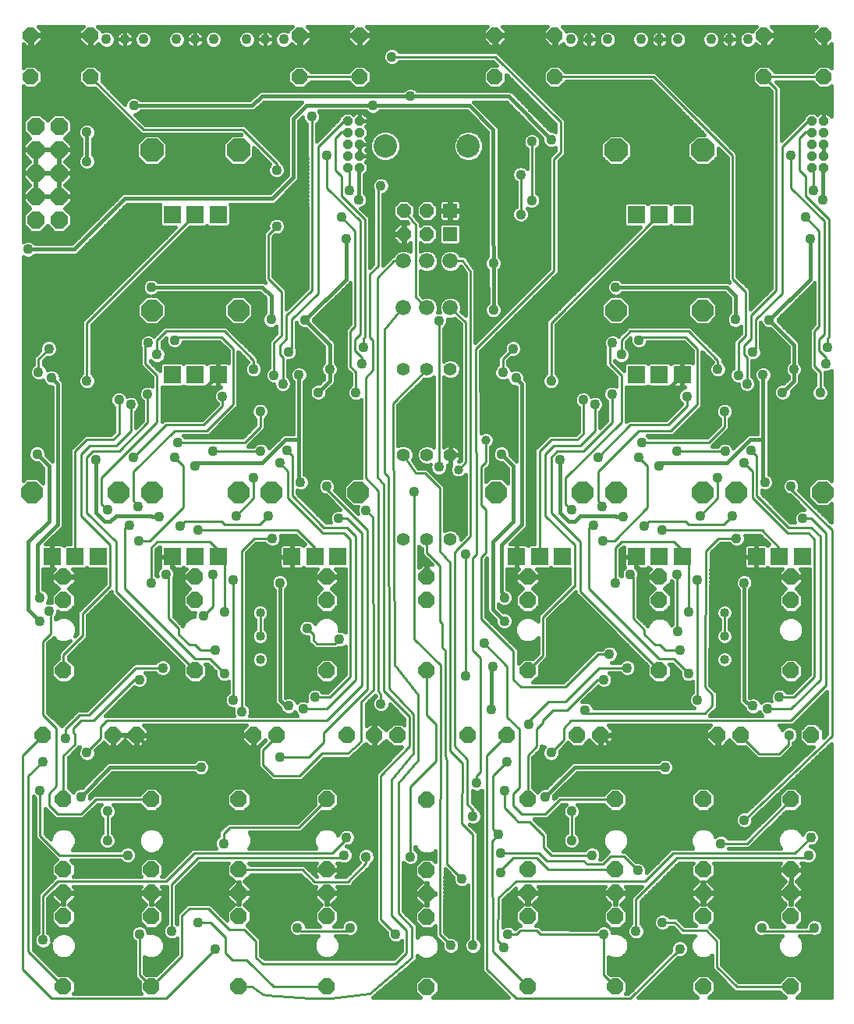
<source format=gbl>
G75*
%MOIN*%
%OFA0B0*%
%FSLAX25Y25*%
%IPPOS*%
%LPD*%
%AMOC8*
5,1,8,0,0,1.08239X$1,22.5*
%
%ADD10R,0.07400X0.07400*%
%ADD11OC8,0.09080*%
%ADD12OC8,0.10000*%
%ADD13OC8,0.06600*%
%ADD14OC8,0.04200*%
%ADD15C,0.04356*%
%ADD16C,0.04000*%
%ADD17OC8,0.07000*%
%ADD18OC8,0.07400*%
%ADD19C,0.05600*%
%ADD20C,0.06600*%
%ADD21R,0.05931X0.05931*%
%ADD22OC8,0.05931*%
%ADD23C,0.10000*%
%ADD24C,0.01600*%
%ADD25C,0.04362*%
%ADD26C,0.03969*%
%ADD27C,0.01000*%
D10*
X0017369Y0192991D03*
X0027212Y0192991D03*
X0037054Y0192991D03*
X0068619Y0192991D03*
X0078462Y0192991D03*
X0088304Y0192991D03*
X0119869Y0192991D03*
X0129712Y0192991D03*
X0139554Y0192991D03*
X0088304Y0270617D03*
X0078462Y0270617D03*
X0068619Y0270617D03*
X0068619Y0339054D03*
X0078462Y0339054D03*
X0088304Y0339054D03*
X0215794Y0192991D03*
X0225637Y0192991D03*
X0235479Y0192991D03*
X0267044Y0192991D03*
X0276887Y0192991D03*
X0286729Y0192991D03*
X0318294Y0192991D03*
X0328137Y0192991D03*
X0337979Y0192991D03*
X0286729Y0270617D03*
X0276887Y0270617D03*
X0267044Y0270617D03*
X0267044Y0339054D03*
X0276887Y0339054D03*
X0286729Y0339054D03*
D11*
X0295391Y0298176D03*
X0258383Y0298176D03*
X0258383Y0220550D03*
X0244141Y0220550D03*
X0207133Y0220550D03*
X0148216Y0220550D03*
X0111208Y0220550D03*
X0096966Y0220550D03*
X0059958Y0220550D03*
X0045716Y0220550D03*
X0008708Y0220550D03*
X0059958Y0298176D03*
X0096966Y0298176D03*
X0295391Y0220550D03*
X0309633Y0220550D03*
X0346641Y0220550D03*
D12*
X0295391Y0366613D03*
X0258383Y0366613D03*
X0096966Y0366613D03*
X0059958Y0366613D03*
D13*
X0033762Y0397900D03*
X0033762Y0415700D03*
X0008162Y0415700D03*
X0008162Y0397900D03*
X0123162Y0397900D03*
X0123162Y0415700D03*
X0148762Y0415700D03*
X0148762Y0397900D03*
X0206587Y0397900D03*
X0206587Y0415700D03*
X0232187Y0415700D03*
X0232187Y0397900D03*
X0321587Y0397900D03*
X0321587Y0415700D03*
X0347187Y0415700D03*
X0347187Y0397900D03*
D14*
X0347025Y0379088D03*
X0347025Y0374088D03*
X0347025Y0369088D03*
X0347025Y0364088D03*
X0347025Y0359088D03*
X0342025Y0359088D03*
X0342025Y0364088D03*
X0342025Y0369088D03*
X0342025Y0374088D03*
X0342025Y0379088D03*
X0148600Y0379088D03*
X0148600Y0374088D03*
X0148600Y0369088D03*
X0148600Y0364088D03*
X0148600Y0359088D03*
X0143600Y0359088D03*
X0143600Y0364088D03*
X0143600Y0369088D03*
X0143600Y0374088D03*
X0143600Y0379088D03*
D15*
X0116336Y0413936D03*
X0108462Y0413936D03*
X0100588Y0413936D03*
X0086336Y0413936D03*
X0078462Y0413936D03*
X0070588Y0413936D03*
X0056336Y0413936D03*
X0048462Y0413936D03*
X0040588Y0413936D03*
X0239013Y0413936D03*
X0246887Y0413936D03*
X0254761Y0413936D03*
X0269013Y0413936D03*
X0276887Y0413936D03*
X0284761Y0413936D03*
X0299013Y0413936D03*
X0306887Y0413936D03*
X0314761Y0413936D03*
D16*
X0304712Y0169113D03*
X0304712Y0159113D03*
X0304712Y0149113D03*
X0106287Y0149113D03*
X0106287Y0159113D03*
X0106287Y0169113D03*
D17*
X0078462Y0174300D03*
X0078462Y0184300D03*
X0078462Y0144300D03*
X0103462Y0116800D03*
X0113462Y0116800D03*
X0097212Y0089300D03*
X0097212Y0059300D03*
X0097212Y0049300D03*
X0097212Y0049300D03*
X0097212Y0039300D03*
X0097212Y0009300D03*
X0059712Y0009300D03*
X0059712Y0039300D03*
X0059712Y0049300D03*
X0059712Y0049300D03*
X0059712Y0059300D03*
X0059712Y0089300D03*
X0053451Y0116800D03*
X0043451Y0116800D03*
X0022212Y0089300D03*
X0013451Y0116800D03*
X0022212Y0144300D03*
X0022212Y0174300D03*
X0022212Y0184300D03*
X0022212Y0059300D03*
X0022212Y0049300D03*
X0022212Y0049300D03*
X0022212Y0039300D03*
X0022212Y0009300D03*
X0134712Y0009300D03*
X0134712Y0039300D03*
X0134712Y0049300D03*
X0134712Y0049300D03*
X0134712Y0059300D03*
X0134712Y0089300D03*
X0143462Y0116800D03*
X0155046Y0116761D03*
X0165046Y0116761D03*
X0177546Y0144536D03*
X0177546Y0174536D03*
X0177546Y0184536D03*
X0134712Y0184300D03*
X0134712Y0174300D03*
X0134712Y0144300D03*
X0177546Y0088985D03*
X0177546Y0058985D03*
X0177546Y0049103D03*
X0177546Y0048985D03*
X0177546Y0039103D03*
X0177546Y0009103D03*
X0220637Y0009300D03*
X0220637Y0039300D03*
X0220637Y0049300D03*
X0220637Y0049300D03*
X0220637Y0059300D03*
X0220637Y0089300D03*
X0211876Y0116800D03*
X0195046Y0116761D03*
X0220637Y0144300D03*
X0220637Y0174300D03*
X0220637Y0184300D03*
X0276887Y0184300D03*
X0276887Y0174300D03*
X0276887Y0144300D03*
X0301887Y0116800D03*
X0311887Y0116800D03*
X0295637Y0089300D03*
X0295637Y0059300D03*
X0295637Y0049300D03*
X0295637Y0049300D03*
X0295637Y0039300D03*
X0295637Y0009300D03*
X0333137Y0009300D03*
X0333137Y0039300D03*
X0333137Y0049300D03*
X0333137Y0049300D03*
X0333137Y0059300D03*
X0333137Y0089300D03*
X0341887Y0116800D03*
X0333137Y0144300D03*
X0333137Y0174300D03*
X0333137Y0184300D03*
X0258137Y0089300D03*
X0251876Y0116800D03*
X0241876Y0116800D03*
X0258137Y0059300D03*
X0258137Y0049300D03*
X0258137Y0049300D03*
X0258137Y0039300D03*
X0258137Y0009300D03*
D18*
X0020337Y0336800D03*
X0020337Y0346800D03*
X0020337Y0356800D03*
X0020337Y0366800D03*
X0020337Y0376800D03*
X0010337Y0376800D03*
X0010337Y0366800D03*
X0010337Y0356800D03*
X0010337Y0346800D03*
X0010337Y0336800D03*
D19*
X0167546Y0273060D03*
X0177546Y0273060D03*
X0187546Y0273060D03*
X0187546Y0236446D03*
X0177546Y0236446D03*
X0167546Y0236446D03*
X0167546Y0200225D03*
X0177546Y0200225D03*
X0187546Y0200225D03*
D20*
X0187546Y0299280D03*
X0177546Y0299280D03*
X0167546Y0299280D03*
X0167546Y0319280D03*
X0177546Y0319280D03*
X0187546Y0319280D03*
D21*
X0187389Y0330776D03*
X0187389Y0340776D03*
D22*
X0177546Y0340776D03*
X0167704Y0340776D03*
X0167704Y0330776D03*
X0177546Y0330776D03*
D23*
X0159830Y0368335D03*
X0195263Y0368335D03*
D24*
X0201280Y0371056D02*
X0203493Y0371056D01*
X0203493Y0369458D02*
X0201863Y0369458D01*
X0201863Y0369648D02*
X0200858Y0372074D01*
X0199002Y0373931D01*
X0196576Y0374935D01*
X0193950Y0374935D01*
X0191524Y0373931D01*
X0189668Y0372074D01*
X0188663Y0369648D01*
X0188663Y0367023D01*
X0189668Y0364597D01*
X0191524Y0362740D01*
X0193950Y0361735D01*
X0196576Y0361735D01*
X0199002Y0362740D01*
X0200858Y0364597D01*
X0201863Y0367023D01*
X0201863Y0369648D01*
X0201863Y0367859D02*
X0203493Y0367859D01*
X0203493Y0366261D02*
X0201547Y0366261D01*
X0200885Y0364662D02*
X0203493Y0364662D01*
X0203493Y0363064D02*
X0199325Y0363064D01*
X0203493Y0361465D02*
X0151455Y0361465D01*
X0151332Y0361588D02*
X0152300Y0362556D01*
X0152300Y0364088D01*
X0148600Y0364088D01*
X0148600Y0364088D01*
X0152300Y0364088D01*
X0152300Y0365621D01*
X0151332Y0366588D01*
X0152300Y0367556D01*
X0152300Y0369088D01*
X0148600Y0369088D01*
X0148600Y0369088D01*
X0148600Y0365388D01*
X0148600Y0364089D01*
X0148599Y0364089D01*
X0148599Y0369088D01*
X0148600Y0369088D01*
X0152300Y0369088D01*
X0152300Y0370621D01*
X0151332Y0371588D01*
X0152300Y0372556D01*
X0152300Y0375621D01*
X0151332Y0376588D01*
X0152300Y0377556D01*
X0152300Y0379088D01*
X0148600Y0379088D01*
X0148600Y0379088D01*
X0152300Y0379088D01*
X0152300Y0380621D01*
X0150132Y0382788D01*
X0148600Y0382788D01*
X0148600Y0379089D01*
X0148599Y0379089D01*
X0148599Y0382788D01*
X0147067Y0382788D01*
X0146100Y0381821D01*
X0145132Y0382788D01*
X0142067Y0382788D01*
X0139900Y0380621D01*
X0139900Y0379958D01*
X0130452Y0370510D01*
X0130439Y0377713D01*
X0130476Y0377728D01*
X0131539Y0378792D01*
X0132115Y0380182D01*
X0132115Y0381686D01*
X0131539Y0383076D01*
X0131357Y0383258D01*
X0151371Y0383258D01*
X0152176Y0382453D01*
X0153566Y0381877D01*
X0155070Y0381877D01*
X0156460Y0382453D01*
X0157265Y0383258D01*
X0194662Y0383258D01*
X0203493Y0374428D01*
X0203493Y0334349D01*
X0203491Y0334345D01*
X0203493Y0333873D01*
X0203493Y0333399D01*
X0203495Y0333395D01*
X0203540Y0321263D01*
X0202746Y0320469D01*
X0202170Y0319079D01*
X0202170Y0317575D01*
X0202746Y0316185D01*
X0203563Y0315368D01*
X0203619Y0301320D01*
X0202825Y0300526D01*
X0202250Y0299137D01*
X0202250Y0297633D01*
X0202825Y0296243D01*
X0203889Y0295179D01*
X0205279Y0294604D01*
X0206783Y0294604D01*
X0208172Y0295179D01*
X0209236Y0296243D01*
X0209812Y0297633D01*
X0209812Y0299137D01*
X0209236Y0300526D01*
X0208419Y0301344D01*
X0208363Y0315391D01*
X0209157Y0316185D01*
X0209733Y0317575D01*
X0209733Y0319079D01*
X0209157Y0320469D01*
X0208340Y0321285D01*
X0208293Y0333881D01*
X0208293Y0375899D01*
X0207927Y0376782D01*
X0207252Y0377457D01*
X0197514Y0387195D01*
X0211576Y0387195D01*
X0226856Y0371583D01*
X0226856Y0370398D01*
X0227431Y0369009D01*
X0228495Y0367945D01*
X0229885Y0367369D01*
X0231389Y0367369D01*
X0232533Y0367843D01*
X0232533Y0366449D01*
X0229777Y0363693D01*
X0229777Y0316056D01*
X0198150Y0284429D01*
X0198150Y0314584D01*
X0198280Y0315233D01*
X0198150Y0315428D01*
X0198150Y0315662D01*
X0197682Y0316130D01*
X0194973Y0320194D01*
X0194960Y0320478D01*
X0194507Y0320893D01*
X0194165Y0321405D01*
X0193887Y0321461D01*
X0193677Y0321653D01*
X0193063Y0321626D01*
X0192460Y0321746D01*
X0192223Y0321589D01*
X0191900Y0321574D01*
X0191700Y0322056D01*
X0190322Y0323434D01*
X0188521Y0324180D01*
X0186572Y0324180D01*
X0184771Y0323434D01*
X0183392Y0322056D01*
X0182646Y0320255D01*
X0182646Y0318306D01*
X0183392Y0316505D01*
X0184771Y0315126D01*
X0186572Y0314380D01*
X0188521Y0314380D01*
X0190322Y0315126D01*
X0191700Y0316505D01*
X0191963Y0317138D01*
X0193950Y0314156D01*
X0193950Y0296204D01*
X0192235Y0297795D01*
X0192446Y0298306D01*
X0192446Y0300255D01*
X0191700Y0302056D01*
X0190322Y0303434D01*
X0188521Y0304180D01*
X0186572Y0304180D01*
X0184771Y0303434D01*
X0183392Y0302056D01*
X0182646Y0300255D01*
X0182646Y0298306D01*
X0182976Y0297510D01*
X0182117Y0297510D01*
X0182446Y0298306D01*
X0182446Y0300255D01*
X0181700Y0302056D01*
X0180322Y0303434D01*
X0178521Y0304180D01*
X0176572Y0304180D01*
X0175717Y0303826D01*
X0174725Y0304954D01*
X0174725Y0315172D01*
X0174771Y0315126D01*
X0176572Y0314380D01*
X0178521Y0314380D01*
X0180322Y0315126D01*
X0181700Y0316505D01*
X0182446Y0318306D01*
X0182446Y0320255D01*
X0181700Y0322056D01*
X0180322Y0323434D01*
X0178521Y0324180D01*
X0176572Y0324180D01*
X0174771Y0323434D01*
X0174725Y0323389D01*
X0174725Y0327141D01*
X0175655Y0326211D01*
X0179437Y0326211D01*
X0182112Y0328885D01*
X0182112Y0332667D01*
X0179437Y0335342D01*
X0175655Y0335342D01*
X0174725Y0334411D01*
X0174725Y0334776D01*
X0174795Y0335547D01*
X0174725Y0335631D01*
X0174725Y0335741D01*
X0174177Y0336288D01*
X0172130Y0338746D01*
X0172269Y0338885D01*
X0172269Y0342667D01*
X0169595Y0345342D01*
X0165813Y0345342D01*
X0163138Y0342667D01*
X0163138Y0338885D01*
X0165813Y0336211D01*
X0168775Y0336211D01*
X0169499Y0335342D01*
X0167987Y0335342D01*
X0167987Y0331059D01*
X0167421Y0331059D01*
X0167421Y0330494D01*
X0163138Y0330494D01*
X0163138Y0328885D01*
X0165813Y0326211D01*
X0167421Y0326211D01*
X0167421Y0330494D01*
X0167987Y0330494D01*
X0167987Y0326211D01*
X0169595Y0326211D01*
X0170525Y0327141D01*
X0170525Y0323231D01*
X0170322Y0323434D01*
X0168521Y0324180D01*
X0166572Y0324180D01*
X0164771Y0323434D01*
X0163392Y0322056D01*
X0163113Y0321380D01*
X0162661Y0321380D01*
X0158780Y0317500D01*
X0158780Y0347694D01*
X0160003Y0348201D01*
X0161067Y0349264D01*
X0161642Y0350654D01*
X0161642Y0352158D01*
X0161067Y0353548D01*
X0160003Y0354612D01*
X0158613Y0355187D01*
X0157109Y0355187D01*
X0155720Y0354612D01*
X0154656Y0353548D01*
X0154080Y0352158D01*
X0154080Y0350654D01*
X0154580Y0349447D01*
X0154580Y0318024D01*
X0153062Y0316506D01*
X0153062Y0337920D01*
X0149213Y0341769D01*
X0149214Y0341769D01*
X0150604Y0342345D01*
X0151667Y0343408D01*
X0152243Y0344798D01*
X0152243Y0346302D01*
X0151667Y0347692D01*
X0150862Y0348497D01*
X0150862Y0356118D01*
X0152300Y0357556D01*
X0152300Y0360621D01*
X0151332Y0361588D01*
X0152300Y0363064D02*
X0155768Y0363064D01*
X0156091Y0362740D02*
X0158517Y0361735D01*
X0161143Y0361735D01*
X0163568Y0362740D01*
X0165425Y0364597D01*
X0166430Y0367023D01*
X0166430Y0369648D01*
X0165425Y0372074D01*
X0163568Y0373931D01*
X0161143Y0374935D01*
X0158517Y0374935D01*
X0156091Y0373931D01*
X0154235Y0372074D01*
X0153230Y0369648D01*
X0153230Y0367023D01*
X0154235Y0364597D01*
X0156091Y0362740D01*
X0154208Y0364662D02*
X0152300Y0364662D01*
X0151660Y0366261D02*
X0153545Y0366261D01*
X0153230Y0367859D02*
X0152300Y0367859D01*
X0152300Y0369458D02*
X0153230Y0369458D01*
X0153813Y0371056D02*
X0151864Y0371056D01*
X0152300Y0372655D02*
X0154815Y0372655D01*
X0156870Y0374253D02*
X0152300Y0374253D01*
X0152069Y0375852D02*
X0202069Y0375852D01*
X0203493Y0374253D02*
X0198223Y0374253D01*
X0200278Y0372655D02*
X0203493Y0372655D01*
X0205893Y0375422D02*
X0205893Y0333877D01*
X0205952Y0318327D01*
X0206031Y0298385D01*
X0208919Y0295926D02*
X0209648Y0295926D01*
X0209767Y0297525D02*
X0211246Y0297525D01*
X0209812Y0299123D02*
X0212845Y0299123D01*
X0214443Y0300722D02*
X0209041Y0300722D01*
X0208415Y0302320D02*
X0216042Y0302320D01*
X0217640Y0303919D02*
X0208409Y0303919D01*
X0208402Y0305517D02*
X0219239Y0305517D01*
X0220837Y0307116D02*
X0208396Y0307116D01*
X0208390Y0308714D02*
X0222436Y0308714D01*
X0224034Y0310313D02*
X0208383Y0310313D01*
X0208377Y0311911D02*
X0225633Y0311911D01*
X0227231Y0313510D02*
X0208371Y0313510D01*
X0208364Y0315108D02*
X0228830Y0315108D01*
X0229777Y0316707D02*
X0209373Y0316707D01*
X0209733Y0318305D02*
X0229777Y0318305D01*
X0229777Y0319904D02*
X0209391Y0319904D01*
X0208340Y0321502D02*
X0229777Y0321502D01*
X0229777Y0323101D02*
X0208334Y0323101D01*
X0208327Y0324699D02*
X0229777Y0324699D01*
X0229777Y0326298D02*
X0208321Y0326298D01*
X0208315Y0327896D02*
X0229777Y0327896D01*
X0229777Y0329495D02*
X0208309Y0329495D01*
X0208303Y0331093D02*
X0229777Y0331093D01*
X0229777Y0332692D02*
X0208297Y0332692D01*
X0208293Y0334290D02*
X0229777Y0334290D01*
X0229777Y0335889D02*
X0219587Y0335889D01*
X0219846Y0335996D02*
X0218456Y0335420D01*
X0216952Y0335420D01*
X0215562Y0335996D01*
X0214498Y0337060D01*
X0213923Y0338449D01*
X0213923Y0339954D01*
X0214498Y0341343D01*
X0215562Y0342407D01*
X0215604Y0342424D01*
X0215604Y0352908D01*
X0215562Y0352925D01*
X0214498Y0353989D01*
X0213923Y0355379D01*
X0213923Y0356883D01*
X0214498Y0358273D01*
X0215562Y0359336D01*
X0216952Y0359912D01*
X0218456Y0359912D01*
X0219846Y0359336D01*
X0220328Y0358854D01*
X0220328Y0367081D01*
X0220286Y0367098D01*
X0219223Y0368162D01*
X0218647Y0369552D01*
X0218647Y0371056D01*
X0219223Y0372446D01*
X0220286Y0373509D01*
X0221676Y0374085D01*
X0223180Y0374085D01*
X0224570Y0373509D01*
X0225634Y0372446D01*
X0226209Y0371056D01*
X0226856Y0371056D01*
X0226209Y0371056D02*
X0226209Y0369552D01*
X0225634Y0368162D01*
X0224570Y0367098D01*
X0224528Y0367081D01*
X0224528Y0348330D01*
X0224570Y0348313D01*
X0225634Y0347249D01*
X0226209Y0345859D01*
X0226209Y0344355D01*
X0225634Y0342965D01*
X0224570Y0341902D01*
X0223180Y0341326D01*
X0221676Y0341326D01*
X0220397Y0341856D01*
X0220909Y0341343D01*
X0221485Y0339954D01*
X0221485Y0338449D01*
X0220909Y0337060D01*
X0219846Y0335996D01*
X0221086Y0337487D02*
X0229777Y0337487D01*
X0229777Y0339086D02*
X0221485Y0339086D01*
X0221182Y0340684D02*
X0229777Y0340684D01*
X0229777Y0342283D02*
X0224951Y0342283D01*
X0226013Y0343881D02*
X0229777Y0343881D01*
X0229777Y0345480D02*
X0226209Y0345480D01*
X0225704Y0347078D02*
X0229777Y0347078D01*
X0229777Y0348677D02*
X0224528Y0348677D01*
X0224528Y0350275D02*
X0229777Y0350275D01*
X0229777Y0351874D02*
X0224528Y0351874D01*
X0224528Y0353472D02*
X0229777Y0353472D01*
X0229777Y0355071D02*
X0224528Y0355071D01*
X0224528Y0356670D02*
X0229777Y0356670D01*
X0229777Y0358268D02*
X0224528Y0358268D01*
X0224528Y0359867D02*
X0229777Y0359867D01*
X0229777Y0361465D02*
X0224528Y0361465D01*
X0224528Y0363064D02*
X0229777Y0363064D01*
X0230746Y0364662D02*
X0224528Y0364662D01*
X0224528Y0366261D02*
X0232344Y0366261D01*
X0228702Y0367859D02*
X0225331Y0367859D01*
X0226170Y0369458D02*
X0227245Y0369458D01*
X0225807Y0372655D02*
X0225425Y0372655D01*
X0224242Y0374253D02*
X0208293Y0374253D01*
X0208293Y0372655D02*
X0219432Y0372655D01*
X0218647Y0371056D02*
X0208293Y0371056D01*
X0208293Y0369458D02*
X0218686Y0369458D01*
X0219526Y0367859D02*
X0208293Y0367859D01*
X0208293Y0366261D02*
X0220328Y0366261D01*
X0220328Y0364662D02*
X0208293Y0364662D01*
X0208293Y0363064D02*
X0220328Y0363064D01*
X0220328Y0361465D02*
X0208293Y0361465D01*
X0208293Y0359867D02*
X0216842Y0359867D01*
X0218565Y0359867D02*
X0220328Y0359867D01*
X0214497Y0358268D02*
X0208293Y0358268D01*
X0208293Y0356670D02*
X0213923Y0356670D01*
X0214050Y0355071D02*
X0208293Y0355071D01*
X0208293Y0353472D02*
X0215015Y0353472D01*
X0215604Y0351874D02*
X0208293Y0351874D01*
X0208293Y0350275D02*
X0215604Y0350275D01*
X0215604Y0348677D02*
X0208293Y0348677D01*
X0208293Y0347078D02*
X0215604Y0347078D01*
X0215604Y0345480D02*
X0208293Y0345480D01*
X0208293Y0343881D02*
X0215604Y0343881D01*
X0215438Y0342283D02*
X0208293Y0342283D01*
X0208293Y0340684D02*
X0214225Y0340684D01*
X0213923Y0339086D02*
X0208293Y0339086D01*
X0208293Y0337487D02*
X0214321Y0337487D01*
X0215821Y0335889D02*
X0208293Y0335889D01*
X0203493Y0335889D02*
X0174577Y0335889D01*
X0175655Y0336211D02*
X0179437Y0336211D01*
X0182112Y0338885D01*
X0182112Y0342667D01*
X0179437Y0345342D01*
X0175655Y0345342D01*
X0172981Y0342667D01*
X0172981Y0338885D01*
X0175655Y0336211D01*
X0174379Y0337487D02*
X0173178Y0337487D01*
X0172981Y0339086D02*
X0172269Y0339086D01*
X0172269Y0340684D02*
X0172981Y0340684D01*
X0172981Y0342283D02*
X0172269Y0342283D01*
X0171055Y0343881D02*
X0174195Y0343881D01*
X0180898Y0343881D02*
X0182824Y0343881D01*
X0182824Y0343952D02*
X0182824Y0341059D01*
X0187106Y0341059D01*
X0187106Y0340494D01*
X0182824Y0340494D01*
X0182824Y0337600D01*
X0182933Y0337193D01*
X0183143Y0336829D01*
X0183441Y0336531D01*
X0183806Y0336320D01*
X0184213Y0336211D01*
X0187106Y0336211D01*
X0187106Y0340494D01*
X0187672Y0340494D01*
X0187672Y0341059D01*
X0191954Y0341059D01*
X0191954Y0343952D01*
X0191845Y0344359D01*
X0191635Y0344724D01*
X0191337Y0345022D01*
X0190972Y0345233D01*
X0190565Y0345342D01*
X0187672Y0345342D01*
X0187672Y0341059D01*
X0187106Y0341059D01*
X0187106Y0345342D01*
X0184213Y0345342D01*
X0183806Y0345233D01*
X0183441Y0345022D01*
X0183143Y0344724D01*
X0182933Y0344359D01*
X0182824Y0343952D01*
X0182824Y0342283D02*
X0182112Y0342283D01*
X0182112Y0340684D02*
X0187106Y0340684D01*
X0187672Y0340684D02*
X0203493Y0340684D01*
X0203493Y0339086D02*
X0191954Y0339086D01*
X0191954Y0340494D02*
X0191954Y0337600D01*
X0191845Y0337193D01*
X0191635Y0336829D01*
X0191337Y0336531D01*
X0190972Y0336320D01*
X0190565Y0336211D01*
X0187672Y0336211D01*
X0187672Y0340494D01*
X0191954Y0340494D01*
X0191954Y0342283D02*
X0203493Y0342283D01*
X0203493Y0343881D02*
X0191954Y0343881D01*
X0187672Y0343881D02*
X0187106Y0343881D01*
X0187106Y0342283D02*
X0187672Y0342283D01*
X0187672Y0339086D02*
X0187106Y0339086D01*
X0187106Y0337487D02*
X0187672Y0337487D01*
X0191017Y0335342D02*
X0191954Y0334404D01*
X0191954Y0327148D01*
X0191017Y0326211D01*
X0183761Y0326211D01*
X0182824Y0327148D01*
X0182824Y0334404D01*
X0183761Y0335342D01*
X0191017Y0335342D01*
X0191954Y0334290D02*
X0203491Y0334290D01*
X0203497Y0332692D02*
X0191954Y0332692D01*
X0191954Y0331093D02*
X0203503Y0331093D01*
X0203509Y0329495D02*
X0191954Y0329495D01*
X0191954Y0327896D02*
X0203515Y0327896D01*
X0203521Y0326298D02*
X0191104Y0326298D01*
X0190656Y0323101D02*
X0203534Y0323101D01*
X0203527Y0324699D02*
X0174725Y0324699D01*
X0174725Y0326298D02*
X0175569Y0326298D01*
X0179524Y0326298D02*
X0183674Y0326298D01*
X0182824Y0327896D02*
X0181123Y0327896D01*
X0182112Y0329495D02*
X0182824Y0329495D01*
X0182824Y0331093D02*
X0182112Y0331093D01*
X0182087Y0332692D02*
X0182824Y0332692D01*
X0182824Y0334290D02*
X0180489Y0334290D01*
X0180714Y0337487D02*
X0182854Y0337487D01*
X0182824Y0339086D02*
X0182112Y0339086D01*
X0191924Y0337487D02*
X0203493Y0337487D01*
X0203493Y0345480D02*
X0158780Y0345480D01*
X0158780Y0347078D02*
X0203493Y0347078D01*
X0203493Y0348677D02*
X0160479Y0348677D01*
X0161486Y0350275D02*
X0203493Y0350275D01*
X0203493Y0351874D02*
X0161642Y0351874D01*
X0161098Y0353472D02*
X0203493Y0353472D01*
X0203493Y0355071D02*
X0158894Y0355071D01*
X0156828Y0355071D02*
X0150862Y0355071D01*
X0150862Y0353472D02*
X0154625Y0353472D01*
X0154080Y0351874D02*
X0150862Y0351874D01*
X0150862Y0350275D02*
X0154237Y0350275D01*
X0154580Y0348677D02*
X0150862Y0348677D01*
X0151921Y0347078D02*
X0154580Y0347078D01*
X0154580Y0345480D02*
X0152243Y0345480D01*
X0151863Y0343881D02*
X0154580Y0343881D01*
X0154580Y0342283D02*
X0150455Y0342283D01*
X0150297Y0340684D02*
X0154580Y0340684D01*
X0154580Y0339086D02*
X0151896Y0339086D01*
X0153062Y0337487D02*
X0154580Y0337487D01*
X0154580Y0335889D02*
X0153062Y0335889D01*
X0153062Y0334290D02*
X0154580Y0334290D01*
X0154580Y0332692D02*
X0153062Y0332692D01*
X0153062Y0331093D02*
X0154580Y0331093D01*
X0154580Y0329495D02*
X0153062Y0329495D01*
X0153062Y0327896D02*
X0154580Y0327896D01*
X0154580Y0326298D02*
X0153062Y0326298D01*
X0153062Y0324699D02*
X0154580Y0324699D01*
X0154580Y0323101D02*
X0153062Y0323101D01*
X0153062Y0321502D02*
X0154580Y0321502D01*
X0154580Y0319904D02*
X0153062Y0319904D01*
X0153062Y0318305D02*
X0154580Y0318305D01*
X0153263Y0316707D02*
X0153062Y0316707D01*
X0158780Y0318305D02*
X0159586Y0318305D01*
X0158780Y0319904D02*
X0161184Y0319904D01*
X0163163Y0321502D02*
X0158780Y0321502D01*
X0158780Y0323101D02*
X0164437Y0323101D01*
X0165726Y0326298D02*
X0158780Y0326298D01*
X0158780Y0327896D02*
X0164128Y0327896D01*
X0163138Y0329495D02*
X0158780Y0329495D01*
X0158780Y0331093D02*
X0163138Y0331093D01*
X0163138Y0331059D02*
X0167421Y0331059D01*
X0167421Y0335342D01*
X0165813Y0335342D01*
X0163138Y0332667D01*
X0163138Y0331059D01*
X0163163Y0332692D02*
X0158780Y0332692D01*
X0158780Y0334290D02*
X0164761Y0334290D01*
X0167421Y0334290D02*
X0167987Y0334290D01*
X0167987Y0332692D02*
X0167421Y0332692D01*
X0167421Y0331093D02*
X0167987Y0331093D01*
X0167987Y0329495D02*
X0167421Y0329495D01*
X0167421Y0327896D02*
X0167987Y0327896D01*
X0167987Y0326298D02*
X0167421Y0326298D01*
X0169682Y0326298D02*
X0170525Y0326298D01*
X0170525Y0324699D02*
X0158780Y0324699D01*
X0158780Y0335889D02*
X0169043Y0335889D01*
X0164536Y0337487D02*
X0158780Y0337487D01*
X0158780Y0339086D02*
X0163138Y0339086D01*
X0163138Y0340684D02*
X0158780Y0340684D01*
X0158780Y0342283D02*
X0163138Y0342283D01*
X0164353Y0343881D02*
X0158780Y0343881D01*
X0148462Y0345550D02*
X0148462Y0358951D01*
X0151413Y0356670D02*
X0203493Y0356670D01*
X0203493Y0358268D02*
X0152300Y0358268D01*
X0152300Y0359867D02*
X0203493Y0359867D01*
X0191201Y0363064D02*
X0163892Y0363064D01*
X0165452Y0364662D02*
X0189641Y0364662D01*
X0188979Y0366261D02*
X0166114Y0366261D01*
X0166430Y0367859D02*
X0188663Y0367859D01*
X0188663Y0369458D02*
X0166430Y0369458D01*
X0165847Y0371056D02*
X0189246Y0371056D01*
X0190248Y0372655D02*
X0164844Y0372655D01*
X0162790Y0374253D02*
X0192303Y0374253D01*
X0197274Y0380647D02*
X0152273Y0380647D01*
X0152300Y0379049D02*
X0198872Y0379049D01*
X0200471Y0377450D02*
X0152194Y0377450D01*
X0148599Y0380647D02*
X0148600Y0380647D01*
X0148599Y0382246D02*
X0148600Y0382246D01*
X0150675Y0382246D02*
X0152676Y0382246D01*
X0155960Y0382246D02*
X0195675Y0382246D01*
X0195657Y0385658D02*
X0205893Y0375422D01*
X0208293Y0375852D02*
X0222678Y0375852D01*
X0221114Y0377450D02*
X0207259Y0377450D01*
X0205660Y0379049D02*
X0219549Y0379049D01*
X0217985Y0380647D02*
X0204062Y0380647D01*
X0202463Y0382246D02*
X0216420Y0382246D01*
X0214856Y0383844D02*
X0200865Y0383844D01*
X0199266Y0385443D02*
X0213292Y0385443D01*
X0211727Y0387041D02*
X0197668Y0387041D01*
X0195657Y0385658D02*
X0154318Y0385658D01*
X0125972Y0385658D01*
X0120460Y0380146D01*
X0120460Y0354950D01*
X0111405Y0345894D01*
X0048413Y0345894D01*
X0026759Y0324241D01*
X0007571Y0324241D01*
X0007137Y0324675D01*
X0007137Y0324304D01*
X0007074Y0324241D01*
X0009683Y0321502D02*
X0057940Y0321502D01*
X0056342Y0319904D02*
X0005012Y0319904D01*
X0005012Y0321003D02*
X0006322Y0320460D01*
X0007826Y0320460D01*
X0009216Y0321035D01*
X0010021Y0321841D01*
X0027236Y0321841D01*
X0028118Y0322206D01*
X0028794Y0322881D01*
X0049407Y0343494D01*
X0063397Y0343494D01*
X0063319Y0343417D01*
X0063319Y0334691D01*
X0064256Y0333754D01*
X0070192Y0333754D01*
X0031342Y0294904D01*
X0030112Y0293674D01*
X0030112Y0271273D01*
X0030070Y0271255D01*
X0029006Y0270192D01*
X0028431Y0268802D01*
X0028431Y0267298D01*
X0029006Y0265908D01*
X0030070Y0264845D01*
X0031460Y0264269D01*
X0032964Y0264269D01*
X0034354Y0264845D01*
X0035417Y0265908D01*
X0035993Y0267298D01*
X0035993Y0268802D01*
X0035417Y0270192D01*
X0034354Y0271255D01*
X0034312Y0271273D01*
X0034312Y0291934D01*
X0076132Y0333754D01*
X0082824Y0333754D01*
X0083383Y0334312D01*
X0083941Y0333754D01*
X0092667Y0333754D01*
X0093604Y0334691D01*
X0093604Y0343417D01*
X0093526Y0343494D01*
X0111882Y0343494D01*
X0112764Y0343860D01*
X0113439Y0344535D01*
X0122494Y0353590D01*
X0122860Y0354472D01*
X0122860Y0379152D01*
X0124553Y0380845D01*
X0124553Y0380182D01*
X0125128Y0378792D01*
X0126192Y0377728D01*
X0126239Y0377709D01*
X0126360Y0307668D01*
X0117437Y0298745D01*
X0117437Y0307045D01*
X0116207Y0308275D01*
X0111812Y0312670D01*
X0111812Y0329552D01*
X0112579Y0330320D01*
X0112621Y0330302D01*
X0114125Y0330302D01*
X0115515Y0330878D01*
X0116579Y0331942D01*
X0117154Y0333331D01*
X0117154Y0334836D01*
X0116579Y0336225D01*
X0115515Y0337289D01*
X0114125Y0337865D01*
X0112621Y0337865D01*
X0111231Y0337289D01*
X0110168Y0336225D01*
X0109592Y0334836D01*
X0109592Y0333331D01*
X0109609Y0333290D01*
X0107612Y0331292D01*
X0107612Y0310930D01*
X0108377Y0310165D01*
X0107689Y0310450D01*
X0062659Y0310450D01*
X0061854Y0311255D01*
X0060464Y0311831D01*
X0058960Y0311831D01*
X0057570Y0311255D01*
X0056506Y0310192D01*
X0055931Y0308802D01*
X0055931Y0307298D01*
X0056506Y0305908D01*
X0057570Y0304845D01*
X0058846Y0304316D01*
X0057414Y0304316D01*
X0053818Y0300719D01*
X0053818Y0295633D01*
X0057414Y0292036D01*
X0062501Y0292036D01*
X0066098Y0295633D01*
X0066098Y0300719D01*
X0062501Y0304316D01*
X0060578Y0304316D01*
X0061854Y0304845D01*
X0062659Y0305650D01*
X0106218Y0305650D01*
X0108562Y0303306D01*
X0108562Y0297247D01*
X0107756Y0296442D01*
X0107181Y0295052D01*
X0107181Y0293548D01*
X0107756Y0292158D01*
X0108820Y0291095D01*
X0110210Y0290519D01*
X0111714Y0290519D01*
X0113104Y0291095D01*
X0113237Y0291228D01*
X0113237Y0288295D01*
X0110112Y0285170D01*
X0110112Y0273773D01*
X0110070Y0273755D01*
X0109006Y0272692D01*
X0108431Y0271302D01*
X0108431Y0269798D01*
X0109006Y0268408D01*
X0110070Y0267345D01*
X0111460Y0266769D01*
X0112181Y0266769D01*
X0112181Y0266048D01*
X0112756Y0264658D01*
X0113820Y0263595D01*
X0115210Y0263019D01*
X0116714Y0263019D01*
X0118104Y0263595D01*
X0119167Y0264658D01*
X0119743Y0266048D01*
X0119743Y0267552D01*
X0119167Y0268942D01*
X0118104Y0270005D01*
X0118062Y0270023D01*
X0118062Y0276769D01*
X0119214Y0276769D01*
X0120604Y0277345D01*
X0121667Y0278408D01*
X0122243Y0279798D01*
X0122243Y0281302D01*
X0121812Y0282343D01*
X0121812Y0292981D01*
X0122256Y0291908D01*
X0123320Y0290845D01*
X0124710Y0290269D01*
X0125849Y0290269D01*
X0133562Y0282556D01*
X0133562Y0275997D01*
X0132756Y0275192D01*
X0132181Y0273802D01*
X0132181Y0272298D01*
X0132756Y0270908D01*
X0133562Y0270103D01*
X0133562Y0269044D01*
X0131474Y0266956D01*
X0130335Y0266956D01*
X0128945Y0266380D01*
X0127881Y0265317D01*
X0127306Y0263927D01*
X0127306Y0262423D01*
X0127881Y0261033D01*
X0128945Y0259970D01*
X0130335Y0259394D01*
X0131839Y0259394D01*
X0133229Y0259970D01*
X0134292Y0261033D01*
X0134868Y0262423D01*
X0134868Y0263562D01*
X0137321Y0266015D01*
X0137996Y0266691D01*
X0138362Y0267573D01*
X0138362Y0270103D01*
X0139167Y0270908D01*
X0139743Y0272298D01*
X0139743Y0273802D01*
X0139167Y0275192D01*
X0138362Y0275997D01*
X0138362Y0284027D01*
X0137996Y0284909D01*
X0129243Y0293663D01*
X0129243Y0294437D01*
X0144321Y0309515D01*
X0144321Y0309515D01*
X0144737Y0309931D01*
X0144737Y0292295D01*
X0142612Y0290170D01*
X0142612Y0273430D01*
X0143842Y0272200D01*
X0145112Y0270930D01*
X0145112Y0266273D01*
X0145070Y0266255D01*
X0144006Y0265192D01*
X0143431Y0263802D01*
X0143431Y0262298D01*
X0144006Y0260908D01*
X0145070Y0259845D01*
X0146460Y0259269D01*
X0147964Y0259269D01*
X0149354Y0259845D01*
X0149462Y0259953D01*
X0149462Y0226690D01*
X0145672Y0226690D01*
X0142076Y0223093D01*
X0142076Y0218007D01*
X0145672Y0214410D01*
X0148127Y0214410D01*
X0147781Y0213576D01*
X0147781Y0212072D01*
X0148043Y0211438D01*
X0138109Y0221372D01*
X0138493Y0222298D01*
X0138493Y0223802D01*
X0137917Y0225192D01*
X0136854Y0226255D01*
X0135464Y0226831D01*
X0133960Y0226831D01*
X0132570Y0226255D01*
X0131506Y0225192D01*
X0130931Y0223802D01*
X0130931Y0222298D01*
X0131506Y0220908D01*
X0132570Y0219845D01*
X0133960Y0219269D01*
X0134273Y0219269D01*
X0140461Y0213081D01*
X0138960Y0213081D01*
X0137570Y0212505D01*
X0136506Y0211442D01*
X0135931Y0210052D01*
X0135931Y0208548D01*
X0136303Y0207650D01*
X0134457Y0207650D01*
X0122187Y0219920D01*
X0122187Y0221287D01*
X0122835Y0221019D01*
X0124339Y0221019D01*
X0125729Y0221595D01*
X0126792Y0222658D01*
X0127368Y0224048D01*
X0127368Y0225552D01*
X0126792Y0226942D01*
X0125729Y0228005D01*
X0125237Y0228209D01*
X0125237Y0267728D01*
X0126042Y0268533D01*
X0126618Y0269923D01*
X0126618Y0271427D01*
X0126042Y0272817D01*
X0124979Y0273880D01*
X0123589Y0274456D01*
X0122085Y0274456D01*
X0120695Y0273880D01*
X0119631Y0272817D01*
X0119056Y0271427D01*
X0119056Y0269923D01*
X0119631Y0268533D01*
X0120437Y0267728D01*
X0120437Y0245450D01*
X0116734Y0245450D01*
X0115852Y0245085D01*
X0115177Y0244409D01*
X0110134Y0239366D01*
X0109792Y0240192D01*
X0108729Y0241255D01*
X0107339Y0241831D01*
X0105835Y0241831D01*
X0104445Y0241255D01*
X0103381Y0240192D01*
X0103364Y0240150D01*
X0101032Y0240150D01*
X0101812Y0240930D01*
X0108437Y0247555D01*
X0108437Y0251827D01*
X0108479Y0251845D01*
X0109542Y0252908D01*
X0110118Y0254298D01*
X0110118Y0255802D01*
X0109542Y0257192D01*
X0108479Y0258255D01*
X0107089Y0258831D01*
X0105585Y0258831D01*
X0104195Y0258255D01*
X0103131Y0257192D01*
X0102556Y0255802D01*
X0102556Y0254298D01*
X0103131Y0252908D01*
X0104195Y0251845D01*
X0104237Y0251827D01*
X0104237Y0249295D01*
X0098842Y0243900D01*
X0074184Y0243900D01*
X0074167Y0243942D01*
X0073409Y0244700D01*
X0084332Y0244700D01*
X0095582Y0255950D01*
X0096812Y0257180D01*
X0096812Y0280480D01*
X0101178Y0276114D01*
X0100256Y0275192D01*
X0099681Y0273802D01*
X0099681Y0272298D01*
X0100256Y0270908D01*
X0101320Y0269845D01*
X0102710Y0269269D01*
X0104214Y0269269D01*
X0105604Y0269845D01*
X0106667Y0270908D01*
X0107243Y0272298D01*
X0107243Y0273802D01*
X0106667Y0275192D01*
X0105604Y0276255D01*
X0105562Y0276273D01*
X0105562Y0277670D01*
X0104332Y0278900D01*
X0091832Y0291400D01*
X0065092Y0291400D01*
X0063862Y0290170D01*
X0061342Y0287650D01*
X0060900Y0287209D01*
X0060604Y0287505D01*
X0059214Y0288081D01*
X0057710Y0288081D01*
X0056320Y0287505D01*
X0055256Y0286442D01*
X0054681Y0285052D01*
X0054681Y0283548D01*
X0055112Y0282507D01*
X0055112Y0274680D01*
X0060112Y0269680D01*
X0060112Y0265731D01*
X0058964Y0266206D01*
X0057460Y0266206D01*
X0056070Y0265630D01*
X0055006Y0264567D01*
X0054431Y0263177D01*
X0054431Y0261673D01*
X0055006Y0260283D01*
X0056070Y0259220D01*
X0056112Y0259202D01*
X0056112Y0251170D01*
X0053062Y0248120D01*
X0053062Y0254827D01*
X0053104Y0254845D01*
X0054167Y0255908D01*
X0054743Y0257298D01*
X0054743Y0258802D01*
X0054167Y0260192D01*
X0053104Y0261255D01*
X0051714Y0261831D01*
X0050210Y0261831D01*
X0049403Y0261497D01*
X0049167Y0262067D01*
X0048104Y0263130D01*
X0046714Y0263706D01*
X0045210Y0263706D01*
X0043820Y0263130D01*
X0042756Y0262067D01*
X0042181Y0260677D01*
X0042181Y0259173D01*
X0042756Y0257783D01*
X0043820Y0256720D01*
X0043862Y0256702D01*
X0043862Y0246420D01*
X0042592Y0245150D01*
X0031342Y0245150D01*
X0026342Y0240150D01*
X0025112Y0238920D01*
X0025112Y0198291D01*
X0022849Y0198291D01*
X0022290Y0197732D01*
X0022052Y0197971D01*
X0021687Y0198182D01*
X0021280Y0198291D01*
X0017553Y0198291D01*
X0017553Y0193175D01*
X0017185Y0193175D01*
X0017185Y0198291D01*
X0014597Y0198291D01*
X0021071Y0204765D01*
X0021746Y0205441D01*
X0022112Y0206323D01*
X0022112Y0267277D01*
X0021746Y0268159D01*
X0020993Y0268913D01*
X0020993Y0270052D01*
X0020417Y0271442D01*
X0019354Y0272505D01*
X0017964Y0273081D01*
X0016460Y0273081D01*
X0015341Y0272618D01*
X0014792Y0273942D01*
X0013729Y0275005D01*
X0013687Y0275023D01*
X0013687Y0276555D01*
X0015168Y0278036D01*
X0015210Y0278019D01*
X0016714Y0278019D01*
X0018104Y0278595D01*
X0019167Y0279658D01*
X0019743Y0281048D01*
X0019743Y0282552D01*
X0019167Y0283942D01*
X0018104Y0285005D01*
X0016714Y0285581D01*
X0015210Y0285581D01*
X0013820Y0285005D01*
X0012756Y0283942D01*
X0012181Y0282552D01*
X0012181Y0281048D01*
X0012198Y0281006D01*
X0010717Y0279525D01*
X0009487Y0278295D01*
X0009487Y0275023D01*
X0009445Y0275005D01*
X0008381Y0273942D01*
X0007806Y0272552D01*
X0007806Y0271048D01*
X0008381Y0269658D01*
X0009445Y0268595D01*
X0010835Y0268019D01*
X0012339Y0268019D01*
X0013458Y0268482D01*
X0014006Y0267158D01*
X0015070Y0266095D01*
X0016460Y0265519D01*
X0017312Y0265519D01*
X0017312Y0233844D01*
X0014743Y0236413D01*
X0014743Y0237552D01*
X0014167Y0238942D01*
X0013104Y0240005D01*
X0011714Y0240581D01*
X0010210Y0240581D01*
X0008820Y0240005D01*
X0007756Y0238942D01*
X0007181Y0237552D01*
X0007181Y0236048D01*
X0007756Y0234658D01*
X0008820Y0233595D01*
X0010210Y0233019D01*
X0011349Y0233019D01*
X0013562Y0230806D01*
X0013562Y0224380D01*
X0011251Y0226690D01*
X0006164Y0226690D01*
X0005012Y0225537D01*
X0005012Y0321003D01*
X0005012Y0318305D02*
X0054743Y0318305D01*
X0053145Y0316707D02*
X0005012Y0316707D01*
X0005012Y0315108D02*
X0051546Y0315108D01*
X0049948Y0313510D02*
X0005012Y0313510D01*
X0005012Y0311911D02*
X0048349Y0311911D01*
X0046751Y0310313D02*
X0005012Y0310313D01*
X0005012Y0308714D02*
X0045152Y0308714D01*
X0043554Y0307116D02*
X0005012Y0307116D01*
X0005012Y0305517D02*
X0041955Y0305517D01*
X0040357Y0303919D02*
X0005012Y0303919D01*
X0005012Y0302320D02*
X0038758Y0302320D01*
X0037160Y0300722D02*
X0005012Y0300722D01*
X0005012Y0299123D02*
X0035561Y0299123D01*
X0033963Y0297525D02*
X0005012Y0297525D01*
X0005012Y0295926D02*
X0032364Y0295926D01*
X0030766Y0294328D02*
X0005012Y0294328D01*
X0005012Y0292729D02*
X0030112Y0292729D01*
X0030112Y0291131D02*
X0005012Y0291131D01*
X0005012Y0289532D02*
X0030112Y0289532D01*
X0030112Y0287934D02*
X0005012Y0287934D01*
X0005012Y0286335D02*
X0030112Y0286335D01*
X0030112Y0284737D02*
X0018372Y0284737D01*
X0019500Y0283138D02*
X0030112Y0283138D01*
X0030112Y0281539D02*
X0019743Y0281539D01*
X0019284Y0279941D02*
X0030112Y0279941D01*
X0030112Y0278342D02*
X0017495Y0278342D01*
X0013876Y0276744D02*
X0030112Y0276744D01*
X0030112Y0275145D02*
X0013687Y0275145D01*
X0014956Y0273547D02*
X0030112Y0273547D01*
X0030112Y0271948D02*
X0019911Y0271948D01*
X0020869Y0270350D02*
X0029164Y0270350D01*
X0028431Y0268751D02*
X0021154Y0268751D01*
X0022112Y0267153D02*
X0028491Y0267153D01*
X0029360Y0265554D02*
X0022112Y0265554D01*
X0022112Y0263956D02*
X0054753Y0263956D01*
X0054431Y0262357D02*
X0048877Y0262357D01*
X0053600Y0260759D02*
X0054809Y0260759D01*
X0054594Y0259160D02*
X0056112Y0259160D01*
X0056112Y0257562D02*
X0054743Y0257562D01*
X0054190Y0255963D02*
X0056112Y0255963D01*
X0056112Y0254365D02*
X0053062Y0254365D01*
X0053062Y0252766D02*
X0056112Y0252766D01*
X0056110Y0251168D02*
X0053062Y0251168D01*
X0053062Y0249569D02*
X0054511Y0249569D01*
X0064312Y0250620D02*
X0064312Y0265317D01*
X0072982Y0265317D01*
X0073540Y0265875D01*
X0074099Y0265317D01*
X0082824Y0265317D01*
X0083383Y0265875D01*
X0083622Y0265637D01*
X0083987Y0265426D01*
X0084394Y0265317D01*
X0088120Y0265317D01*
X0088120Y0270433D01*
X0088488Y0270433D01*
X0088488Y0265317D01*
X0089425Y0265317D01*
X0088070Y0264755D01*
X0087006Y0263692D01*
X0086431Y0262302D01*
X0086431Y0260798D01*
X0087006Y0259408D01*
X0088070Y0258345D01*
X0088112Y0258327D01*
X0088112Y0258170D01*
X0081342Y0251400D01*
X0065092Y0251400D01*
X0064312Y0250620D01*
X0064312Y0251168D02*
X0064860Y0251168D01*
X0064312Y0252766D02*
X0082708Y0252766D01*
X0084307Y0254365D02*
X0064312Y0254365D01*
X0064312Y0255963D02*
X0085905Y0255963D01*
X0087504Y0257562D02*
X0064312Y0257562D01*
X0064312Y0259160D02*
X0087254Y0259160D01*
X0086447Y0260759D02*
X0064312Y0260759D01*
X0064312Y0262357D02*
X0086454Y0262357D01*
X0087270Y0263956D02*
X0064312Y0263956D01*
X0060112Y0267153D02*
X0035933Y0267153D01*
X0035993Y0268751D02*
X0060112Y0268751D01*
X0059442Y0270350D02*
X0035259Y0270350D01*
X0034312Y0271948D02*
X0057843Y0271948D01*
X0056245Y0273547D02*
X0034312Y0273547D01*
X0034312Y0275145D02*
X0055112Y0275145D01*
X0055112Y0276744D02*
X0034312Y0276744D01*
X0034312Y0278342D02*
X0055112Y0278342D01*
X0055112Y0279941D02*
X0034312Y0279941D01*
X0034312Y0281539D02*
X0055112Y0281539D01*
X0054850Y0283138D02*
X0034312Y0283138D01*
X0034312Y0284737D02*
X0054681Y0284737D01*
X0055212Y0286335D02*
X0034312Y0286335D01*
X0034312Y0287934D02*
X0057353Y0287934D01*
X0059570Y0287934D02*
X0061625Y0287934D01*
X0063224Y0289532D02*
X0034312Y0289532D01*
X0034312Y0291131D02*
X0064822Y0291131D01*
X0063194Y0292729D02*
X0093729Y0292729D01*
X0094422Y0292036D02*
X0099509Y0292036D01*
X0103106Y0295633D01*
X0103106Y0300719D01*
X0099509Y0304316D01*
X0094422Y0304316D01*
X0090826Y0300719D01*
X0090826Y0295633D01*
X0094422Y0292036D01*
X0092101Y0291131D02*
X0108784Y0291131D01*
X0107520Y0292729D02*
X0100202Y0292729D01*
X0101801Y0294328D02*
X0107181Y0294328D01*
X0107543Y0295926D02*
X0103106Y0295926D01*
X0103106Y0297525D02*
X0108562Y0297525D01*
X0108562Y0299123D02*
X0103106Y0299123D01*
X0103103Y0300722D02*
X0108562Y0300722D01*
X0108562Y0302320D02*
X0101505Y0302320D01*
X0099906Y0303919D02*
X0107949Y0303919D01*
X0106350Y0305517D02*
X0062526Y0305517D01*
X0062899Y0303919D02*
X0094025Y0303919D01*
X0092426Y0302320D02*
X0064497Y0302320D01*
X0066096Y0300722D02*
X0090828Y0300722D01*
X0090826Y0299123D02*
X0066098Y0299123D01*
X0066098Y0297525D02*
X0090826Y0297525D01*
X0090826Y0295926D02*
X0066098Y0295926D01*
X0064793Y0294328D02*
X0092131Y0294328D01*
X0093700Y0289532D02*
X0113237Y0289532D01*
X0113237Y0291131D02*
X0113140Y0291131D01*
X0112875Y0287934D02*
X0095298Y0287934D01*
X0096897Y0286335D02*
X0111277Y0286335D01*
X0110112Y0284737D02*
X0098495Y0284737D01*
X0100094Y0283138D02*
X0110112Y0283138D01*
X0110112Y0281539D02*
X0101692Y0281539D01*
X0103291Y0279941D02*
X0110112Y0279941D01*
X0110112Y0278342D02*
X0104889Y0278342D01*
X0105562Y0276744D02*
X0110112Y0276744D01*
X0110112Y0275145D02*
X0106686Y0275145D01*
X0107243Y0273547D02*
X0109861Y0273547D01*
X0108698Y0271948D02*
X0107098Y0271948D01*
X0106109Y0270350D02*
X0108431Y0270350D01*
X0108864Y0268751D02*
X0096812Y0268751D01*
X0096812Y0267153D02*
X0110533Y0267153D01*
X0112385Y0265554D02*
X0096812Y0265554D01*
X0096812Y0263956D02*
X0113459Y0263956D01*
X0118465Y0263956D02*
X0120437Y0263956D01*
X0120437Y0265554D02*
X0119538Y0265554D01*
X0119743Y0267153D02*
X0120437Y0267153D01*
X0119541Y0268751D02*
X0119246Y0268751D01*
X0119056Y0270350D02*
X0118062Y0270350D01*
X0118062Y0271948D02*
X0119272Y0271948D01*
X0120361Y0273547D02*
X0118062Y0273547D01*
X0118062Y0275145D02*
X0132737Y0275145D01*
X0132181Y0273547D02*
X0125312Y0273547D01*
X0126402Y0271948D02*
X0132325Y0271948D01*
X0133315Y0270350D02*
X0126618Y0270350D01*
X0126133Y0268751D02*
X0133269Y0268751D01*
X0131670Y0267153D02*
X0125237Y0267153D01*
X0125237Y0265554D02*
X0128119Y0265554D01*
X0127318Y0263956D02*
X0125237Y0263956D01*
X0125237Y0262357D02*
X0127333Y0262357D01*
X0128156Y0260759D02*
X0125237Y0260759D01*
X0125237Y0259160D02*
X0149462Y0259160D01*
X0149462Y0257562D02*
X0125237Y0257562D01*
X0125237Y0255963D02*
X0149462Y0255963D01*
X0149462Y0254365D02*
X0125237Y0254365D01*
X0125237Y0252766D02*
X0149462Y0252766D01*
X0149462Y0251168D02*
X0125237Y0251168D01*
X0125237Y0249569D02*
X0149462Y0249569D01*
X0149462Y0247971D02*
X0125237Y0247971D01*
X0125237Y0246372D02*
X0149462Y0246372D01*
X0149462Y0244774D02*
X0125237Y0244774D01*
X0125237Y0243175D02*
X0149462Y0243175D01*
X0149462Y0241577D02*
X0125237Y0241577D01*
X0125237Y0239978D02*
X0149462Y0239978D01*
X0149462Y0238380D02*
X0125237Y0238380D01*
X0125237Y0236781D02*
X0149462Y0236781D01*
X0149462Y0235183D02*
X0125237Y0235183D01*
X0125237Y0233584D02*
X0149462Y0233584D01*
X0149462Y0231986D02*
X0125237Y0231986D01*
X0125237Y0230387D02*
X0149462Y0230387D01*
X0149462Y0228789D02*
X0125237Y0228789D01*
X0126544Y0227190D02*
X0149462Y0227190D01*
X0144574Y0225592D02*
X0137517Y0225592D01*
X0138414Y0223993D02*
X0142975Y0223993D01*
X0142076Y0222395D02*
X0138493Y0222395D01*
X0138685Y0220796D02*
X0142076Y0220796D01*
X0142076Y0219198D02*
X0140284Y0219198D01*
X0141883Y0217599D02*
X0142483Y0217599D01*
X0143481Y0216001D02*
X0144082Y0216001D01*
X0145080Y0214402D02*
X0148123Y0214402D01*
X0147781Y0212803D02*
X0146678Y0212803D01*
X0139140Y0214402D02*
X0127705Y0214402D01*
X0129303Y0212803D02*
X0138289Y0212803D01*
X0136408Y0211205D02*
X0130902Y0211205D01*
X0132500Y0209606D02*
X0135931Y0209606D01*
X0136154Y0208008D02*
X0134099Y0208008D01*
X0137541Y0216001D02*
X0126106Y0216001D01*
X0124508Y0217599D02*
X0135943Y0217599D01*
X0134344Y0219198D02*
X0122909Y0219198D01*
X0122187Y0220796D02*
X0131618Y0220796D01*
X0130931Y0222395D02*
X0126529Y0222395D01*
X0127345Y0223993D02*
X0131010Y0223993D01*
X0131906Y0225592D02*
X0127351Y0225592D01*
X0123587Y0224800D02*
X0122837Y0225550D01*
X0122837Y0243050D01*
X0117212Y0243050D01*
X0107212Y0233050D01*
X0079712Y0233050D01*
X0078462Y0231800D01*
X0084405Y0244774D02*
X0099716Y0244774D01*
X0101314Y0246372D02*
X0086004Y0246372D01*
X0087602Y0247971D02*
X0102913Y0247971D01*
X0104237Y0249569D02*
X0089201Y0249569D01*
X0090799Y0251168D02*
X0104237Y0251168D01*
X0103273Y0252766D02*
X0092398Y0252766D01*
X0093996Y0254365D02*
X0102556Y0254365D01*
X0102622Y0255963D02*
X0095595Y0255963D01*
X0096812Y0257562D02*
X0103501Y0257562D01*
X0109172Y0257562D02*
X0120437Y0257562D01*
X0120437Y0259160D02*
X0096812Y0259160D01*
X0096812Y0260759D02*
X0120437Y0260759D01*
X0120437Y0262357D02*
X0096812Y0262357D01*
X0096812Y0270350D02*
X0100815Y0270350D01*
X0099825Y0271948D02*
X0096812Y0271948D01*
X0096812Y0273547D02*
X0099681Y0273547D01*
X0100237Y0275145D02*
X0096812Y0275145D01*
X0096812Y0276744D02*
X0100548Y0276744D01*
X0098949Y0278342D02*
X0096812Y0278342D01*
X0096812Y0279941D02*
X0097351Y0279941D01*
X0092612Y0279941D02*
X0065993Y0279941D01*
X0065993Y0280052D02*
X0065417Y0281442D01*
X0064354Y0282505D01*
X0064312Y0282523D01*
X0064312Y0284680D01*
X0065931Y0286299D01*
X0065931Y0284798D01*
X0066506Y0283408D01*
X0067570Y0282345D01*
X0068960Y0281769D01*
X0070464Y0281769D01*
X0071854Y0282345D01*
X0072917Y0283408D01*
X0073452Y0284700D01*
X0088842Y0284700D01*
X0092612Y0280930D01*
X0092612Y0275811D01*
X0092215Y0275917D01*
X0088488Y0275917D01*
X0088488Y0270801D01*
X0088120Y0270801D01*
X0088120Y0275917D01*
X0084394Y0275917D01*
X0083987Y0275808D01*
X0083622Y0275597D01*
X0083383Y0275358D01*
X0082824Y0275917D01*
X0074099Y0275917D01*
X0073540Y0275358D01*
X0072982Y0275917D01*
X0064256Y0275917D01*
X0063319Y0274980D01*
X0063319Y0272412D01*
X0063082Y0272650D01*
X0059312Y0276420D01*
X0059312Y0276853D01*
X0060070Y0276095D01*
X0061460Y0275519D01*
X0062964Y0275519D01*
X0064354Y0276095D01*
X0065417Y0277158D01*
X0065993Y0278548D01*
X0065993Y0280052D01*
X0065320Y0281539D02*
X0092002Y0281539D01*
X0090404Y0283138D02*
X0072647Y0283138D01*
X0066776Y0283138D02*
X0064312Y0283138D01*
X0064368Y0284737D02*
X0065956Y0284737D01*
X0065908Y0278342D02*
X0092612Y0278342D01*
X0092612Y0276744D02*
X0065003Y0276744D01*
X0063485Y0275145D02*
X0060586Y0275145D01*
X0059420Y0276744D02*
X0059312Y0276744D01*
X0062185Y0273547D02*
X0063319Y0273547D01*
X0055994Y0265554D02*
X0035063Y0265554D01*
X0043047Y0262357D02*
X0022112Y0262357D01*
X0022112Y0260759D02*
X0042214Y0260759D01*
X0042186Y0259160D02*
X0022112Y0259160D01*
X0022112Y0257562D02*
X0042978Y0257562D01*
X0043862Y0255963D02*
X0022112Y0255963D01*
X0022112Y0254365D02*
X0043862Y0254365D01*
X0043862Y0252766D02*
X0022112Y0252766D01*
X0022112Y0251168D02*
X0043862Y0251168D01*
X0043862Y0249569D02*
X0022112Y0249569D01*
X0022112Y0247971D02*
X0043862Y0247971D01*
X0043814Y0246372D02*
X0022112Y0246372D01*
X0022112Y0244774D02*
X0030966Y0244774D01*
X0029367Y0243175D02*
X0022112Y0243175D01*
X0022112Y0241577D02*
X0027769Y0241577D01*
X0026170Y0239978D02*
X0022112Y0239978D01*
X0022112Y0238380D02*
X0025112Y0238380D01*
X0025112Y0236781D02*
X0022112Y0236781D01*
X0022112Y0235183D02*
X0025112Y0235183D01*
X0025112Y0233584D02*
X0022112Y0233584D01*
X0022112Y0231986D02*
X0025112Y0231986D01*
X0025112Y0230387D02*
X0022112Y0230387D01*
X0022112Y0228789D02*
X0025112Y0228789D01*
X0025112Y0227190D02*
X0022112Y0227190D01*
X0022112Y0225592D02*
X0025112Y0225592D01*
X0025112Y0223993D02*
X0022112Y0223993D01*
X0022112Y0222395D02*
X0025112Y0222395D01*
X0025112Y0220796D02*
X0022112Y0220796D01*
X0022112Y0219198D02*
X0025112Y0219198D01*
X0025112Y0217599D02*
X0022112Y0217599D01*
X0022112Y0216001D02*
X0025112Y0216001D01*
X0025112Y0214402D02*
X0022112Y0214402D01*
X0022112Y0212803D02*
X0025112Y0212803D01*
X0025112Y0211205D02*
X0022112Y0211205D01*
X0022112Y0209606D02*
X0025112Y0209606D01*
X0025112Y0208008D02*
X0022112Y0208008D01*
X0022112Y0206409D02*
X0025112Y0206409D01*
X0025112Y0204811D02*
X0021117Y0204811D01*
X0019518Y0203212D02*
X0025112Y0203212D01*
X0025112Y0201614D02*
X0017920Y0201614D01*
X0016321Y0200015D02*
X0025112Y0200015D01*
X0025112Y0198417D02*
X0014723Y0198417D01*
X0017185Y0196818D02*
X0017553Y0196818D01*
X0017553Y0195220D02*
X0017185Y0195220D01*
X0017185Y0193621D02*
X0017553Y0193621D01*
X0017553Y0192807D02*
X0017553Y0187691D01*
X0018390Y0187691D01*
X0017112Y0186412D01*
X0017112Y0184681D01*
X0021831Y0184681D01*
X0021831Y0183919D01*
X0017112Y0183919D01*
X0017112Y0182188D01*
X0019999Y0179300D01*
X0017112Y0176412D01*
X0017112Y0173291D01*
X0016714Y0173456D01*
X0015437Y0173456D01*
X0015993Y0174798D01*
X0015993Y0176302D01*
X0015417Y0177692D01*
X0014354Y0178755D01*
X0013362Y0179166D01*
X0013362Y0187717D01*
X0013459Y0187691D01*
X0017185Y0187691D01*
X0017185Y0192807D01*
X0017553Y0192807D01*
X0017553Y0192023D02*
X0017185Y0192023D01*
X0017185Y0190424D02*
X0017553Y0190424D01*
X0017553Y0188826D02*
X0017185Y0188826D01*
X0017927Y0187227D02*
X0013362Y0187227D01*
X0013362Y0185629D02*
X0017112Y0185629D01*
X0017112Y0182432D02*
X0013362Y0182432D01*
X0013362Y0184030D02*
X0021831Y0184030D01*
X0022593Y0184030D02*
X0040112Y0184030D01*
X0040112Y0182432D02*
X0027312Y0182432D01*
X0027312Y0182188D02*
X0027312Y0183919D01*
X0022593Y0183919D01*
X0022593Y0184681D01*
X0027312Y0184681D01*
X0027312Y0186412D01*
X0026033Y0187691D01*
X0031574Y0187691D01*
X0032133Y0188249D01*
X0032691Y0187691D01*
X0040112Y0187691D01*
X0040112Y0181508D01*
X0029432Y0170829D01*
X0028202Y0169599D01*
X0028202Y0160150D01*
X0027023Y0158971D01*
X0027756Y0160740D01*
X0027756Y0162938D01*
X0026915Y0164969D01*
X0025361Y0166523D01*
X0023330Y0167364D01*
X0021133Y0167364D01*
X0019102Y0166523D01*
X0018812Y0166232D01*
X0018812Y0167178D01*
X0019167Y0167533D01*
X0019743Y0168923D01*
X0019743Y0169556D01*
X0020099Y0169200D01*
X0024324Y0169200D01*
X0027312Y0172188D01*
X0027312Y0176412D01*
X0024424Y0179300D01*
X0027312Y0182188D01*
X0025957Y0180833D02*
X0039437Y0180833D01*
X0037838Y0179235D02*
X0024489Y0179235D01*
X0026088Y0177636D02*
X0036240Y0177636D01*
X0034641Y0176038D02*
X0027312Y0176038D01*
X0027312Y0174439D02*
X0033043Y0174439D01*
X0031444Y0172841D02*
X0027312Y0172841D01*
X0026366Y0171242D02*
X0029845Y0171242D01*
X0028247Y0169644D02*
X0024768Y0169644D01*
X0025437Y0166447D02*
X0028202Y0166447D01*
X0028202Y0168045D02*
X0019379Y0168045D01*
X0019026Y0166447D02*
X0018812Y0166447D01*
X0012212Y0165550D02*
X0007212Y0170550D01*
X0007212Y0199300D01*
X0015962Y0208050D01*
X0015962Y0231800D01*
X0010962Y0236800D01*
X0014743Y0236781D02*
X0017312Y0236781D01*
X0017312Y0235183D02*
X0015973Y0235183D01*
X0017312Y0238380D02*
X0014400Y0238380D01*
X0013131Y0239978D02*
X0017312Y0239978D01*
X0017312Y0241577D02*
X0005012Y0241577D01*
X0005012Y0243175D02*
X0017312Y0243175D01*
X0017312Y0244774D02*
X0005012Y0244774D01*
X0005012Y0246372D02*
X0017312Y0246372D01*
X0017312Y0247971D02*
X0005012Y0247971D01*
X0005012Y0249569D02*
X0017312Y0249569D01*
X0017312Y0251168D02*
X0005012Y0251168D01*
X0005012Y0252766D02*
X0017312Y0252766D01*
X0017312Y0254365D02*
X0005012Y0254365D01*
X0005012Y0255963D02*
X0017312Y0255963D01*
X0017312Y0257562D02*
X0005012Y0257562D01*
X0005012Y0259160D02*
X0017312Y0259160D01*
X0017312Y0260759D02*
X0005012Y0260759D01*
X0005012Y0262357D02*
X0017312Y0262357D01*
X0017312Y0263956D02*
X0005012Y0263956D01*
X0005012Y0265554D02*
X0016374Y0265554D01*
X0014012Y0267153D02*
X0005012Y0267153D01*
X0005012Y0268751D02*
X0009288Y0268751D01*
X0008095Y0270350D02*
X0005012Y0270350D01*
X0005012Y0271948D02*
X0007806Y0271948D01*
X0008218Y0273547D02*
X0005012Y0273547D01*
X0005012Y0275145D02*
X0009487Y0275145D01*
X0009487Y0276744D02*
X0005012Y0276744D01*
X0005012Y0278342D02*
X0009534Y0278342D01*
X0011133Y0279941D02*
X0005012Y0279941D01*
X0005012Y0281539D02*
X0012181Y0281539D01*
X0012423Y0283138D02*
X0005012Y0283138D01*
X0005012Y0284737D02*
X0013551Y0284737D01*
X0015962Y0290550D02*
X0024712Y0281800D01*
X0024712Y0261800D01*
X0039712Y0246800D01*
X0035962Y0234300D02*
X0035962Y0211800D01*
X0039712Y0208050D01*
X0042212Y0208050D01*
X0044712Y0210550D01*
X0059712Y0210550D01*
X0060087Y0210175D01*
X0063087Y0210175D01*
X0063082Y0197200D02*
X0063399Y0197200D01*
X0063319Y0196902D01*
X0063319Y0193175D01*
X0068435Y0193175D01*
X0068435Y0192807D01*
X0063319Y0192807D01*
X0063319Y0189080D01*
X0063428Y0188673D01*
X0063542Y0188477D01*
X0062756Y0187692D01*
X0062181Y0186302D01*
X0062181Y0184798D01*
X0062265Y0184594D01*
X0061854Y0185005D01*
X0061812Y0185023D01*
X0061812Y0195930D01*
X0063082Y0197200D01*
X0063319Y0196818D02*
X0062700Y0196818D01*
X0063319Y0195220D02*
X0061812Y0195220D01*
X0061812Y0193621D02*
X0063319Y0193621D01*
X0063319Y0192023D02*
X0061812Y0192023D01*
X0061812Y0190424D02*
X0063319Y0190424D01*
X0063387Y0188826D02*
X0061812Y0188826D01*
X0061812Y0187227D02*
X0062564Y0187227D01*
X0062181Y0185629D02*
X0061812Y0185629D01*
X0068435Y0188424D02*
X0068435Y0192807D01*
X0068803Y0192807D01*
X0068803Y0188056D01*
X0068435Y0188424D01*
X0068435Y0188826D02*
X0068803Y0188826D01*
X0068619Y0189143D02*
X0073462Y0184300D01*
X0078462Y0184300D01*
X0078081Y0184030D02*
X0069425Y0184030D01*
X0069312Y0183757D02*
X0069743Y0184798D01*
X0069743Y0186302D01*
X0069168Y0187691D01*
X0072530Y0187691D01*
X0072937Y0187800D01*
X0073302Y0188011D01*
X0073540Y0188249D01*
X0074099Y0187691D01*
X0074640Y0187691D01*
X0073362Y0186412D01*
X0073362Y0184681D01*
X0078081Y0184681D01*
X0078081Y0183919D01*
X0073362Y0183919D01*
X0073362Y0182188D01*
X0076249Y0179300D01*
X0073362Y0176412D01*
X0073362Y0172188D01*
X0076349Y0169200D01*
X0078434Y0169200D01*
X0078155Y0168527D01*
X0078155Y0167364D01*
X0077432Y0167364D01*
X0075401Y0166523D01*
X0073847Y0164969D01*
X0073243Y0163510D01*
X0072353Y0164400D01*
X0069312Y0167441D01*
X0069312Y0183757D01*
X0069312Y0182432D02*
X0073362Y0182432D01*
X0074716Y0180833D02*
X0069312Y0180833D01*
X0069312Y0179235D02*
X0076184Y0179235D01*
X0074585Y0177636D02*
X0069312Y0177636D01*
X0069312Y0176038D02*
X0073362Y0176038D01*
X0073362Y0174439D02*
X0069312Y0174439D01*
X0069312Y0172841D02*
X0073362Y0172841D01*
X0074307Y0171242D02*
X0069312Y0171242D01*
X0069312Y0169644D02*
X0075906Y0169644D01*
X0078155Y0168045D02*
X0069312Y0168045D01*
X0070307Y0166447D02*
X0075325Y0166447D01*
X0073797Y0164848D02*
X0071905Y0164848D01*
X0062936Y0156856D02*
X0030847Y0156856D01*
X0032402Y0158410D02*
X0032402Y0167859D01*
X0042612Y0178069D01*
X0042612Y0177180D01*
X0043842Y0175950D01*
X0073371Y0146421D01*
X0073362Y0146412D01*
X0073362Y0142188D01*
X0076349Y0139200D01*
X0080574Y0139200D01*
X0083562Y0142188D01*
X0083562Y0146412D01*
X0082774Y0147200D01*
X0083842Y0147200D01*
X0087198Y0143844D01*
X0087181Y0143802D01*
X0087181Y0142298D01*
X0087756Y0140908D01*
X0088820Y0139845D01*
X0090210Y0139269D01*
X0091714Y0139269D01*
X0092612Y0139641D01*
X0092612Y0135023D01*
X0092570Y0135005D01*
X0091506Y0133942D01*
X0090931Y0132552D01*
X0090931Y0131048D01*
X0091506Y0129658D01*
X0092570Y0128595D01*
X0093960Y0128019D01*
X0094874Y0128019D01*
X0094681Y0127552D01*
X0094681Y0126048D01*
X0095053Y0125150D01*
X0040087Y0125150D01*
X0052426Y0137489D01*
X0052570Y0137345D01*
X0053960Y0136769D01*
X0055464Y0136769D01*
X0056854Y0137345D01*
X0057917Y0138408D01*
X0058493Y0139798D01*
X0058493Y0141302D01*
X0057917Y0142692D01*
X0057159Y0143450D01*
X0061489Y0143450D01*
X0061506Y0143408D01*
X0062570Y0142345D01*
X0063960Y0141769D01*
X0065464Y0141769D01*
X0066854Y0142345D01*
X0067917Y0143408D01*
X0068493Y0144798D01*
X0068493Y0146302D01*
X0067917Y0147692D01*
X0066854Y0148755D01*
X0065464Y0149331D01*
X0063960Y0149331D01*
X0062570Y0148755D01*
X0061506Y0147692D01*
X0061489Y0147650D01*
X0053783Y0147650D01*
X0053260Y0147814D01*
X0052946Y0147650D01*
X0052592Y0147650D01*
X0052342Y0147400D01*
X0052114Y0147400D01*
X0051726Y0147012D01*
X0051240Y0146758D01*
X0051134Y0146420D01*
X0033114Y0128400D01*
X0032114Y0127400D01*
X0028114Y0127400D01*
X0022342Y0121628D01*
X0021312Y0120598D01*
X0021312Y0120670D01*
X0020082Y0121900D01*
X0015562Y0126420D01*
X0015562Y0155930D01*
X0017945Y0158313D01*
X0019102Y0157156D01*
X0021133Y0156315D01*
X0023330Y0156315D01*
X0025100Y0157048D01*
X0021417Y0153365D01*
X0021219Y0153331D01*
X0020818Y0152766D01*
X0020328Y0152276D01*
X0020328Y0152188D01*
X0020112Y0151971D01*
X0020112Y0151771D01*
X0019996Y0151607D01*
X0020112Y0150924D01*
X0020112Y0149400D01*
X0020099Y0149400D01*
X0017112Y0146412D01*
X0017112Y0142188D01*
X0020099Y0139200D01*
X0024324Y0139200D01*
X0027312Y0142188D01*
X0027312Y0146412D01*
X0024324Y0149400D01*
X0024312Y0149400D01*
X0024312Y0150320D01*
X0032402Y0158410D01*
X0032402Y0158454D02*
X0061338Y0158454D01*
X0059739Y0160053D02*
X0032402Y0160053D01*
X0032402Y0161651D02*
X0058141Y0161651D01*
X0056542Y0163250D02*
X0032402Y0163250D01*
X0032402Y0164848D02*
X0054944Y0164848D01*
X0053345Y0166447D02*
X0032402Y0166447D01*
X0032588Y0168045D02*
X0051747Y0168045D01*
X0050148Y0169644D02*
X0034187Y0169644D01*
X0035785Y0171242D02*
X0048550Y0171242D01*
X0046951Y0172841D02*
X0037384Y0172841D01*
X0038982Y0174439D02*
X0045353Y0174439D01*
X0043842Y0175950D02*
X0043842Y0175950D01*
X0043754Y0176038D02*
X0040581Y0176038D01*
X0042179Y0177636D02*
X0042612Y0177636D01*
X0040962Y0170550D02*
X0044712Y0170550D01*
X0055962Y0159300D01*
X0064535Y0155257D02*
X0029249Y0155257D01*
X0027650Y0153659D02*
X0066133Y0153659D01*
X0067732Y0152060D02*
X0026052Y0152060D01*
X0024453Y0150462D02*
X0069330Y0150462D01*
X0070929Y0148863D02*
X0066594Y0148863D01*
X0068094Y0147265D02*
X0072527Y0147265D01*
X0073362Y0145666D02*
X0068493Y0145666D01*
X0068190Y0144068D02*
X0073362Y0144068D01*
X0073362Y0142469D02*
X0066978Y0142469D01*
X0062445Y0142469D02*
X0058009Y0142469D01*
X0058493Y0140870D02*
X0074679Y0140870D01*
X0076277Y0139272D02*
X0058275Y0139272D01*
X0057182Y0137673D02*
X0092612Y0137673D01*
X0092612Y0136075D02*
X0051012Y0136075D01*
X0049413Y0134476D02*
X0092041Y0134476D01*
X0091066Y0132878D02*
X0047815Y0132878D01*
X0046216Y0131279D02*
X0090931Y0131279D01*
X0091497Y0129681D02*
X0044618Y0129681D01*
X0043019Y0128082D02*
X0093806Y0128082D01*
X0094681Y0126484D02*
X0041421Y0126484D01*
X0035993Y0131279D02*
X0015562Y0131279D01*
X0015562Y0129681D02*
X0034394Y0129681D01*
X0032796Y0128082D02*
X0015562Y0128082D01*
X0015562Y0126484D02*
X0027197Y0126484D01*
X0025599Y0124885D02*
X0017096Y0124885D01*
X0018695Y0123287D02*
X0024000Y0123287D01*
X0022402Y0121688D02*
X0020293Y0121688D01*
X0027630Y0110499D02*
X0028616Y0110499D01*
X0028431Y0110052D02*
X0028431Y0108548D01*
X0029006Y0107158D01*
X0030070Y0106095D01*
X0031460Y0105519D01*
X0032964Y0105519D01*
X0034354Y0106095D01*
X0035417Y0107158D01*
X0035993Y0108548D01*
X0035993Y0110052D01*
X0035909Y0110255D01*
X0039346Y0113693D01*
X0041339Y0111700D01*
X0043251Y0111700D01*
X0043251Y0116600D01*
X0043651Y0116600D01*
X0043651Y0111700D01*
X0045564Y0111700D01*
X0048451Y0114588D01*
X0051339Y0111700D01*
X0053070Y0111700D01*
X0053070Y0116419D01*
X0048551Y0116419D01*
X0048551Y0116600D01*
X0043651Y0116600D01*
X0043651Y0117000D01*
X0048551Y0117000D01*
X0048551Y0117181D01*
X0053070Y0117181D01*
X0053070Y0116419D01*
X0053832Y0116419D01*
X0053832Y0111700D01*
X0055564Y0111700D01*
X0058551Y0114688D01*
X0058551Y0116419D01*
X0053832Y0116419D01*
X0053832Y0117181D01*
X0058551Y0117181D01*
X0058551Y0118912D01*
X0056514Y0120950D01*
X0100399Y0120950D01*
X0098362Y0118912D01*
X0098362Y0117181D01*
X0103081Y0117181D01*
X0103081Y0116419D01*
X0103843Y0116419D01*
X0103843Y0111700D01*
X0105574Y0111700D01*
X0108462Y0114588D01*
X0108543Y0114506D01*
X0106598Y0112561D01*
X0105368Y0111331D01*
X0105368Y0103292D01*
X0110092Y0098568D01*
X0111322Y0097338D01*
X0124086Y0097338D01*
X0133534Y0106787D01*
X0143642Y0106787D01*
X0144466Y0106751D01*
X0144505Y0106787D01*
X0144558Y0106787D01*
X0145141Y0107369D01*
X0149229Y0111117D01*
X0149282Y0111117D01*
X0149865Y0111700D01*
X0150473Y0112257D01*
X0150475Y0112310D01*
X0151380Y0113215D01*
X0152934Y0111661D01*
X0154665Y0111661D01*
X0154665Y0116379D01*
X0155427Y0116379D01*
X0155427Y0111661D01*
X0157159Y0111661D01*
X0160046Y0114548D01*
X0162934Y0111661D01*
X0166688Y0111661D01*
X0156362Y0100908D01*
X0155761Y0100308D01*
X0155761Y0100283D01*
X0155744Y0100265D01*
X0155761Y0099417D01*
X0155761Y0037151D01*
X0160397Y0032515D01*
X0160379Y0032473D01*
X0160379Y0030969D01*
X0160955Y0029579D01*
X0162019Y0028516D01*
X0163408Y0027940D01*
X0164913Y0027940D01*
X0166302Y0028516D01*
X0166785Y0028998D01*
X0166785Y0024717D01*
X0163291Y0021223D01*
X0108030Y0021223D01*
X0106583Y0022670D01*
X0106583Y0029670D01*
X0101583Y0034670D01*
X0100689Y0035565D01*
X0102312Y0037188D01*
X0102312Y0041412D01*
X0099424Y0044300D01*
X0102312Y0047188D01*
X0102312Y0048919D01*
X0097593Y0048919D01*
X0097593Y0049681D01*
X0102312Y0049681D01*
X0102312Y0051412D01*
X0099424Y0054300D01*
X0102312Y0057188D01*
X0102312Y0057200D01*
X0123507Y0057200D01*
X0127415Y0053292D01*
X0128645Y0052062D01*
X0130261Y0052062D01*
X0129612Y0051412D01*
X0129612Y0049681D01*
X0134331Y0049681D01*
X0134331Y0052062D01*
X0135093Y0052062D01*
X0135093Y0049681D01*
X0139812Y0049681D01*
X0139812Y0051412D01*
X0139162Y0052062D01*
X0144952Y0052062D01*
X0146182Y0053292D01*
X0146182Y0053686D01*
X0153662Y0061166D01*
X0153662Y0061569D01*
X0153704Y0061587D01*
X0154768Y0062650D01*
X0155343Y0064040D01*
X0155343Y0065544D01*
X0154768Y0066934D01*
X0153704Y0067998D01*
X0152314Y0068573D01*
X0150810Y0068573D01*
X0149420Y0067998D01*
X0148357Y0066934D01*
X0147781Y0065544D01*
X0147781Y0064040D01*
X0148357Y0062650D01*
X0148782Y0062225D01*
X0142818Y0056262D01*
X0138886Y0056262D01*
X0139812Y0057188D01*
X0139812Y0059100D01*
X0134912Y0059100D01*
X0134912Y0059500D01*
X0139812Y0059500D01*
X0139812Y0061412D01*
X0139024Y0062200D01*
X0140419Y0062200D01*
X0141460Y0061769D01*
X0142964Y0061769D01*
X0144354Y0062345D01*
X0145417Y0063408D01*
X0145993Y0064798D01*
X0145993Y0066302D01*
X0145417Y0067692D01*
X0144354Y0068755D01*
X0143114Y0069269D01*
X0143964Y0069269D01*
X0145354Y0069845D01*
X0146417Y0070908D01*
X0146993Y0072298D01*
X0146993Y0073802D01*
X0146417Y0075192D01*
X0145354Y0076255D01*
X0143964Y0076831D01*
X0142460Y0076831D01*
X0141070Y0076255D01*
X0140006Y0075192D01*
X0139582Y0074169D01*
X0139316Y0074811D01*
X0137762Y0076365D01*
X0135732Y0077206D01*
X0133534Y0077206D01*
X0131504Y0076365D01*
X0129950Y0074811D01*
X0129109Y0072781D01*
X0129109Y0070583D01*
X0129950Y0068553D01*
X0130102Y0068400D01*
X0101565Y0068400D01*
X0101915Y0068749D01*
X0102756Y0070780D01*
X0102756Y0072978D01*
X0101915Y0075008D01*
X0101632Y0075291D01*
X0123672Y0075291D01*
X0132590Y0084209D01*
X0132599Y0084200D01*
X0136824Y0084200D01*
X0139812Y0087188D01*
X0139812Y0091412D01*
X0136824Y0094400D01*
X0132599Y0094400D01*
X0129612Y0091412D01*
X0129612Y0087188D01*
X0129621Y0087179D01*
X0121932Y0079491D01*
X0092425Y0079491D01*
X0091194Y0078260D01*
X0088537Y0075603D01*
X0088537Y0073773D01*
X0088495Y0073755D01*
X0087431Y0072692D01*
X0086856Y0071302D01*
X0086856Y0069798D01*
X0087431Y0068408D01*
X0087440Y0068400D01*
X0077092Y0068400D01*
X0065092Y0056400D01*
X0064024Y0056400D01*
X0064812Y0057188D01*
X0064812Y0061412D01*
X0061824Y0064400D01*
X0057599Y0064400D01*
X0054612Y0061412D01*
X0054612Y0057188D01*
X0055399Y0056400D01*
X0026524Y0056400D01*
X0027312Y0057188D01*
X0027312Y0061412D01*
X0025407Y0063317D01*
X0025870Y0063400D01*
X0026553Y0063400D01*
X0026603Y0063450D01*
X0046489Y0063450D01*
X0046506Y0063408D01*
X0047570Y0062345D01*
X0048960Y0061769D01*
X0050464Y0061769D01*
X0051854Y0062345D01*
X0052917Y0063408D01*
X0053493Y0064798D01*
X0053493Y0066302D01*
X0052917Y0067692D01*
X0051854Y0068755D01*
X0050464Y0069331D01*
X0048960Y0069331D01*
X0047570Y0068755D01*
X0046506Y0067692D01*
X0046489Y0067650D01*
X0026620Y0067650D01*
X0026447Y0067771D01*
X0026064Y0067702D01*
X0026915Y0068553D01*
X0027756Y0070583D01*
X0027756Y0072781D01*
X0026915Y0074811D01*
X0025361Y0076365D01*
X0023330Y0077206D01*
X0021133Y0077206D01*
X0019102Y0076365D01*
X0017548Y0074811D01*
X0016707Y0072781D01*
X0016707Y0072246D01*
X0014312Y0074641D01*
X0014312Y0085480D01*
X0017612Y0082180D01*
X0018842Y0080950D01*
X0030582Y0080950D01*
X0036832Y0087200D01*
X0038514Y0087200D01*
X0037756Y0086442D01*
X0037181Y0085052D01*
X0037181Y0083548D01*
X0037756Y0082158D01*
X0038820Y0081095D01*
X0038862Y0081077D01*
X0038862Y0075023D01*
X0038820Y0075005D01*
X0037756Y0073942D01*
X0037181Y0072552D01*
X0037181Y0071048D01*
X0037756Y0069658D01*
X0038820Y0068595D01*
X0040210Y0068019D01*
X0041714Y0068019D01*
X0043104Y0068595D01*
X0044167Y0069658D01*
X0044743Y0071048D01*
X0044743Y0072552D01*
X0044167Y0073942D01*
X0043104Y0075005D01*
X0043062Y0075023D01*
X0043062Y0081077D01*
X0043104Y0081095D01*
X0044167Y0082158D01*
X0044743Y0083548D01*
X0044743Y0085052D01*
X0044167Y0086442D01*
X0043409Y0087200D01*
X0054612Y0087200D01*
X0054612Y0087188D01*
X0057599Y0084200D01*
X0061824Y0084200D01*
X0064812Y0087188D01*
X0064812Y0091412D01*
X0061824Y0094400D01*
X0057599Y0094400D01*
X0054612Y0091412D01*
X0054612Y0091400D01*
X0035092Y0091400D01*
X0033862Y0090170D01*
X0033493Y0089801D01*
X0033493Y0090937D01*
X0043206Y0100650D01*
X0078014Y0100650D01*
X0078820Y0099845D01*
X0080210Y0099269D01*
X0081714Y0099269D01*
X0083104Y0099845D01*
X0084167Y0100908D01*
X0084743Y0102298D01*
X0084743Y0103802D01*
X0084167Y0105192D01*
X0083104Y0106255D01*
X0081714Y0106831D01*
X0080210Y0106831D01*
X0078820Y0106255D01*
X0078014Y0105450D01*
X0041734Y0105450D01*
X0040852Y0105085D01*
X0030099Y0094331D01*
X0028960Y0094331D01*
X0027570Y0093755D01*
X0026506Y0092692D01*
X0026367Y0092357D01*
X0024324Y0094400D01*
X0024312Y0094400D01*
X0024312Y0107158D01*
X0024333Y0107180D01*
X0024333Y0107202D01*
X0028843Y0111712D01*
X0029149Y0111585D01*
X0029006Y0111442D01*
X0028431Y0110052D01*
X0028431Y0108900D02*
X0026032Y0108900D01*
X0024433Y0107302D02*
X0028947Y0107302D01*
X0031015Y0105703D02*
X0024312Y0105703D01*
X0024312Y0104105D02*
X0039872Y0104105D01*
X0038274Y0102506D02*
X0024312Y0102506D01*
X0024312Y0100908D02*
X0036675Y0100908D01*
X0035077Y0099309D02*
X0024312Y0099309D01*
X0024312Y0097711D02*
X0033478Y0097711D01*
X0031880Y0096112D02*
X0024312Y0096112D01*
X0024312Y0094514D02*
X0030281Y0094514D01*
X0026730Y0092915D02*
X0025809Y0092915D01*
X0029712Y0090550D02*
X0042212Y0103050D01*
X0080962Y0103050D01*
X0083656Y0105703D02*
X0105368Y0105703D01*
X0105368Y0104105D02*
X0084617Y0104105D01*
X0084743Y0102506D02*
X0106154Y0102506D01*
X0107752Y0100908D02*
X0084167Y0100908D01*
X0081811Y0099309D02*
X0109351Y0099309D01*
X0110949Y0097711D02*
X0040267Y0097711D01*
X0041865Y0099309D02*
X0080112Y0099309D01*
X0078268Y0105703D02*
X0033409Y0105703D01*
X0035477Y0107302D02*
X0105368Y0107302D01*
X0105368Y0108900D02*
X0035993Y0108900D01*
X0036152Y0110499D02*
X0105368Y0110499D01*
X0105971Y0112097D02*
X0106134Y0112097D01*
X0107570Y0113696D02*
X0107732Y0113696D01*
X0103843Y0113696D02*
X0103081Y0113696D01*
X0103081Y0115294D02*
X0103843Y0115294D01*
X0103081Y0116419D02*
X0103081Y0111700D01*
X0101349Y0111700D01*
X0098362Y0114688D01*
X0098362Y0116419D01*
X0103081Y0116419D01*
X0103081Y0116893D02*
X0053832Y0116893D01*
X0053451Y0116800D02*
X0061975Y0108276D01*
X0063462Y0108276D01*
X0057559Y0113696D02*
X0099353Y0113696D01*
X0098362Y0115294D02*
X0058551Y0115294D01*
X0058551Y0118491D02*
X0098362Y0118491D01*
X0099539Y0120090D02*
X0057374Y0120090D01*
X0053070Y0116893D02*
X0043651Y0116893D01*
X0043651Y0115294D02*
X0043251Y0115294D01*
X0043251Y0113696D02*
X0043651Y0113696D01*
X0043651Y0112097D02*
X0043251Y0112097D01*
X0040941Y0112097D02*
X0037750Y0112097D01*
X0045961Y0112097D02*
X0050941Y0112097D01*
X0053070Y0112097D02*
X0053832Y0112097D01*
X0053832Y0113696D02*
X0053070Y0113696D01*
X0053070Y0115294D02*
X0053832Y0115294D01*
X0055961Y0112097D02*
X0100952Y0112097D01*
X0103081Y0112097D02*
X0103843Y0112097D01*
X0103462Y0116800D02*
X0084712Y0116800D01*
X0077212Y0109300D01*
X0063309Y0092915D02*
X0093614Y0092915D01*
X0095099Y0094400D02*
X0092112Y0091412D01*
X0092112Y0087188D01*
X0095099Y0084200D01*
X0099324Y0084200D01*
X0102312Y0087188D01*
X0102312Y0091412D01*
X0099324Y0094400D01*
X0095099Y0094400D01*
X0092112Y0091317D02*
X0064812Y0091317D01*
X0064812Y0089718D02*
X0092112Y0089718D01*
X0092112Y0088120D02*
X0064812Y0088120D01*
X0064145Y0086521D02*
X0092778Y0086521D01*
X0094377Y0084923D02*
X0062547Y0084923D01*
X0056877Y0084923D02*
X0044743Y0084923D01*
X0044650Y0083324D02*
X0125766Y0083324D01*
X0124167Y0081726D02*
X0043735Y0081726D01*
X0043062Y0080127D02*
X0122569Y0080127D01*
X0125312Y0076930D02*
X0132867Y0076930D01*
X0130470Y0075332D02*
X0123713Y0075332D01*
X0126910Y0078529D02*
X0155761Y0078529D01*
X0155761Y0080127D02*
X0128509Y0080127D01*
X0130107Y0081726D02*
X0155761Y0081726D01*
X0155761Y0083324D02*
X0131706Y0083324D01*
X0128963Y0086521D02*
X0101645Y0086521D01*
X0102312Y0088120D02*
X0129612Y0088120D01*
X0129612Y0089718D02*
X0102312Y0089718D01*
X0102312Y0091317D02*
X0129612Y0091317D01*
X0131114Y0092915D02*
X0100809Y0092915D01*
X0100047Y0084923D02*
X0127364Y0084923D01*
X0136399Y0076930D02*
X0155761Y0076930D01*
X0155761Y0075332D02*
X0146277Y0075332D01*
X0146993Y0073733D02*
X0155761Y0073733D01*
X0155761Y0072134D02*
X0146925Y0072134D01*
X0146045Y0070536D02*
X0155761Y0070536D01*
X0155761Y0068937D02*
X0143914Y0068937D01*
X0145563Y0067339D02*
X0148762Y0067339D01*
X0147862Y0065740D02*
X0145993Y0065740D01*
X0145721Y0064142D02*
X0147781Y0064142D01*
X0148464Y0062543D02*
X0144552Y0062543D01*
X0147501Y0060945D02*
X0139812Y0060945D01*
X0139812Y0057748D02*
X0144304Y0057748D01*
X0145902Y0059346D02*
X0134912Y0059346D01*
X0134512Y0059346D02*
X0127301Y0059346D01*
X0128899Y0057748D02*
X0129612Y0057748D01*
X0129612Y0057188D02*
X0130537Y0056262D01*
X0130385Y0056262D01*
X0125247Y0061400D01*
X0123507Y0061400D01*
X0102312Y0061400D01*
X0102312Y0061412D01*
X0101524Y0062200D01*
X0130399Y0062200D01*
X0129612Y0061412D01*
X0129612Y0059500D01*
X0134512Y0059500D01*
X0134512Y0059100D01*
X0129612Y0059100D01*
X0129612Y0057188D01*
X0129612Y0060945D02*
X0125702Y0060945D01*
X0124558Y0056149D02*
X0101274Y0056149D01*
X0099675Y0054551D02*
X0126156Y0054551D01*
X0127755Y0052952D02*
X0100772Y0052952D01*
X0102312Y0051354D02*
X0129612Y0051354D01*
X0129612Y0049755D02*
X0102312Y0049755D01*
X0102312Y0048157D02*
X0129612Y0048157D01*
X0129612Y0048919D02*
X0129612Y0047188D01*
X0132499Y0044300D01*
X0129612Y0041412D01*
X0129612Y0037188D01*
X0131649Y0035150D01*
X0125993Y0035150D01*
X0125993Y0035302D01*
X0125417Y0036692D01*
X0124354Y0037755D01*
X0122964Y0038331D01*
X0121460Y0038331D01*
X0120070Y0037755D01*
X0119006Y0036692D01*
X0118431Y0035302D01*
X0118431Y0033798D01*
X0119006Y0032408D01*
X0120070Y0031345D01*
X0121460Y0030769D01*
X0122964Y0030769D01*
X0123401Y0030950D01*
X0131167Y0030950D01*
X0130146Y0029929D01*
X0129305Y0027899D01*
X0129305Y0025701D01*
X0130146Y0023671D01*
X0131701Y0022117D01*
X0133731Y0021276D01*
X0135929Y0021276D01*
X0137959Y0022117D01*
X0139513Y0023671D01*
X0140354Y0025701D01*
X0140354Y0027899D01*
X0139513Y0029929D01*
X0138492Y0030950D01*
X0143522Y0030950D01*
X0143960Y0030769D01*
X0145464Y0030769D01*
X0146854Y0031345D01*
X0147917Y0032408D01*
X0148493Y0033798D01*
X0148493Y0035302D01*
X0147917Y0036692D01*
X0146854Y0037755D01*
X0145464Y0038331D01*
X0143960Y0038331D01*
X0142570Y0037755D01*
X0141506Y0036692D01*
X0140931Y0035302D01*
X0140931Y0035150D01*
X0137774Y0035150D01*
X0139812Y0037188D01*
X0139812Y0041412D01*
X0136924Y0044300D01*
X0139812Y0047188D01*
X0139812Y0048919D01*
X0135093Y0048919D01*
X0135093Y0049681D01*
X0134331Y0049681D01*
X0134331Y0048919D01*
X0134331Y0044400D01*
X0135093Y0044400D01*
X0135093Y0048919D01*
X0134331Y0048919D01*
X0129612Y0048919D01*
X0130241Y0046558D02*
X0101683Y0046558D01*
X0100084Y0044960D02*
X0131839Y0044960D01*
X0131561Y0043361D02*
X0100363Y0043361D01*
X0101961Y0041763D02*
X0129962Y0041763D01*
X0129612Y0040164D02*
X0102312Y0040164D01*
X0102312Y0038566D02*
X0129612Y0038566D01*
X0129832Y0036967D02*
X0125142Y0036967D01*
X0125965Y0035369D02*
X0131430Y0035369D01*
X0130790Y0030573D02*
X0105680Y0030573D01*
X0106583Y0028975D02*
X0129751Y0028975D01*
X0129305Y0027376D02*
X0106583Y0027376D01*
X0106583Y0025778D02*
X0129305Y0025778D01*
X0129936Y0024179D02*
X0106583Y0024179D01*
X0106673Y0022581D02*
X0131236Y0022581D01*
X0138423Y0022581D02*
X0164649Y0022581D01*
X0166247Y0024179D02*
X0139724Y0024179D01*
X0140354Y0025778D02*
X0166785Y0025778D01*
X0166785Y0027376D02*
X0140354Y0027376D01*
X0139909Y0028975D02*
X0161560Y0028975D01*
X0160543Y0030573D02*
X0138869Y0030573D01*
X0137993Y0035369D02*
X0140958Y0035369D01*
X0141782Y0036967D02*
X0139591Y0036967D01*
X0139812Y0038566D02*
X0155761Y0038566D01*
X0155761Y0040164D02*
X0139812Y0040164D01*
X0139461Y0041763D02*
X0155761Y0041763D01*
X0155761Y0043361D02*
X0137863Y0043361D01*
X0137584Y0044960D02*
X0155761Y0044960D01*
X0155761Y0046558D02*
X0139183Y0046558D01*
X0139812Y0048157D02*
X0155761Y0048157D01*
X0155761Y0049755D02*
X0139812Y0049755D01*
X0139812Y0051354D02*
X0155761Y0051354D01*
X0155761Y0052952D02*
X0145842Y0052952D01*
X0147047Y0054551D02*
X0155761Y0054551D01*
X0155761Y0056149D02*
X0148645Y0056149D01*
X0150244Y0057748D02*
X0155761Y0057748D01*
X0155761Y0059346D02*
X0151842Y0059346D01*
X0153441Y0060945D02*
X0155761Y0060945D01*
X0155761Y0062543D02*
X0154661Y0062543D01*
X0155343Y0064142D02*
X0155761Y0064142D01*
X0155761Y0065740D02*
X0155262Y0065740D01*
X0155761Y0067339D02*
X0154363Y0067339D01*
X0167442Y0062463D02*
X0168318Y0061587D01*
X0169708Y0061011D01*
X0171212Y0061011D01*
X0172602Y0061587D01*
X0173665Y0062650D01*
X0174241Y0064040D01*
X0174241Y0065544D01*
X0173665Y0066934D01*
X0172602Y0067998D01*
X0172560Y0068015D01*
X0172560Y0069088D01*
X0172863Y0068356D01*
X0174417Y0066802D01*
X0176447Y0065961D01*
X0178645Y0065961D01*
X0180676Y0066802D01*
X0181112Y0067238D01*
X0181093Y0062651D01*
X0179659Y0064085D01*
X0175434Y0064085D01*
X0172446Y0061098D01*
X0172446Y0056873D01*
X0175275Y0054044D01*
X0172446Y0051216D01*
X0172446Y0049366D01*
X0177165Y0049366D01*
X0177165Y0048722D01*
X0172446Y0048722D01*
X0172446Y0046873D01*
X0175275Y0044044D01*
X0172446Y0041216D01*
X0172446Y0036991D01*
X0175434Y0034003D01*
X0179659Y0034003D01*
X0180974Y0035318D01*
X0180962Y0032595D01*
X0180958Y0032591D01*
X0180958Y0031725D01*
X0180954Y0030861D01*
X0180958Y0030857D01*
X0180958Y0030851D01*
X0181570Y0030240D01*
X0182179Y0029625D01*
X0182185Y0029625D01*
X0184019Y0027791D01*
X0184001Y0027749D01*
X0184001Y0026245D01*
X0184577Y0024855D01*
X0185641Y0023791D01*
X0187030Y0023216D01*
X0188535Y0023216D01*
X0189924Y0023791D01*
X0190988Y0024855D01*
X0191564Y0026245D01*
X0191564Y0027749D01*
X0190988Y0029139D01*
X0189924Y0030202D01*
X0188535Y0030778D01*
X0187030Y0030778D01*
X0186989Y0030761D01*
X0185162Y0032587D01*
X0185279Y0059601D01*
X0188743Y0056137D01*
X0188726Y0056095D01*
X0188726Y0054591D01*
X0189302Y0053201D01*
X0190365Y0052138D01*
X0191755Y0051562D01*
X0193259Y0051562D01*
X0194649Y0052138D01*
X0195131Y0052620D01*
X0195131Y0030220D01*
X0195090Y0030202D01*
X0194026Y0029139D01*
X0193450Y0027749D01*
X0193450Y0026245D01*
X0194026Y0024855D01*
X0195090Y0023791D01*
X0196479Y0023216D01*
X0197984Y0023216D01*
X0199373Y0023791D01*
X0200437Y0024855D01*
X0201012Y0026245D01*
X0201012Y0027749D01*
X0200437Y0029139D01*
X0199373Y0030202D01*
X0199331Y0030220D01*
X0199331Y0075111D01*
X0195846Y0078596D01*
X0196479Y0078334D01*
X0197984Y0078334D01*
X0199373Y0078909D01*
X0200437Y0079973D01*
X0201012Y0081363D01*
X0201012Y0082867D01*
X0200437Y0084257D01*
X0199373Y0085320D01*
X0199331Y0085338D01*
X0199331Y0085741D01*
X0198101Y0086971D01*
X0196969Y0088103D01*
X0196969Y0092956D01*
X0198054Y0092507D01*
X0199558Y0092507D01*
X0200948Y0093083D01*
X0201037Y0093172D01*
X0201037Y0015930D01*
X0212367Y0004600D01*
X0180256Y0004600D01*
X0182646Y0006991D01*
X0182646Y0011216D01*
X0179659Y0014203D01*
X0175434Y0014203D01*
X0172446Y0011216D01*
X0172446Y0006991D01*
X0174837Y0004600D01*
X0154305Y0004600D01*
X0154664Y0005066D01*
X0172018Y0019779D01*
X0172117Y0019779D01*
X0172671Y0020333D01*
X0173269Y0020839D01*
X0173277Y0020939D01*
X0173347Y0021009D01*
X0173347Y0021792D01*
X0173411Y0022573D01*
X0173347Y0022649D01*
X0173347Y0022793D01*
X0174220Y0021920D01*
X0176251Y0021079D01*
X0178448Y0021079D01*
X0180479Y0021920D01*
X0182033Y0023474D01*
X0182874Y0025504D01*
X0182874Y0027702D01*
X0182033Y0029732D01*
X0180479Y0031287D01*
X0178448Y0032128D01*
X0176251Y0032128D01*
X0174220Y0031287D01*
X0173347Y0030413D01*
X0173347Y0035741D01*
X0172117Y0036971D01*
X0167442Y0041646D01*
X0167442Y0062463D01*
X0167442Y0060945D02*
X0172446Y0060945D01*
X0172446Y0059346D02*
X0167442Y0059346D01*
X0167442Y0057748D02*
X0172446Y0057748D01*
X0173170Y0056149D02*
X0167442Y0056149D01*
X0167442Y0054551D02*
X0174768Y0054551D01*
X0174183Y0052952D02*
X0167442Y0052952D01*
X0167442Y0051354D02*
X0172585Y0051354D01*
X0172446Y0049755D02*
X0167442Y0049755D01*
X0167442Y0048157D02*
X0172446Y0048157D01*
X0172761Y0046558D02*
X0167442Y0046558D01*
X0167442Y0044960D02*
X0174359Y0044960D01*
X0174592Y0043361D02*
X0167442Y0043361D01*
X0167442Y0041763D02*
X0172994Y0041763D01*
X0172446Y0040164D02*
X0168924Y0040164D01*
X0170522Y0038566D02*
X0172446Y0038566D01*
X0172470Y0036967D02*
X0172121Y0036967D01*
X0172117Y0036971D02*
X0172117Y0036971D01*
X0173347Y0035369D02*
X0174068Y0035369D01*
X0173347Y0033770D02*
X0180967Y0033770D01*
X0180958Y0032172D02*
X0173347Y0032172D01*
X0173347Y0030573D02*
X0173507Y0030573D01*
X0166785Y0028975D02*
X0166761Y0028975D01*
X0160379Y0032172D02*
X0147681Y0032172D01*
X0148481Y0033770D02*
X0159142Y0033770D01*
X0157543Y0035369D02*
X0148465Y0035369D01*
X0147642Y0036967D02*
X0155945Y0036967D01*
X0171552Y0019384D02*
X0201037Y0019384D01*
X0201037Y0020982D02*
X0173320Y0020982D01*
X0173405Y0022581D02*
X0173559Y0022581D01*
X0169666Y0017785D02*
X0201037Y0017785D01*
X0201037Y0016187D02*
X0167781Y0016187D01*
X0165895Y0014588D02*
X0202379Y0014588D01*
X0203977Y0012990D02*
X0180872Y0012990D01*
X0182471Y0011391D02*
X0205576Y0011391D01*
X0207175Y0009793D02*
X0182646Y0009793D01*
X0182646Y0008194D02*
X0208773Y0008194D01*
X0210372Y0006596D02*
X0182251Y0006596D01*
X0180653Y0004997D02*
X0211970Y0004997D01*
X0201037Y0022581D02*
X0181140Y0022581D01*
X0182325Y0024179D02*
X0185253Y0024179D01*
X0184195Y0025778D02*
X0182874Y0025778D01*
X0182874Y0027376D02*
X0184001Y0027376D01*
X0182835Y0028975D02*
X0182347Y0028975D01*
X0181236Y0030573D02*
X0181192Y0030573D01*
X0185578Y0032172D02*
X0195131Y0032172D01*
X0195131Y0033770D02*
X0185167Y0033770D01*
X0185174Y0035369D02*
X0195131Y0035369D01*
X0195131Y0036967D02*
X0185181Y0036967D01*
X0185188Y0038566D02*
X0195131Y0038566D01*
X0195131Y0040164D02*
X0185195Y0040164D01*
X0185202Y0041763D02*
X0195131Y0041763D01*
X0195131Y0043361D02*
X0185209Y0043361D01*
X0185216Y0044960D02*
X0195131Y0044960D01*
X0195131Y0046558D02*
X0185223Y0046558D01*
X0185230Y0048157D02*
X0195131Y0048157D01*
X0195131Y0049755D02*
X0185237Y0049755D01*
X0185243Y0051354D02*
X0195131Y0051354D01*
X0199331Y0051354D02*
X0201037Y0051354D01*
X0201037Y0052952D02*
X0199331Y0052952D01*
X0199331Y0054551D02*
X0201037Y0054551D01*
X0201037Y0056149D02*
X0199331Y0056149D01*
X0199331Y0057748D02*
X0201037Y0057748D01*
X0201037Y0059346D02*
X0199331Y0059346D01*
X0199331Y0060945D02*
X0201037Y0060945D01*
X0201037Y0062543D02*
X0199331Y0062543D01*
X0199331Y0064142D02*
X0201037Y0064142D01*
X0201037Y0065740D02*
X0199331Y0065740D01*
X0199331Y0067339D02*
X0201037Y0067339D01*
X0201037Y0068937D02*
X0199331Y0068937D01*
X0199331Y0070536D02*
X0201037Y0070536D01*
X0201037Y0072134D02*
X0199331Y0072134D01*
X0199331Y0073733D02*
X0201037Y0073733D01*
X0201037Y0075332D02*
X0199111Y0075332D01*
X0197512Y0076930D02*
X0201037Y0076930D01*
X0201037Y0078529D02*
X0198454Y0078529D01*
X0196009Y0078529D02*
X0195914Y0078529D01*
X0200501Y0080127D02*
X0201037Y0080127D01*
X0201012Y0081726D02*
X0201037Y0081726D01*
X0201037Y0083324D02*
X0200823Y0083324D01*
X0201037Y0084923D02*
X0199771Y0084923D01*
X0198551Y0086521D02*
X0201037Y0086521D01*
X0201037Y0088120D02*
X0196969Y0088120D01*
X0196969Y0089718D02*
X0201037Y0089718D01*
X0201037Y0091317D02*
X0196969Y0091317D01*
X0196969Y0092915D02*
X0197069Y0092915D01*
X0200543Y0092915D02*
X0201037Y0092915D01*
X0222737Y0094400D02*
X0222737Y0107180D01*
X0225353Y0109796D01*
X0225353Y0109796D01*
X0226583Y0111027D01*
X0226583Y0112192D01*
X0227714Y0111724D01*
X0227431Y0111442D01*
X0226856Y0110052D01*
X0226856Y0108548D01*
X0227431Y0107158D01*
X0228495Y0106095D01*
X0229885Y0105519D01*
X0231389Y0105519D01*
X0232779Y0106095D01*
X0233842Y0107158D01*
X0234418Y0108548D01*
X0234418Y0110052D01*
X0234401Y0110094D01*
X0237885Y0113579D01*
X0239764Y0111700D01*
X0243989Y0111700D01*
X0246876Y0114588D01*
X0249764Y0111700D01*
X0251495Y0111700D01*
X0251495Y0116419D01*
X0252257Y0116419D01*
X0252257Y0111700D01*
X0253989Y0111700D01*
X0256976Y0114688D01*
X0256976Y0116419D01*
X0252257Y0116419D01*
X0252257Y0117181D01*
X0256976Y0117181D01*
X0256976Y0118912D01*
X0254939Y0120950D01*
X0298824Y0120950D01*
X0296787Y0118912D01*
X0296787Y0117181D01*
X0301506Y0117181D01*
X0301506Y0116419D01*
X0302268Y0116419D01*
X0302268Y0111700D01*
X0303999Y0111700D01*
X0306887Y0114588D01*
X0309774Y0111700D01*
X0313614Y0111700D01*
X0317383Y0107930D01*
X0318614Y0106700D01*
X0328853Y0106700D01*
X0332853Y0110700D01*
X0334083Y0111930D01*
X0334083Y0113373D01*
X0334619Y0113595D01*
X0335683Y0114658D01*
X0336259Y0116048D01*
X0336259Y0117552D01*
X0335683Y0118942D01*
X0334619Y0120005D01*
X0333230Y0120581D01*
X0331725Y0120581D01*
X0330336Y0120005D01*
X0329414Y0119084D01*
X0329080Y0119890D01*
X0328020Y0120950D01*
X0334007Y0120950D01*
X0335237Y0122180D01*
X0348537Y0135480D01*
X0348537Y0117224D01*
X0346987Y0115739D01*
X0346987Y0118912D01*
X0343999Y0121900D01*
X0339774Y0121900D01*
X0336787Y0118912D01*
X0336787Y0114688D01*
X0339774Y0111700D01*
X0342771Y0111700D01*
X0314108Y0084241D01*
X0313889Y0084331D01*
X0312385Y0084331D01*
X0310995Y0083755D01*
X0309931Y0082692D01*
X0309356Y0081302D01*
X0309356Y0079798D01*
X0309931Y0078408D01*
X0310995Y0077345D01*
X0312385Y0076769D01*
X0313889Y0076769D01*
X0315279Y0077345D01*
X0316342Y0078408D01*
X0316918Y0079798D01*
X0316918Y0081117D01*
X0350337Y0113132D01*
X0350337Y0004600D01*
X0335649Y0004600D01*
X0338237Y0007188D01*
X0338237Y0011412D01*
X0335249Y0014400D01*
X0331024Y0014400D01*
X0328037Y0011412D01*
X0328037Y0011400D01*
X0310853Y0011400D01*
X0303583Y0018670D01*
X0303583Y0029670D01*
X0298401Y0034852D01*
X0300737Y0037188D01*
X0300737Y0041412D01*
X0297849Y0044300D01*
X0300737Y0047188D01*
X0300737Y0048919D01*
X0296018Y0048919D01*
X0296018Y0049681D01*
X0300737Y0049681D01*
X0300737Y0051412D01*
X0297849Y0054300D01*
X0300737Y0057188D01*
X0300737Y0061412D01*
X0299949Y0062200D01*
X0328824Y0062200D01*
X0328037Y0061412D01*
X0328037Y0059500D01*
X0332937Y0059500D01*
X0332937Y0059100D01*
X0333337Y0059100D01*
X0333337Y0059500D01*
X0338237Y0059500D01*
X0338237Y0061412D01*
X0337449Y0062200D01*
X0338844Y0062200D01*
X0339885Y0061769D01*
X0341389Y0061769D01*
X0342779Y0062345D01*
X0343842Y0063408D01*
X0344418Y0064798D01*
X0344418Y0066302D01*
X0343842Y0067692D01*
X0342779Y0068755D01*
X0341539Y0069269D01*
X0342389Y0069269D01*
X0343779Y0069845D01*
X0344842Y0070908D01*
X0345418Y0072298D01*
X0345418Y0073802D01*
X0344842Y0075192D01*
X0343779Y0076255D01*
X0342389Y0076831D01*
X0340885Y0076831D01*
X0339495Y0076255D01*
X0338431Y0075192D01*
X0338048Y0074267D01*
X0337742Y0075008D01*
X0336188Y0076562D01*
X0334157Y0077403D01*
X0331959Y0077403D01*
X0329929Y0076562D01*
X0328375Y0075008D01*
X0327534Y0072978D01*
X0327534Y0070780D01*
X0328375Y0068749D01*
X0328724Y0068400D01*
X0306433Y0068400D01*
X0306441Y0068408D01*
X0306458Y0068450D01*
X0315257Y0068450D01*
X0316487Y0069680D01*
X0331016Y0084209D01*
X0331024Y0084200D01*
X0335249Y0084200D01*
X0338237Y0087188D01*
X0338237Y0091412D01*
X0335249Y0094400D01*
X0331024Y0094400D01*
X0328037Y0091412D01*
X0328037Y0087188D01*
X0328046Y0087179D01*
X0313517Y0072650D01*
X0306458Y0072650D01*
X0306441Y0072692D01*
X0305377Y0073755D01*
X0303987Y0074331D01*
X0302483Y0074331D01*
X0301094Y0073755D01*
X0300870Y0073532D01*
X0300340Y0074811D01*
X0298786Y0076365D01*
X0296755Y0077206D01*
X0294558Y0077206D01*
X0292527Y0076365D01*
X0290973Y0074811D01*
X0290132Y0072781D01*
X0290132Y0070583D01*
X0290973Y0068553D01*
X0291126Y0068400D01*
X0281816Y0068400D01*
X0271438Y0058022D01*
X0271485Y0058134D01*
X0271485Y0059639D01*
X0270909Y0061028D01*
X0269846Y0062092D01*
X0268456Y0062668D01*
X0266952Y0062668D01*
X0266930Y0062659D01*
X0263824Y0065804D01*
X0263824Y0065812D01*
X0263212Y0066423D01*
X0262606Y0067036D01*
X0262599Y0067036D01*
X0262593Y0067042D01*
X0261730Y0067042D01*
X0261429Y0067044D01*
X0262938Y0068553D01*
X0263779Y0070583D01*
X0263779Y0072781D01*
X0262938Y0074811D01*
X0261384Y0076365D01*
X0259354Y0077206D01*
X0257156Y0077206D01*
X0255126Y0076365D01*
X0253572Y0074811D01*
X0252731Y0072781D01*
X0252731Y0070583D01*
X0253572Y0068553D01*
X0255126Y0066999D01*
X0255151Y0066988D01*
X0253974Y0065812D01*
X0251905Y0063743D01*
X0251481Y0063743D01*
X0251918Y0064798D01*
X0251918Y0066302D01*
X0251342Y0067692D01*
X0250279Y0068755D01*
X0248889Y0069331D01*
X0247385Y0069331D01*
X0245995Y0068755D01*
X0244931Y0067692D01*
X0244914Y0067650D01*
X0231687Y0067650D01*
X0231566Y0067798D01*
X0231442Y0067811D01*
X0229583Y0069670D01*
X0229583Y0074670D01*
X0228353Y0075900D01*
X0223583Y0080670D01*
X0223303Y0080950D01*
X0229007Y0080950D01*
X0235257Y0087200D01*
X0236940Y0087200D01*
X0236181Y0086442D01*
X0235606Y0085052D01*
X0235606Y0083548D01*
X0236181Y0082158D01*
X0237245Y0081095D01*
X0237287Y0081077D01*
X0237287Y0075023D01*
X0237245Y0075005D01*
X0236181Y0073942D01*
X0235606Y0072552D01*
X0235606Y0071048D01*
X0236181Y0069658D01*
X0237245Y0068595D01*
X0238635Y0068019D01*
X0240139Y0068019D01*
X0241529Y0068595D01*
X0242592Y0069658D01*
X0243168Y0071048D01*
X0243168Y0072552D01*
X0242592Y0073942D01*
X0241529Y0075005D01*
X0241487Y0075023D01*
X0241487Y0081077D01*
X0241529Y0081095D01*
X0242592Y0082158D01*
X0243168Y0083548D01*
X0243168Y0085052D01*
X0242592Y0086442D01*
X0241834Y0087200D01*
X0253037Y0087200D01*
X0253037Y0087188D01*
X0256024Y0084200D01*
X0260249Y0084200D01*
X0263237Y0087188D01*
X0263237Y0091412D01*
X0260249Y0094400D01*
X0256024Y0094400D01*
X0253037Y0091412D01*
X0253037Y0091400D01*
X0233517Y0091400D01*
X0232287Y0090170D01*
X0231918Y0089801D01*
X0231918Y0090937D01*
X0241631Y0100650D01*
X0276440Y0100650D01*
X0277245Y0099845D01*
X0278635Y0099269D01*
X0280139Y0099269D01*
X0281529Y0099845D01*
X0282592Y0100908D01*
X0331505Y0100908D01*
X0329837Y0099309D02*
X0280236Y0099309D01*
X0278538Y0099309D02*
X0240290Y0099309D01*
X0238692Y0097711D02*
X0328168Y0097711D01*
X0326500Y0096112D02*
X0237093Y0096112D01*
X0235495Y0094514D02*
X0324831Y0094514D01*
X0323163Y0092915D02*
X0299234Y0092915D01*
X0297749Y0094400D02*
X0300737Y0091412D01*
X0300737Y0087188D01*
X0297749Y0084200D01*
X0293524Y0084200D01*
X0290537Y0087188D01*
X0290537Y0091412D01*
X0293524Y0094400D01*
X0297749Y0094400D01*
X0300737Y0091317D02*
X0321494Y0091317D01*
X0319825Y0089718D02*
X0300737Y0089718D01*
X0300737Y0088120D02*
X0318157Y0088120D01*
X0316488Y0086521D02*
X0300070Y0086521D01*
X0298472Y0084923D02*
X0314820Y0084923D01*
X0317554Y0081726D02*
X0322593Y0081726D01*
X0324191Y0083324D02*
X0319222Y0083324D01*
X0320891Y0084923D02*
X0325790Y0084923D01*
X0327388Y0086521D02*
X0322560Y0086521D01*
X0324228Y0088120D02*
X0328037Y0088120D01*
X0328037Y0089718D02*
X0325897Y0089718D01*
X0327565Y0091317D02*
X0328037Y0091317D01*
X0329234Y0092915D02*
X0329540Y0092915D01*
X0330902Y0094514D02*
X0350337Y0094514D01*
X0350337Y0096112D02*
X0332571Y0096112D01*
X0334240Y0097711D02*
X0350337Y0097711D01*
X0350337Y0099309D02*
X0335908Y0099309D01*
X0337577Y0100908D02*
X0350337Y0100908D01*
X0350337Y0102506D02*
X0339245Y0102506D01*
X0340914Y0104105D02*
X0350337Y0104105D01*
X0350337Y0105703D02*
X0342582Y0105703D01*
X0344251Y0107302D02*
X0350337Y0107302D01*
X0350337Y0108900D02*
X0345920Y0108900D01*
X0347588Y0110499D02*
X0350337Y0110499D01*
X0350337Y0112097D02*
X0349257Y0112097D01*
X0348191Y0116893D02*
X0346987Y0116893D01*
X0346987Y0118491D02*
X0348537Y0118491D01*
X0348537Y0120090D02*
X0345810Y0120090D01*
X0344211Y0121688D02*
X0348537Y0121688D01*
X0348537Y0123287D02*
X0336344Y0123287D01*
X0337942Y0124885D02*
X0348537Y0124885D01*
X0348537Y0126484D02*
X0339541Y0126484D01*
X0341139Y0128082D02*
X0348537Y0128082D01*
X0348537Y0129681D02*
X0342738Y0129681D01*
X0344336Y0131279D02*
X0348537Y0131279D01*
X0348537Y0132878D02*
X0345935Y0132878D01*
X0347533Y0134476D02*
X0348537Y0134476D01*
X0340836Y0142469D02*
X0338237Y0142469D01*
X0338237Y0142188D02*
X0335249Y0139200D01*
X0331024Y0139200D01*
X0328037Y0142188D01*
X0328037Y0146412D01*
X0331024Y0149400D01*
X0335249Y0149400D01*
X0338237Y0146412D01*
X0338237Y0142188D01*
X0339238Y0140870D02*
X0336920Y0140870D01*
X0337639Y0139272D02*
X0335321Y0139272D01*
X0336041Y0137673D02*
X0315537Y0137673D01*
X0315537Y0136075D02*
X0325815Y0136075D01*
X0325995Y0136255D02*
X0324931Y0135192D01*
X0324356Y0133802D01*
X0324356Y0132298D01*
X0324686Y0131501D01*
X0323889Y0131831D01*
X0322385Y0131831D01*
X0320995Y0131255D01*
X0320411Y0130672D01*
X0320092Y0131442D01*
X0319029Y0132505D01*
X0317639Y0133081D01*
X0316135Y0133081D01*
X0315537Y0132833D01*
X0315537Y0178853D01*
X0316342Y0179658D01*
X0316918Y0181048D01*
X0316918Y0182552D01*
X0316342Y0183942D01*
X0315279Y0185005D01*
X0313889Y0185581D01*
X0312385Y0185581D01*
X0310995Y0185005D01*
X0309931Y0183942D01*
X0309356Y0182552D01*
X0309356Y0181048D01*
X0309931Y0179658D01*
X0310737Y0178853D01*
X0310737Y0131323D01*
X0311102Y0130441D01*
X0311777Y0129765D01*
X0313184Y0128359D01*
X0313681Y0127158D01*
X0314745Y0126095D01*
X0316135Y0125519D01*
X0317639Y0125519D01*
X0319029Y0126095D01*
X0319612Y0126678D01*
X0319931Y0125908D01*
X0320690Y0125150D01*
X0298354Y0125150D01*
X0298544Y0125340D01*
X0301694Y0128489D01*
X0301694Y0130229D01*
X0301694Y0134953D01*
X0300463Y0136183D01*
X0298544Y0138103D01*
X0298544Y0140374D01*
X0298980Y0194673D01*
X0303007Y0198700D01*
X0306664Y0198700D01*
X0306681Y0198658D01*
X0307745Y0197595D01*
X0309135Y0197019D01*
X0310639Y0197019D01*
X0312029Y0197595D01*
X0313092Y0198658D01*
X0313668Y0200048D01*
X0313668Y0201552D01*
X0313400Y0202200D01*
X0319767Y0202200D01*
X0323725Y0198242D01*
X0323216Y0197732D01*
X0322977Y0197971D01*
X0322612Y0198182D01*
X0322205Y0198291D01*
X0318479Y0198291D01*
X0318479Y0193175D01*
X0318110Y0193175D01*
X0318110Y0192807D01*
X0312994Y0192807D01*
X0312994Y0189080D01*
X0313103Y0188673D01*
X0313314Y0188309D01*
X0313612Y0188011D01*
X0313977Y0187800D01*
X0314384Y0187691D01*
X0318110Y0187691D01*
X0318110Y0192807D01*
X0318479Y0192807D01*
X0318479Y0187691D01*
X0322205Y0187691D01*
X0322612Y0187800D01*
X0322977Y0188011D01*
X0323216Y0188249D01*
X0323774Y0187691D01*
X0329315Y0187691D01*
X0328037Y0186412D01*
X0328037Y0184681D01*
X0332756Y0184681D01*
X0332756Y0183919D01*
X0328037Y0183919D01*
X0328037Y0182188D01*
X0330924Y0179300D01*
X0328037Y0176412D01*
X0328037Y0172188D01*
X0331024Y0169200D01*
X0335249Y0169200D01*
X0338237Y0172188D01*
X0338237Y0176412D01*
X0335349Y0179300D01*
X0338237Y0182188D01*
X0338237Y0183919D01*
X0333518Y0183919D01*
X0333518Y0184681D01*
X0338237Y0184681D01*
X0338237Y0186412D01*
X0336958Y0187691D01*
X0341037Y0187691D01*
X0341037Y0142670D01*
X0333517Y0135150D01*
X0331360Y0135150D01*
X0331342Y0135192D01*
X0330279Y0136255D01*
X0328889Y0136831D01*
X0327385Y0136831D01*
X0325995Y0136255D01*
X0324635Y0134476D02*
X0315537Y0134476D01*
X0315537Y0132878D02*
X0315644Y0132878D01*
X0318130Y0132878D02*
X0324356Y0132878D01*
X0321053Y0131279D02*
X0320160Y0131279D01*
X0316887Y0129300D02*
X0315637Y0129300D01*
X0313137Y0131800D01*
X0313137Y0181800D01*
X0315919Y0179235D02*
X0330859Y0179235D01*
X0329391Y0180833D02*
X0316829Y0180833D01*
X0316918Y0182432D02*
X0328037Y0182432D01*
X0328037Y0185629D02*
X0298907Y0185629D01*
X0298920Y0187227D02*
X0328852Y0187227D01*
X0332756Y0184030D02*
X0316254Y0184030D01*
X0318110Y0188826D02*
X0318479Y0188826D01*
X0318479Y0190424D02*
X0318110Y0190424D01*
X0318110Y0192023D02*
X0318479Y0192023D01*
X0318294Y0192991D02*
X0305578Y0192991D01*
X0303137Y0190550D01*
X0298946Y0190424D02*
X0312994Y0190424D01*
X0312994Y0192023D02*
X0298959Y0192023D01*
X0298971Y0193621D02*
X0312994Y0193621D01*
X0312994Y0193175D02*
X0318110Y0193175D01*
X0318110Y0198291D01*
X0314384Y0198291D01*
X0313977Y0198182D01*
X0313612Y0197971D01*
X0313314Y0197673D01*
X0313103Y0197309D01*
X0312994Y0196902D01*
X0312994Y0193175D01*
X0312994Y0195220D02*
X0299527Y0195220D01*
X0301125Y0196818D02*
X0312994Y0196818D01*
X0312851Y0198417D02*
X0323550Y0198417D01*
X0321952Y0200015D02*
X0313655Y0200015D01*
X0313642Y0201614D02*
X0320353Y0201614D01*
X0318479Y0196818D02*
X0318110Y0196818D01*
X0318110Y0195220D02*
X0318479Y0195220D01*
X0318479Y0193621D02*
X0318110Y0193621D01*
X0313063Y0188826D02*
X0298933Y0188826D01*
X0298894Y0184030D02*
X0310020Y0184030D01*
X0309356Y0182432D02*
X0298882Y0182432D01*
X0298869Y0180833D02*
X0309445Y0180833D01*
X0310355Y0179235D02*
X0298856Y0179235D01*
X0298843Y0177636D02*
X0310737Y0177636D01*
X0310737Y0176038D02*
X0298830Y0176038D01*
X0298817Y0174439D02*
X0310737Y0174439D01*
X0310737Y0172841D02*
X0298805Y0172841D01*
X0298792Y0171242D02*
X0301750Y0171242D01*
X0301660Y0171152D02*
X0301112Y0169829D01*
X0301112Y0168397D01*
X0301660Y0167074D01*
X0302612Y0166122D01*
X0302612Y0162104D01*
X0301660Y0161152D01*
X0301112Y0159829D01*
X0301112Y0158397D01*
X0301660Y0157074D01*
X0302672Y0156061D01*
X0303996Y0155513D01*
X0305428Y0155513D01*
X0306751Y0156061D01*
X0307764Y0157074D01*
X0308312Y0158397D01*
X0308312Y0159829D01*
X0307764Y0161152D01*
X0306812Y0162104D01*
X0306812Y0166122D01*
X0307764Y0167074D01*
X0308312Y0168397D01*
X0308312Y0169829D01*
X0307764Y0171152D01*
X0306751Y0172165D01*
X0305428Y0172713D01*
X0303996Y0172713D01*
X0302672Y0172165D01*
X0301660Y0171152D01*
X0301112Y0169644D02*
X0298779Y0169644D01*
X0298766Y0168045D02*
X0301257Y0168045D01*
X0302287Y0166447D02*
X0298753Y0166447D01*
X0298740Y0164848D02*
X0302612Y0164848D01*
X0302612Y0163250D02*
X0298728Y0163250D01*
X0298715Y0161651D02*
X0302159Y0161651D01*
X0301204Y0160053D02*
X0298702Y0160053D01*
X0298689Y0158454D02*
X0301112Y0158454D01*
X0301878Y0156856D02*
X0298676Y0156856D01*
X0298663Y0155257D02*
X0310737Y0155257D01*
X0310737Y0153659D02*
X0298651Y0153659D01*
X0298638Y0152060D02*
X0302568Y0152060D01*
X0302672Y0152165D02*
X0301660Y0151152D01*
X0301112Y0149829D01*
X0301112Y0148397D01*
X0301660Y0147074D01*
X0302672Y0146061D01*
X0303996Y0145513D01*
X0305428Y0145513D01*
X0306751Y0146061D01*
X0307764Y0147074D01*
X0308312Y0148397D01*
X0308312Y0149829D01*
X0307764Y0151152D01*
X0306751Y0152165D01*
X0305428Y0152713D01*
X0303996Y0152713D01*
X0302672Y0152165D01*
X0301374Y0150462D02*
X0298625Y0150462D01*
X0298612Y0148863D02*
X0301112Y0148863D01*
X0301581Y0147265D02*
X0298599Y0147265D01*
X0298586Y0145666D02*
X0303626Y0145666D01*
X0305797Y0145666D02*
X0310737Y0145666D01*
X0310737Y0144068D02*
X0298574Y0144068D01*
X0298561Y0142469D02*
X0310737Y0142469D01*
X0310737Y0140870D02*
X0298548Y0140870D01*
X0298544Y0139272D02*
X0310737Y0139272D01*
X0310737Y0137673D02*
X0298973Y0137673D01*
X0300572Y0136075D02*
X0310737Y0136075D01*
X0310737Y0134476D02*
X0301694Y0134476D01*
X0301694Y0132878D02*
X0310737Y0132878D01*
X0310755Y0131279D02*
X0301694Y0131279D01*
X0301694Y0129681D02*
X0311862Y0129681D01*
X0313299Y0128082D02*
X0301287Y0128082D01*
X0299688Y0126484D02*
X0314356Y0126484D01*
X0319418Y0126484D02*
X0319693Y0126484D01*
X0328880Y0120090D02*
X0330539Y0120090D01*
X0334416Y0120090D02*
X0337964Y0120090D01*
X0336787Y0118491D02*
X0335870Y0118491D01*
X0336259Y0116893D02*
X0336787Y0116893D01*
X0336787Y0115294D02*
X0335946Y0115294D01*
X0334721Y0113696D02*
X0337779Y0113696D01*
X0339377Y0112097D02*
X0334083Y0112097D01*
X0332652Y0110499D02*
X0341517Y0110499D01*
X0339848Y0108900D02*
X0331053Y0108900D01*
X0329455Y0107302D02*
X0338180Y0107302D01*
X0336511Y0105703D02*
X0282081Y0105703D01*
X0282592Y0105192D02*
X0281529Y0106255D01*
X0280139Y0106831D01*
X0278635Y0106831D01*
X0277245Y0106255D01*
X0276440Y0105450D01*
X0240160Y0105450D01*
X0239277Y0105085D01*
X0228524Y0094331D01*
X0227385Y0094331D01*
X0225995Y0093755D01*
X0224931Y0092692D01*
X0224793Y0092357D01*
X0222749Y0094400D01*
X0222737Y0094400D01*
X0222737Y0094514D02*
X0228706Y0094514D01*
X0230305Y0096112D02*
X0222737Y0096112D01*
X0222737Y0097711D02*
X0231903Y0097711D01*
X0233502Y0099309D02*
X0222737Y0099309D01*
X0222737Y0100908D02*
X0235101Y0100908D01*
X0236699Y0102506D02*
X0222737Y0102506D01*
X0222737Y0104105D02*
X0238298Y0104105D01*
X0240637Y0103050D02*
X0228137Y0090550D01*
X0225155Y0092915D02*
X0224234Y0092915D01*
X0232298Y0091317D02*
X0233434Y0091317D01*
X0233896Y0092915D02*
X0254540Y0092915D01*
X0253703Y0086521D02*
X0242513Y0086521D01*
X0243168Y0084923D02*
X0255302Y0084923D01*
X0260972Y0084923D02*
X0292802Y0084923D01*
X0291203Y0086521D02*
X0262570Y0086521D01*
X0263237Y0088120D02*
X0290537Y0088120D01*
X0290537Y0089718D02*
X0263237Y0089718D01*
X0263237Y0091317D02*
X0290537Y0091317D01*
X0292040Y0092915D02*
X0261734Y0092915D01*
X0260021Y0076930D02*
X0293891Y0076930D01*
X0291494Y0075332D02*
X0262418Y0075332D01*
X0263385Y0073733D02*
X0290527Y0073733D01*
X0290132Y0072134D02*
X0263779Y0072134D01*
X0263760Y0070536D02*
X0290152Y0070536D01*
X0290814Y0068937D02*
X0263098Y0068937D01*
X0261725Y0067339D02*
X0280755Y0067339D01*
X0279157Y0065740D02*
X0263886Y0065740D01*
X0265465Y0064142D02*
X0277558Y0064142D01*
X0275960Y0062543D02*
X0268756Y0062543D01*
X0270944Y0060945D02*
X0274361Y0060945D01*
X0272763Y0059346D02*
X0271485Y0059346D01*
X0269366Y0052200D02*
X0266017Y0048851D01*
X0264787Y0047621D01*
X0264787Y0036273D01*
X0264745Y0036255D01*
X0263681Y0035192D01*
X0263106Y0033802D01*
X0263106Y0032298D01*
X0263681Y0030908D01*
X0264745Y0029845D01*
X0266135Y0029269D01*
X0267639Y0029269D01*
X0269029Y0029845D01*
X0270092Y0030908D01*
X0270668Y0032298D01*
X0270668Y0033802D01*
X0270092Y0035192D01*
X0269029Y0036255D01*
X0268987Y0036273D01*
X0268987Y0045881D01*
X0285306Y0062200D01*
X0291324Y0062200D01*
X0290537Y0061412D01*
X0290537Y0057188D01*
X0293424Y0054300D01*
X0290537Y0051412D01*
X0290537Y0049681D01*
X0295256Y0049681D01*
X0295256Y0054200D01*
X0296018Y0054200D01*
X0296018Y0049681D01*
X0295256Y0049681D01*
X0295256Y0048919D01*
X0295256Y0044400D01*
X0296018Y0044400D01*
X0296018Y0048919D01*
X0295256Y0048919D01*
X0290537Y0048919D01*
X0290537Y0047188D01*
X0293424Y0044300D01*
X0290537Y0041412D01*
X0290537Y0037188D01*
X0292324Y0035400D01*
X0287853Y0035400D01*
X0285583Y0037670D01*
X0284353Y0038900D01*
X0281360Y0038900D01*
X0281342Y0038942D01*
X0280279Y0040005D01*
X0278889Y0040581D01*
X0277385Y0040581D01*
X0275995Y0040005D01*
X0274931Y0038942D01*
X0274356Y0037552D01*
X0274356Y0036048D01*
X0274931Y0034658D01*
X0275995Y0033595D01*
X0277385Y0033019D01*
X0278889Y0033019D01*
X0280279Y0033595D01*
X0281342Y0034658D01*
X0281360Y0034700D01*
X0282614Y0034700D01*
X0286114Y0031200D01*
X0292244Y0031200D01*
X0290973Y0029929D01*
X0290132Y0027899D01*
X0290132Y0025701D01*
X0290973Y0023671D01*
X0292527Y0022117D01*
X0294558Y0021276D01*
X0296755Y0021276D01*
X0298786Y0022117D01*
X0299383Y0022714D01*
X0299383Y0016930D01*
X0300614Y0015700D01*
X0309114Y0007200D01*
X0328037Y0007200D01*
X0328037Y0007188D01*
X0330624Y0004600D01*
X0298149Y0004600D01*
X0300737Y0007188D01*
X0300737Y0011412D01*
X0297749Y0014400D01*
X0293524Y0014400D01*
X0290537Y0011412D01*
X0290537Y0007188D01*
X0293124Y0004600D01*
X0267657Y0004600D01*
X0284843Y0021786D01*
X0284885Y0021769D01*
X0286389Y0021769D01*
X0287779Y0022345D01*
X0288842Y0023408D01*
X0289418Y0024798D01*
X0289418Y0026302D01*
X0288842Y0027692D01*
X0287779Y0028755D01*
X0286389Y0029331D01*
X0284885Y0029331D01*
X0283495Y0028755D01*
X0282431Y0027692D01*
X0281856Y0026302D01*
X0281856Y0024798D01*
X0281873Y0024756D01*
X0263517Y0006400D01*
X0262449Y0006400D01*
X0263237Y0007188D01*
X0263237Y0011412D01*
X0260249Y0014400D01*
X0256024Y0014400D01*
X0256016Y0014391D01*
X0255237Y0015170D01*
X0255237Y0022071D01*
X0257156Y0021276D01*
X0259354Y0021276D01*
X0261384Y0022117D01*
X0262938Y0023671D01*
X0263779Y0025701D01*
X0263779Y0027899D01*
X0262938Y0029929D01*
X0261384Y0031483D01*
X0259354Y0032324D01*
X0257156Y0032324D01*
X0256918Y0032226D01*
X0256918Y0032552D01*
X0256342Y0033942D01*
X0256084Y0034200D01*
X0260249Y0034200D01*
X0263237Y0037188D01*
X0263237Y0041412D01*
X0260349Y0044300D01*
X0263237Y0047188D01*
X0263237Y0048919D01*
X0258518Y0048919D01*
X0258518Y0049681D01*
X0263237Y0049681D01*
X0263237Y0051412D01*
X0262449Y0052200D01*
X0269366Y0052200D01*
X0268520Y0051354D02*
X0263237Y0051354D01*
X0263237Y0049755D02*
X0266922Y0049755D01*
X0265323Y0048157D02*
X0263237Y0048157D01*
X0262608Y0046558D02*
X0264787Y0046558D01*
X0264787Y0044960D02*
X0261009Y0044960D01*
X0261288Y0043361D02*
X0264787Y0043361D01*
X0264787Y0041763D02*
X0262887Y0041763D01*
X0263237Y0040164D02*
X0264787Y0040164D01*
X0264787Y0038566D02*
X0263237Y0038566D01*
X0263017Y0036967D02*
X0264787Y0036967D01*
X0263858Y0035369D02*
X0261418Y0035369D01*
X0263106Y0033770D02*
X0256413Y0033770D01*
X0255177Y0035048D02*
X0253889Y0035581D01*
X0252385Y0035581D01*
X0250995Y0035005D01*
X0249931Y0033942D01*
X0249885Y0033830D01*
X0226856Y0033897D01*
X0225353Y0035400D01*
X0223949Y0035400D01*
X0225737Y0037188D01*
X0225737Y0041412D01*
X0222849Y0044300D01*
X0225737Y0047188D01*
X0225737Y0048919D01*
X0221018Y0048919D01*
X0221018Y0049681D01*
X0225737Y0049681D01*
X0225737Y0051412D01*
X0224949Y0052200D01*
X0253824Y0052200D01*
X0253037Y0051412D01*
X0253037Y0049681D01*
X0257756Y0049681D01*
X0257756Y0052200D01*
X0258518Y0052200D01*
X0258518Y0049681D01*
X0257756Y0049681D01*
X0257756Y0048919D01*
X0257756Y0044400D01*
X0258518Y0044400D01*
X0258518Y0048919D01*
X0257756Y0048919D01*
X0253037Y0048919D01*
X0253037Y0047188D01*
X0255924Y0044300D01*
X0253037Y0041412D01*
X0253037Y0037188D01*
X0255177Y0035048D01*
X0254856Y0035369D02*
X0254402Y0035369D01*
X0253257Y0036967D02*
X0225517Y0036967D01*
X0225384Y0035369D02*
X0251872Y0035369D01*
X0253037Y0038566D02*
X0225737Y0038566D01*
X0225737Y0040164D02*
X0253037Y0040164D01*
X0253387Y0041763D02*
X0225387Y0041763D01*
X0223788Y0043361D02*
X0254986Y0043361D01*
X0255265Y0044960D02*
X0223509Y0044960D01*
X0225108Y0046558D02*
X0253666Y0046558D01*
X0253037Y0048157D02*
X0225737Y0048157D01*
X0225737Y0049755D02*
X0253037Y0049755D01*
X0253037Y0051354D02*
X0225737Y0051354D01*
X0221018Y0051354D02*
X0220256Y0051354D01*
X0220256Y0052200D02*
X0221018Y0052200D01*
X0221018Y0049681D01*
X0220256Y0049681D01*
X0220256Y0052200D01*
X0220256Y0049755D02*
X0221018Y0049755D01*
X0220637Y0049300D02*
X0258137Y0049300D01*
X0257756Y0049755D02*
X0258518Y0049755D01*
X0258518Y0048157D02*
X0257756Y0048157D01*
X0257756Y0046558D02*
X0258518Y0046558D01*
X0258518Y0044960D02*
X0257756Y0044960D01*
X0257756Y0051354D02*
X0258518Y0051354D01*
X0269664Y0046558D02*
X0291166Y0046558D01*
X0290537Y0048157D02*
X0271263Y0048157D01*
X0272861Y0049755D02*
X0290537Y0049755D01*
X0290537Y0051354D02*
X0274460Y0051354D01*
X0276058Y0052952D02*
X0292077Y0052952D01*
X0293174Y0054551D02*
X0277657Y0054551D01*
X0279255Y0056149D02*
X0291575Y0056149D01*
X0290537Y0057748D02*
X0280854Y0057748D01*
X0282452Y0059346D02*
X0290537Y0059346D01*
X0290537Y0060945D02*
X0284051Y0060945D01*
X0283137Y0049300D02*
X0295637Y0049300D01*
X0333137Y0049300D01*
X0333137Y0059300D01*
X0333337Y0059346D02*
X0350337Y0059346D01*
X0350337Y0057748D02*
X0338237Y0057748D01*
X0338237Y0057188D02*
X0338237Y0059100D01*
X0333337Y0059100D01*
X0333337Y0054200D01*
X0333518Y0054200D01*
X0333518Y0049681D01*
X0338237Y0049681D01*
X0338237Y0051412D01*
X0335349Y0054300D01*
X0338237Y0057188D01*
X0337199Y0056149D02*
X0350337Y0056149D01*
X0350337Y0054551D02*
X0335600Y0054551D01*
X0336697Y0052952D02*
X0350337Y0052952D01*
X0350337Y0051354D02*
X0338237Y0051354D01*
X0338237Y0049755D02*
X0350337Y0049755D01*
X0350337Y0048157D02*
X0338237Y0048157D01*
X0338237Y0048919D02*
X0333518Y0048919D01*
X0333518Y0049681D01*
X0332756Y0049681D01*
X0332756Y0054200D01*
X0332937Y0054200D01*
X0332937Y0059100D01*
X0328037Y0059100D01*
X0328037Y0057188D01*
X0330924Y0054300D01*
X0328037Y0051412D01*
X0328037Y0049681D01*
X0332756Y0049681D01*
X0332756Y0048919D01*
X0332756Y0044400D01*
X0333518Y0044400D01*
X0333518Y0048919D01*
X0332756Y0048919D01*
X0328037Y0048919D01*
X0328037Y0047188D01*
X0330924Y0044300D01*
X0328037Y0041412D01*
X0328037Y0037188D01*
X0330074Y0035150D01*
X0324418Y0035150D01*
X0324418Y0035302D01*
X0323842Y0036692D01*
X0322779Y0037755D01*
X0321389Y0038331D01*
X0319885Y0038331D01*
X0318495Y0037755D01*
X0317431Y0036692D01*
X0316856Y0035302D01*
X0316856Y0033798D01*
X0317431Y0032408D01*
X0318495Y0031345D01*
X0319885Y0030769D01*
X0321389Y0030769D01*
X0321826Y0030950D01*
X0329396Y0030950D01*
X0328375Y0029929D01*
X0327534Y0027899D01*
X0327534Y0025701D01*
X0328375Y0023671D01*
X0329929Y0022117D01*
X0331959Y0021276D01*
X0334157Y0021276D01*
X0336188Y0022117D01*
X0337742Y0023671D01*
X0338583Y0025701D01*
X0338583Y0027899D01*
X0337742Y0029929D01*
X0336721Y0030950D01*
X0341948Y0030950D01*
X0342385Y0030769D01*
X0343889Y0030769D01*
X0345279Y0031345D01*
X0346342Y0032408D01*
X0346918Y0033798D01*
X0346918Y0035302D01*
X0346342Y0036692D01*
X0345279Y0037755D01*
X0343889Y0038331D01*
X0342385Y0038331D01*
X0340995Y0037755D01*
X0339931Y0036692D01*
X0339356Y0035302D01*
X0339356Y0035150D01*
X0336199Y0035150D01*
X0338237Y0037188D01*
X0338237Y0041412D01*
X0335349Y0044300D01*
X0338237Y0047188D01*
X0338237Y0048919D01*
X0337608Y0046558D02*
X0350337Y0046558D01*
X0350337Y0044960D02*
X0336009Y0044960D01*
X0336288Y0043361D02*
X0350337Y0043361D01*
X0350337Y0041763D02*
X0337887Y0041763D01*
X0338237Y0040164D02*
X0350337Y0040164D01*
X0350337Y0038566D02*
X0338237Y0038566D01*
X0338017Y0036967D02*
X0340207Y0036967D01*
X0339383Y0035369D02*
X0336418Y0035369D01*
X0337098Y0030573D02*
X0350337Y0030573D01*
X0350337Y0028975D02*
X0338137Y0028975D01*
X0338583Y0027376D02*
X0350337Y0027376D01*
X0350337Y0025778D02*
X0338583Y0025778D01*
X0337952Y0024179D02*
X0350337Y0024179D01*
X0350337Y0022581D02*
X0336652Y0022581D01*
X0329465Y0022581D02*
X0303583Y0022581D01*
X0303583Y0024179D02*
X0328164Y0024179D01*
X0327534Y0025778D02*
X0303583Y0025778D01*
X0303583Y0027376D02*
X0327534Y0027376D01*
X0327979Y0028975D02*
X0303583Y0028975D01*
X0302680Y0030573D02*
X0329019Y0030573D01*
X0329856Y0035369D02*
X0324390Y0035369D01*
X0323567Y0036967D02*
X0328257Y0036967D01*
X0328037Y0038566D02*
X0300737Y0038566D01*
X0300737Y0040164D02*
X0328037Y0040164D01*
X0328387Y0041763D02*
X0300387Y0041763D01*
X0298788Y0043361D02*
X0329986Y0043361D01*
X0330265Y0044960D02*
X0298509Y0044960D01*
X0300108Y0046558D02*
X0328666Y0046558D01*
X0328037Y0048157D02*
X0300737Y0048157D01*
X0300737Y0049755D02*
X0328037Y0049755D01*
X0328037Y0051354D02*
X0300737Y0051354D01*
X0299197Y0052952D02*
X0329577Y0052952D01*
X0330674Y0054551D02*
X0298100Y0054551D01*
X0299699Y0056149D02*
X0329075Y0056149D01*
X0328037Y0057748D02*
X0300737Y0057748D01*
X0300737Y0059346D02*
X0332937Y0059346D01*
X0332937Y0057748D02*
X0333337Y0057748D01*
X0333337Y0056149D02*
X0332937Y0056149D01*
X0332937Y0054551D02*
X0333337Y0054551D01*
X0333518Y0052952D02*
X0332756Y0052952D01*
X0332756Y0051354D02*
X0333518Y0051354D01*
X0333518Y0049755D02*
X0332756Y0049755D01*
X0332756Y0048157D02*
X0333518Y0048157D01*
X0333518Y0046558D02*
X0332756Y0046558D01*
X0332756Y0044960D02*
X0333518Y0044960D01*
X0346067Y0036967D02*
X0350337Y0036967D01*
X0350337Y0035369D02*
X0346890Y0035369D01*
X0346907Y0033770D02*
X0350337Y0033770D01*
X0350337Y0032172D02*
X0346106Y0032172D01*
X0350337Y0020982D02*
X0303583Y0020982D01*
X0303583Y0019384D02*
X0350337Y0019384D01*
X0350337Y0017785D02*
X0304468Y0017785D01*
X0306067Y0016187D02*
X0350337Y0016187D01*
X0350337Y0014588D02*
X0307665Y0014588D01*
X0309264Y0012990D02*
X0329614Y0012990D01*
X0328629Y0006596D02*
X0300145Y0006596D01*
X0300737Y0008194D02*
X0308119Y0008194D01*
X0306521Y0009793D02*
X0300737Y0009793D01*
X0300737Y0011391D02*
X0304922Y0011391D01*
X0303324Y0012990D02*
X0299160Y0012990D01*
X0301725Y0014588D02*
X0277645Y0014588D01*
X0279243Y0016187D02*
X0300127Y0016187D01*
X0299383Y0017785D02*
X0280842Y0017785D01*
X0282440Y0019384D02*
X0299383Y0019384D01*
X0299383Y0020982D02*
X0284039Y0020982D01*
X0281296Y0024179D02*
X0263149Y0024179D01*
X0263779Y0025778D02*
X0281856Y0025778D01*
X0282301Y0027376D02*
X0263779Y0027376D01*
X0263334Y0028975D02*
X0284024Y0028975D01*
X0287249Y0028975D02*
X0290578Y0028975D01*
X0290132Y0027376D02*
X0288973Y0027376D01*
X0289418Y0025778D02*
X0290132Y0025778D01*
X0290763Y0024179D02*
X0289162Y0024179D01*
X0288015Y0022581D02*
X0292063Y0022581D01*
X0299250Y0022581D02*
X0299383Y0022581D01*
X0301081Y0032172D02*
X0317668Y0032172D01*
X0316867Y0033770D02*
X0299483Y0033770D01*
X0298918Y0035369D02*
X0316883Y0035369D01*
X0317707Y0036967D02*
X0300517Y0036967D01*
X0296018Y0044960D02*
X0295256Y0044960D01*
X0295256Y0046558D02*
X0296018Y0046558D01*
X0296018Y0048157D02*
X0295256Y0048157D01*
X0295256Y0049755D02*
X0296018Y0049755D01*
X0296018Y0051354D02*
X0295256Y0051354D01*
X0295256Y0052952D02*
X0296018Y0052952D01*
X0292765Y0044960D02*
X0268987Y0044960D01*
X0268987Y0043361D02*
X0292486Y0043361D01*
X0290887Y0041763D02*
X0268987Y0041763D01*
X0268987Y0040164D02*
X0276379Y0040164D01*
X0274776Y0038566D02*
X0268987Y0038566D01*
X0268987Y0036967D02*
X0274356Y0036967D01*
X0274637Y0035369D02*
X0269915Y0035369D01*
X0270668Y0033770D02*
X0275819Y0033770D01*
X0280454Y0033770D02*
X0283543Y0033770D01*
X0285142Y0032172D02*
X0270616Y0032172D01*
X0269757Y0030573D02*
X0291617Y0030573D01*
X0290757Y0036967D02*
X0286286Y0036967D01*
X0285583Y0037670D02*
X0285583Y0037670D01*
X0284687Y0038566D02*
X0290537Y0038566D01*
X0290537Y0040164D02*
X0279895Y0040164D01*
X0279698Y0022581D02*
X0261848Y0022581D01*
X0255237Y0020982D02*
X0278099Y0020982D01*
X0276501Y0019384D02*
X0255237Y0019384D01*
X0255237Y0017785D02*
X0274902Y0017785D01*
X0273304Y0016187D02*
X0255237Y0016187D01*
X0255819Y0014588D02*
X0271705Y0014588D01*
X0270107Y0012990D02*
X0261660Y0012990D01*
X0263237Y0011391D02*
X0268508Y0011391D01*
X0266910Y0009793D02*
X0263237Y0009793D01*
X0263237Y0008194D02*
X0265311Y0008194D01*
X0263713Y0006596D02*
X0262645Y0006596D01*
X0268054Y0004997D02*
X0292727Y0004997D01*
X0291129Y0006596D02*
X0269652Y0006596D01*
X0271251Y0008194D02*
X0290537Y0008194D01*
X0290537Y0009793D02*
X0272849Y0009793D01*
X0274448Y0011391D02*
X0290537Y0011391D01*
X0292114Y0012990D02*
X0276046Y0012990D01*
X0264016Y0030573D02*
X0262295Y0030573D01*
X0263158Y0032172D02*
X0259723Y0032172D01*
X0252304Y0064142D02*
X0251646Y0064142D01*
X0251918Y0065740D02*
X0253903Y0065740D01*
X0254785Y0067339D02*
X0251489Y0067339D01*
X0249839Y0068937D02*
X0253412Y0068937D01*
X0252750Y0070536D02*
X0242956Y0070536D01*
X0243168Y0072134D02*
X0252731Y0072134D01*
X0253125Y0073733D02*
X0242679Y0073733D01*
X0241487Y0075332D02*
X0254092Y0075332D01*
X0256489Y0076930D02*
X0241487Y0076930D01*
X0241487Y0078529D02*
X0309882Y0078529D01*
X0309356Y0080127D02*
X0241487Y0080127D01*
X0242160Y0081726D02*
X0309531Y0081726D01*
X0310564Y0083324D02*
X0243075Y0083324D01*
X0237287Y0080127D02*
X0224126Y0080127D01*
X0223583Y0080670D02*
X0223583Y0080670D01*
X0225725Y0078529D02*
X0237287Y0078529D01*
X0237287Y0076930D02*
X0227323Y0076930D01*
X0228353Y0075900D02*
X0228353Y0075900D01*
X0228922Y0075332D02*
X0237287Y0075332D01*
X0236095Y0073733D02*
X0229583Y0073733D01*
X0229583Y0072134D02*
X0235606Y0072134D01*
X0235818Y0070536D02*
X0229583Y0070536D01*
X0230316Y0068937D02*
X0236902Y0068937D01*
X0241872Y0068937D02*
X0246435Y0068937D01*
X0236614Y0081726D02*
X0229782Y0081726D01*
X0231381Y0083324D02*
X0235699Y0083324D01*
X0235606Y0084923D02*
X0232979Y0084923D01*
X0234578Y0086521D02*
X0236261Y0086521D01*
X0240637Y0103050D02*
X0279387Y0103050D01*
X0276693Y0105703D02*
X0231834Y0105703D01*
X0229440Y0105703D02*
X0222737Y0105703D01*
X0222859Y0107302D02*
X0227372Y0107302D01*
X0226856Y0108900D02*
X0224457Y0108900D01*
X0226056Y0110499D02*
X0227041Y0110499D01*
X0226812Y0112097D02*
X0226583Y0112097D01*
X0233902Y0107302D02*
X0318012Y0107302D01*
X0316413Y0108900D02*
X0234418Y0108900D01*
X0234806Y0110499D02*
X0314815Y0110499D01*
X0309377Y0112097D02*
X0304397Y0112097D01*
X0302268Y0112097D02*
X0301506Y0112097D01*
X0301506Y0111700D02*
X0301506Y0116419D01*
X0296787Y0116419D01*
X0296787Y0114688D01*
X0299774Y0111700D01*
X0301506Y0111700D01*
X0301506Y0113696D02*
X0302268Y0113696D01*
X0302268Y0115294D02*
X0301506Y0115294D01*
X0301887Y0116800D02*
X0283137Y0116800D01*
X0275637Y0109300D01*
X0282592Y0105192D02*
X0283168Y0103802D01*
X0283168Y0102298D01*
X0282592Y0100908D01*
X0283168Y0102506D02*
X0333174Y0102506D01*
X0334843Y0104105D02*
X0283043Y0104105D01*
X0297779Y0113696D02*
X0255985Y0113696D01*
X0256976Y0115294D02*
X0296787Y0115294D01*
X0296787Y0118491D02*
X0256976Y0118491D01*
X0255799Y0120090D02*
X0297964Y0120090D01*
X0301506Y0116893D02*
X0252257Y0116893D01*
X0251876Y0116800D02*
X0260400Y0108276D01*
X0261887Y0108276D01*
X0254386Y0112097D02*
X0299377Y0112097D01*
X0305995Y0113696D02*
X0307779Y0113696D01*
X0291683Y0128309D02*
X0248975Y0128309D01*
X0248468Y0129532D01*
X0247405Y0130596D01*
X0246015Y0131172D01*
X0244511Y0131172D01*
X0243877Y0130909D01*
X0250654Y0137686D01*
X0250995Y0137345D01*
X0252385Y0136769D01*
X0253889Y0136769D01*
X0255279Y0137345D01*
X0256342Y0138408D01*
X0256918Y0139798D01*
X0256918Y0141302D01*
X0256342Y0142692D01*
X0255584Y0143450D01*
X0259914Y0143450D01*
X0259931Y0143408D01*
X0260995Y0142345D01*
X0262385Y0141769D01*
X0263889Y0141769D01*
X0265279Y0142345D01*
X0266342Y0143408D01*
X0266918Y0144798D01*
X0266918Y0146302D01*
X0266342Y0147692D01*
X0265279Y0148755D01*
X0263889Y0149331D01*
X0262385Y0149331D01*
X0260995Y0148755D01*
X0259931Y0147692D01*
X0259914Y0147650D01*
X0256311Y0147650D01*
X0257641Y0148201D01*
X0258705Y0149264D01*
X0259280Y0150654D01*
X0259280Y0152158D01*
X0258705Y0153548D01*
X0257641Y0154612D01*
X0256251Y0155187D01*
X0254747Y0155187D01*
X0253357Y0154612D01*
X0252294Y0153548D01*
X0252276Y0153506D01*
X0249905Y0153506D01*
X0235732Y0139333D01*
X0222882Y0139333D01*
X0225737Y0142188D01*
X0225737Y0146412D01*
X0225728Y0146421D01*
X0229253Y0149946D01*
X0229253Y0166284D01*
X0241037Y0178069D01*
X0241037Y0177180D01*
X0242267Y0175950D01*
X0242267Y0175950D01*
X0271796Y0146421D01*
X0271787Y0146412D01*
X0271787Y0142188D01*
X0274774Y0139200D01*
X0278999Y0139200D01*
X0281987Y0142188D01*
X0281987Y0146412D01*
X0281199Y0147200D01*
X0282267Y0147200D01*
X0285623Y0143844D01*
X0285606Y0143802D01*
X0285606Y0142298D01*
X0286181Y0140908D01*
X0287245Y0139845D01*
X0288635Y0139269D01*
X0290139Y0139269D01*
X0291037Y0139641D01*
X0291037Y0135023D01*
X0290995Y0135005D01*
X0289931Y0133942D01*
X0289356Y0132552D01*
X0289356Y0131048D01*
X0289931Y0129658D01*
X0290995Y0128595D01*
X0291683Y0128309D01*
X0289922Y0129681D02*
X0248320Y0129681D01*
X0245846Y0132878D02*
X0289491Y0132878D01*
X0289356Y0131279D02*
X0244248Y0131279D01*
X0247445Y0134476D02*
X0290466Y0134476D01*
X0291037Y0136075D02*
X0249043Y0136075D01*
X0250642Y0137673D02*
X0250666Y0137673D01*
X0255608Y0137673D02*
X0291037Y0137673D01*
X0291037Y0139272D02*
X0290146Y0139272D01*
X0288627Y0139272D02*
X0279071Y0139272D01*
X0280670Y0140870D02*
X0286219Y0140870D01*
X0285606Y0142469D02*
X0281987Y0142469D01*
X0281987Y0144068D02*
X0285400Y0144068D01*
X0283801Y0145666D02*
X0281987Y0145666D01*
X0274702Y0139272D02*
X0256700Y0139272D01*
X0256918Y0140870D02*
X0273104Y0140870D01*
X0271787Y0142469D02*
X0265403Y0142469D01*
X0266615Y0144068D02*
X0271787Y0144068D01*
X0271787Y0145666D02*
X0266918Y0145666D01*
X0266519Y0147265D02*
X0270953Y0147265D01*
X0269354Y0148863D02*
X0265019Y0148863D01*
X0267756Y0150462D02*
X0259200Y0150462D01*
X0259280Y0152060D02*
X0266157Y0152060D01*
X0264559Y0153659D02*
X0258594Y0153659D01*
X0261361Y0156856D02*
X0229253Y0156856D01*
X0229253Y0158454D02*
X0259763Y0158454D01*
X0258164Y0160053D02*
X0229253Y0160053D01*
X0229253Y0161651D02*
X0256566Y0161651D01*
X0254967Y0163250D02*
X0229253Y0163250D01*
X0229253Y0164848D02*
X0253369Y0164848D01*
X0251770Y0166447D02*
X0229415Y0166447D01*
X0231013Y0168045D02*
X0250172Y0168045D01*
X0248573Y0169644D02*
X0232612Y0169644D01*
X0234210Y0171242D02*
X0246975Y0171242D01*
X0245376Y0172841D02*
X0235809Y0172841D01*
X0237407Y0174439D02*
X0243778Y0174439D01*
X0242179Y0176038D02*
X0239006Y0176038D01*
X0240604Y0177636D02*
X0241037Y0177636D01*
X0237862Y0180833D02*
X0224383Y0180833D01*
X0225737Y0182188D02*
X0225737Y0183919D01*
X0221018Y0183919D01*
X0221018Y0184681D01*
X0225737Y0184681D01*
X0225737Y0186412D01*
X0224458Y0187691D01*
X0230000Y0187691D01*
X0230558Y0188249D01*
X0231117Y0187691D01*
X0238537Y0187691D01*
X0238537Y0181508D01*
X0226283Y0169254D01*
X0225053Y0168024D01*
X0225053Y0165256D01*
X0223786Y0166523D01*
X0221755Y0167364D01*
X0219558Y0167364D01*
X0217527Y0166523D01*
X0215973Y0164969D01*
X0215132Y0162938D01*
X0215132Y0160740D01*
X0215973Y0158710D01*
X0217527Y0157156D01*
X0219558Y0156315D01*
X0221755Y0156315D01*
X0223786Y0157156D01*
X0225053Y0158423D01*
X0225053Y0151686D01*
X0222758Y0149391D01*
X0222749Y0149400D01*
X0218524Y0149400D01*
X0216654Y0147530D01*
X0216654Y0153457D01*
X0202875Y0167237D01*
X0202875Y0191875D01*
X0203237Y0192237D01*
X0203237Y0171027D01*
X0203237Y0170073D01*
X0203602Y0169191D01*
X0206856Y0165937D01*
X0206856Y0164798D01*
X0207431Y0163408D01*
X0208495Y0162345D01*
X0209885Y0161769D01*
X0211389Y0161769D01*
X0212779Y0162345D01*
X0213842Y0163408D01*
X0214418Y0164798D01*
X0214418Y0166302D01*
X0213842Y0167692D01*
X0212779Y0168755D01*
X0211389Y0169331D01*
X0210250Y0169331D01*
X0208037Y0171544D01*
X0208037Y0172803D01*
X0208495Y0172345D01*
X0209885Y0171769D01*
X0211389Y0171769D01*
X0212779Y0172345D01*
X0213842Y0173408D01*
X0214418Y0174798D01*
X0214418Y0176302D01*
X0213842Y0177692D01*
X0212779Y0178755D01*
X0211787Y0179166D01*
X0211787Y0187717D01*
X0211884Y0187691D01*
X0215610Y0187691D01*
X0215610Y0192807D01*
X0215979Y0192807D01*
X0215979Y0187691D01*
X0216815Y0187691D01*
X0215537Y0186412D01*
X0215537Y0184681D01*
X0220256Y0184681D01*
X0220256Y0183919D01*
X0215537Y0183919D01*
X0215537Y0182188D01*
X0218424Y0179300D01*
X0215537Y0176412D01*
X0215537Y0172188D01*
X0218524Y0169200D01*
X0222749Y0169200D01*
X0225737Y0172188D01*
X0225737Y0176412D01*
X0222849Y0179300D01*
X0225737Y0182188D01*
X0225737Y0182432D02*
X0238537Y0182432D01*
X0238537Y0184030D02*
X0221018Y0184030D01*
X0220256Y0184030D02*
X0211787Y0184030D01*
X0211787Y0182432D02*
X0215537Y0182432D01*
X0216891Y0180833D02*
X0211787Y0180833D01*
X0211787Y0179235D02*
X0218359Y0179235D01*
X0216761Y0177636D02*
X0213865Y0177636D01*
X0214418Y0176038D02*
X0215537Y0176038D01*
X0215537Y0174439D02*
X0214269Y0174439D01*
X0213275Y0172841D02*
X0215537Y0172841D01*
X0216482Y0171242D02*
X0208339Y0171242D01*
X0209937Y0169644D02*
X0218081Y0169644D01*
X0217451Y0166447D02*
X0214358Y0166447D01*
X0214418Y0164848D02*
X0215923Y0164848D01*
X0215261Y0163250D02*
X0213684Y0163250D01*
X0215132Y0161651D02*
X0208460Y0161651D01*
X0207590Y0163250D02*
X0206862Y0163250D01*
X0206856Y0164848D02*
X0205263Y0164848D01*
X0206346Y0166447D02*
X0203665Y0166447D01*
X0202875Y0168045D02*
X0204748Y0168045D01*
X0203415Y0169644D02*
X0202875Y0169644D01*
X0202875Y0171242D02*
X0203237Y0171242D01*
X0203237Y0172841D02*
X0202875Y0172841D01*
X0202875Y0174439D02*
X0203237Y0174439D01*
X0203237Y0176038D02*
X0202875Y0176038D01*
X0202875Y0177636D02*
X0203237Y0177636D01*
X0203237Y0179235D02*
X0202875Y0179235D01*
X0202875Y0180833D02*
X0203237Y0180833D01*
X0203237Y0182432D02*
X0202875Y0182432D01*
X0202875Y0184030D02*
X0203237Y0184030D01*
X0203237Y0185629D02*
X0202875Y0185629D01*
X0202875Y0187227D02*
X0203237Y0187227D01*
X0203237Y0188826D02*
X0202875Y0188826D01*
X0202875Y0190424D02*
X0203237Y0190424D01*
X0203237Y0192023D02*
X0203023Y0192023D01*
X0205637Y0199300D02*
X0205637Y0170550D01*
X0210637Y0165550D01*
X0213489Y0168045D02*
X0225074Y0168045D01*
X0225053Y0166447D02*
X0223862Y0166447D01*
X0223193Y0169644D02*
X0226672Y0169644D01*
X0228271Y0171242D02*
X0224792Y0171242D01*
X0225737Y0172841D02*
X0229869Y0172841D01*
X0231468Y0174439D02*
X0225737Y0174439D01*
X0225737Y0176038D02*
X0233066Y0176038D01*
X0234665Y0177636D02*
X0224513Y0177636D01*
X0222915Y0179235D02*
X0236263Y0179235D01*
X0238537Y0185629D02*
X0225737Y0185629D01*
X0224922Y0187227D02*
X0238537Y0187227D01*
X0239387Y0170550D02*
X0243137Y0170550D01*
X0254387Y0159300D01*
X0252404Y0153659D02*
X0229253Y0153659D01*
X0229253Y0155257D02*
X0262960Y0155257D01*
X0261255Y0148863D02*
X0258303Y0148863D01*
X0256435Y0142469D02*
X0260871Y0142469D01*
X0248459Y0152060D02*
X0229253Y0152060D01*
X0229253Y0150462D02*
X0246860Y0150462D01*
X0245262Y0148863D02*
X0228170Y0148863D01*
X0226571Y0147265D02*
X0243663Y0147265D01*
X0242065Y0145666D02*
X0225737Y0145666D01*
X0225737Y0144068D02*
X0240466Y0144068D01*
X0238868Y0142469D02*
X0225737Y0142469D01*
X0224420Y0140870D02*
X0237269Y0140870D01*
X0235588Y0144950D02*
X0235401Y0145078D01*
X0235027Y0148257D01*
X0235027Y0165826D01*
X0239387Y0170550D01*
X0225053Y0156856D02*
X0223061Y0156856D01*
X0225053Y0155257D02*
X0214854Y0155257D01*
X0213256Y0156856D02*
X0218253Y0156856D01*
X0216229Y0158454D02*
X0211657Y0158454D01*
X0210059Y0160053D02*
X0215417Y0160053D01*
X0216453Y0153659D02*
X0225053Y0153659D01*
X0225053Y0152060D02*
X0216654Y0152060D01*
X0216654Y0150462D02*
X0223829Y0150462D01*
X0217987Y0148863D02*
X0216654Y0148863D01*
X0205637Y0146032D02*
X0205105Y0145501D01*
X0205105Y0127784D01*
X0236404Y0112097D02*
X0239367Y0112097D01*
X0244386Y0112097D02*
X0249367Y0112097D01*
X0251495Y0112097D02*
X0252257Y0112097D01*
X0252257Y0113696D02*
X0251495Y0113696D01*
X0251495Y0115294D02*
X0252257Y0115294D01*
X0247768Y0113696D02*
X0245985Y0113696D01*
X0271748Y0163505D02*
X0271353Y0163900D01*
X0267737Y0167516D01*
X0267737Y0183757D01*
X0268168Y0184798D01*
X0268168Y0186302D01*
X0267593Y0187691D01*
X0270955Y0187691D01*
X0271362Y0187800D01*
X0271727Y0188011D01*
X0271966Y0188249D01*
X0272524Y0187691D01*
X0273065Y0187691D01*
X0271787Y0186412D01*
X0271787Y0184681D01*
X0276506Y0184681D01*
X0276506Y0183919D01*
X0271787Y0183919D01*
X0271787Y0182188D01*
X0274674Y0179300D01*
X0271787Y0176412D01*
X0271787Y0172188D01*
X0274774Y0169200D01*
X0278999Y0169200D01*
X0281987Y0172188D01*
X0281987Y0176412D01*
X0279099Y0179300D01*
X0281987Y0182188D01*
X0281987Y0182603D01*
X0282245Y0182345D01*
X0282287Y0182327D01*
X0282287Y0164047D01*
X0282041Y0163801D01*
X0281639Y0164772D01*
X0280085Y0166326D01*
X0278055Y0167167D01*
X0275857Y0167167D01*
X0273826Y0166326D01*
X0272272Y0164772D01*
X0271748Y0163505D01*
X0272349Y0164848D02*
X0270405Y0164848D01*
X0268807Y0166447D02*
X0274118Y0166447D01*
X0274331Y0169644D02*
X0267737Y0169644D01*
X0267737Y0171242D02*
X0272732Y0171242D01*
X0271787Y0172841D02*
X0267737Y0172841D01*
X0267737Y0174439D02*
X0271787Y0174439D01*
X0271787Y0176038D02*
X0267737Y0176038D01*
X0267737Y0177636D02*
X0273011Y0177636D01*
X0274609Y0179235D02*
X0267737Y0179235D01*
X0267737Y0180833D02*
X0273141Y0180833D01*
X0271787Y0182432D02*
X0267737Y0182432D01*
X0267850Y0184030D02*
X0276506Y0184030D01*
X0276887Y0184300D02*
X0271887Y0184300D01*
X0267044Y0189143D01*
X0267044Y0192991D01*
X0266860Y0193175D02*
X0266860Y0192807D01*
X0261744Y0192807D01*
X0261744Y0189080D01*
X0261853Y0188673D01*
X0261967Y0188477D01*
X0261181Y0187692D01*
X0260606Y0186302D01*
X0260606Y0184798D01*
X0260690Y0184594D01*
X0260279Y0185005D01*
X0260237Y0185023D01*
X0260237Y0195930D01*
X0261507Y0197200D01*
X0261824Y0197200D01*
X0261744Y0196902D01*
X0261744Y0193175D01*
X0266860Y0193175D01*
X0266860Y0192807D02*
X0266860Y0188424D01*
X0267229Y0188056D01*
X0267229Y0192807D01*
X0266860Y0192807D01*
X0266860Y0192023D02*
X0267229Y0192023D01*
X0267229Y0190424D02*
X0266860Y0190424D01*
X0266860Y0188826D02*
X0267229Y0188826D01*
X0267785Y0187227D02*
X0272602Y0187227D01*
X0271787Y0185629D02*
X0268168Y0185629D01*
X0261813Y0188826D02*
X0260237Y0188826D01*
X0260237Y0190424D02*
X0261744Y0190424D01*
X0261744Y0192023D02*
X0260237Y0192023D01*
X0260237Y0193621D02*
X0261744Y0193621D01*
X0261744Y0195220D02*
X0260237Y0195220D01*
X0261125Y0196818D02*
X0261744Y0196818D01*
X0260989Y0187227D02*
X0260237Y0187227D01*
X0260237Y0185629D02*
X0260606Y0185629D01*
X0267737Y0168045D02*
X0282287Y0168045D01*
X0282287Y0166447D02*
X0279794Y0166447D01*
X0281563Y0164848D02*
X0282287Y0164848D01*
X0282287Y0169644D02*
X0279443Y0169644D01*
X0281042Y0171242D02*
X0282287Y0171242D01*
X0282287Y0172841D02*
X0281987Y0172841D01*
X0281987Y0174439D02*
X0282287Y0174439D01*
X0282287Y0176038D02*
X0281987Y0176038D01*
X0282287Y0177636D02*
X0280763Y0177636D01*
X0282287Y0179235D02*
X0279165Y0179235D01*
X0280633Y0180833D02*
X0282287Y0180833D01*
X0282158Y0182432D02*
X0281987Y0182432D01*
X0302724Y0198417D02*
X0306923Y0198417D01*
X0315537Y0177636D02*
X0329261Y0177636D01*
X0328037Y0176038D02*
X0315537Y0176038D01*
X0315537Y0174439D02*
X0328037Y0174439D01*
X0328037Y0172841D02*
X0315537Y0172841D01*
X0315537Y0171242D02*
X0328982Y0171242D01*
X0330581Y0169644D02*
X0315537Y0169644D01*
X0315537Y0168045D02*
X0341037Y0168045D01*
X0341037Y0166447D02*
X0336264Y0166447D01*
X0336188Y0166523D02*
X0334157Y0167364D01*
X0331959Y0167364D01*
X0329929Y0166523D01*
X0328375Y0164969D01*
X0327534Y0162938D01*
X0327534Y0160740D01*
X0328375Y0158710D01*
X0329929Y0157156D01*
X0331959Y0156315D01*
X0334157Y0156315D01*
X0336188Y0157156D01*
X0337742Y0158710D01*
X0338583Y0160740D01*
X0338583Y0162938D01*
X0337742Y0164969D01*
X0336188Y0166523D01*
X0337791Y0164848D02*
X0341037Y0164848D01*
X0341037Y0163250D02*
X0338454Y0163250D01*
X0338583Y0161651D02*
X0341037Y0161651D01*
X0341037Y0160053D02*
X0338298Y0160053D01*
X0337486Y0158454D02*
X0341037Y0158454D01*
X0341037Y0156856D02*
X0335462Y0156856D01*
X0341037Y0155257D02*
X0315537Y0155257D01*
X0315537Y0153659D02*
X0341037Y0153659D01*
X0341037Y0152060D02*
X0315537Y0152060D01*
X0315537Y0150462D02*
X0341037Y0150462D01*
X0341037Y0148863D02*
X0335786Y0148863D01*
X0337385Y0147265D02*
X0341037Y0147265D01*
X0341037Y0145666D02*
X0338237Y0145666D01*
X0338237Y0144068D02*
X0341037Y0144068D01*
X0334442Y0136075D02*
X0330459Y0136075D01*
X0330952Y0139272D02*
X0315537Y0139272D01*
X0315537Y0140870D02*
X0329354Y0140870D01*
X0328037Y0142469D02*
X0315537Y0142469D01*
X0315537Y0144068D02*
X0328037Y0144068D01*
X0328037Y0145666D02*
X0315537Y0145666D01*
X0315537Y0147265D02*
X0328889Y0147265D01*
X0330487Y0148863D02*
X0315537Y0148863D01*
X0310737Y0148863D02*
X0308312Y0148863D01*
X0308050Y0150462D02*
X0310737Y0150462D01*
X0310737Y0152060D02*
X0306856Y0152060D01*
X0307545Y0156856D02*
X0310737Y0156856D01*
X0310737Y0158454D02*
X0308312Y0158454D01*
X0308219Y0160053D02*
X0310737Y0160053D01*
X0310737Y0161651D02*
X0307265Y0161651D01*
X0306812Y0163250D02*
X0310737Y0163250D01*
X0310737Y0164848D02*
X0306812Y0164848D01*
X0307137Y0166447D02*
X0310737Y0166447D01*
X0310737Y0168045D02*
X0308166Y0168045D01*
X0308312Y0169644D02*
X0310737Y0169644D01*
X0310737Y0171242D02*
X0307674Y0171242D01*
X0315537Y0166447D02*
X0329853Y0166447D01*
X0328325Y0164848D02*
X0315537Y0164848D01*
X0315537Y0163250D02*
X0327663Y0163250D01*
X0327534Y0161651D02*
X0315537Y0161651D01*
X0315537Y0160053D02*
X0327819Y0160053D01*
X0328631Y0158454D02*
X0315537Y0158454D01*
X0315537Y0156856D02*
X0330654Y0156856D01*
X0335693Y0169644D02*
X0341037Y0169644D01*
X0341037Y0171242D02*
X0337292Y0171242D01*
X0338237Y0172841D02*
X0341037Y0172841D01*
X0341037Y0174439D02*
X0338237Y0174439D01*
X0338237Y0176038D02*
X0341037Y0176038D01*
X0341037Y0177636D02*
X0337013Y0177636D01*
X0335415Y0179235D02*
X0341037Y0179235D01*
X0341037Y0180833D02*
X0336883Y0180833D01*
X0338237Y0182432D02*
X0341037Y0182432D01*
X0341037Y0184030D02*
X0333518Y0184030D01*
X0338237Y0185629D02*
X0341037Y0185629D01*
X0341037Y0187227D02*
X0337422Y0187227D01*
X0334728Y0207650D02*
X0332882Y0207650D01*
X0320612Y0219920D01*
X0320612Y0221287D01*
X0321260Y0221019D01*
X0322764Y0221019D01*
X0324154Y0221595D01*
X0325217Y0222658D01*
X0325793Y0224048D01*
X0325793Y0225552D01*
X0325217Y0226942D01*
X0324154Y0228005D01*
X0323662Y0228209D01*
X0323662Y0267728D01*
X0324467Y0268533D01*
X0325043Y0269923D01*
X0325043Y0271427D01*
X0324467Y0272817D01*
X0323404Y0273880D01*
X0322014Y0274456D01*
X0320510Y0274456D01*
X0319120Y0273880D01*
X0318056Y0272817D01*
X0317481Y0271427D01*
X0317481Y0269923D01*
X0318056Y0268533D01*
X0318862Y0267728D01*
X0318862Y0245450D01*
X0315160Y0245450D01*
X0314277Y0245085D01*
X0308559Y0239366D01*
X0308217Y0240192D01*
X0307154Y0241255D01*
X0305764Y0241831D01*
X0304260Y0241831D01*
X0302870Y0241255D01*
X0301806Y0240192D01*
X0301789Y0240150D01*
X0299457Y0240150D01*
X0300237Y0240930D01*
X0306862Y0247555D01*
X0306862Y0251827D01*
X0306904Y0251845D01*
X0307967Y0252908D01*
X0308543Y0254298D01*
X0308543Y0255802D01*
X0307967Y0257192D01*
X0306904Y0258255D01*
X0305514Y0258831D01*
X0304010Y0258831D01*
X0302620Y0258255D01*
X0301556Y0257192D01*
X0300981Y0255802D01*
X0300981Y0254298D01*
X0301556Y0252908D01*
X0302620Y0251845D01*
X0302662Y0251827D01*
X0302662Y0249295D01*
X0297267Y0243900D01*
X0272610Y0243900D01*
X0272592Y0243942D01*
X0271834Y0244700D01*
X0282757Y0244700D01*
X0294007Y0255950D01*
X0295237Y0257180D01*
X0295237Y0280480D01*
X0299603Y0276114D01*
X0298681Y0275192D01*
X0298106Y0273802D01*
X0298106Y0272298D01*
X0298681Y0270908D01*
X0299745Y0269845D01*
X0301135Y0269269D01*
X0302639Y0269269D01*
X0304029Y0269845D01*
X0305092Y0270908D01*
X0305668Y0272298D01*
X0305668Y0273802D01*
X0305092Y0275192D01*
X0304029Y0276255D01*
X0303987Y0276273D01*
X0303987Y0277670D01*
X0302757Y0278900D01*
X0290257Y0291400D01*
X0263517Y0291400D01*
X0262287Y0290170D01*
X0259767Y0287650D01*
X0259326Y0287209D01*
X0259029Y0287505D01*
X0257639Y0288081D01*
X0256135Y0288081D01*
X0254745Y0287505D01*
X0253681Y0286442D01*
X0253106Y0285052D01*
X0253106Y0283548D01*
X0253537Y0282507D01*
X0253537Y0274680D01*
X0258537Y0269680D01*
X0258537Y0265731D01*
X0257389Y0266206D01*
X0255885Y0266206D01*
X0254495Y0265630D01*
X0253431Y0264567D01*
X0252856Y0263177D01*
X0252856Y0261673D01*
X0253431Y0260283D01*
X0254495Y0259220D01*
X0254537Y0259202D01*
X0254537Y0251170D01*
X0251487Y0248120D01*
X0251487Y0254827D01*
X0251529Y0254845D01*
X0252592Y0255908D01*
X0253168Y0257298D01*
X0253168Y0258802D01*
X0252592Y0260192D01*
X0251529Y0261255D01*
X0250139Y0261831D01*
X0248635Y0261831D01*
X0247828Y0261497D01*
X0247592Y0262067D01*
X0246529Y0263130D01*
X0245139Y0263706D01*
X0243635Y0263706D01*
X0242245Y0263130D01*
X0241181Y0262067D01*
X0240606Y0260677D01*
X0240606Y0259173D01*
X0241181Y0257783D01*
X0242245Y0256720D01*
X0242287Y0256702D01*
X0242287Y0246420D01*
X0241017Y0245150D01*
X0229767Y0245150D01*
X0224767Y0240150D01*
X0223537Y0238920D01*
X0223537Y0198291D01*
X0221274Y0198291D01*
X0220716Y0197732D01*
X0220477Y0197971D01*
X0220112Y0198182D01*
X0219705Y0198291D01*
X0215979Y0198291D01*
X0215979Y0193175D01*
X0215610Y0193175D01*
X0215610Y0198291D01*
X0213022Y0198291D01*
X0219496Y0204765D01*
X0220172Y0205441D01*
X0220537Y0206323D01*
X0220537Y0267277D01*
X0220172Y0268159D01*
X0219418Y0268913D01*
X0219418Y0270052D01*
X0218842Y0271442D01*
X0217779Y0272505D01*
X0216389Y0273081D01*
X0214885Y0273081D01*
X0213766Y0272618D01*
X0213217Y0273942D01*
X0212154Y0275005D01*
X0212112Y0275023D01*
X0212112Y0276555D01*
X0213593Y0278036D01*
X0213635Y0278019D01*
X0215139Y0278019D01*
X0216529Y0278595D01*
X0217592Y0279658D01*
X0218168Y0281048D01*
X0218168Y0282552D01*
X0217592Y0283942D01*
X0216529Y0285005D01*
X0215139Y0285581D01*
X0213635Y0285581D01*
X0212245Y0285005D01*
X0211181Y0283942D01*
X0210606Y0282552D01*
X0210606Y0281048D01*
X0210623Y0281006D01*
X0209142Y0279525D01*
X0207912Y0278295D01*
X0207912Y0275023D01*
X0207870Y0275005D01*
X0206806Y0273942D01*
X0206231Y0272552D01*
X0206231Y0271048D01*
X0206806Y0269658D01*
X0207870Y0268595D01*
X0209260Y0268019D01*
X0210764Y0268019D01*
X0211883Y0268482D01*
X0212431Y0267158D01*
X0213495Y0266095D01*
X0214885Y0265519D01*
X0215737Y0265519D01*
X0215737Y0233844D01*
X0213168Y0236413D01*
X0213168Y0237552D01*
X0212592Y0238942D01*
X0211529Y0240005D01*
X0210139Y0240581D01*
X0208635Y0240581D01*
X0207245Y0240005D01*
X0206181Y0238942D01*
X0205606Y0237552D01*
X0205606Y0236048D01*
X0206181Y0234658D01*
X0207245Y0233595D01*
X0208635Y0233019D01*
X0209774Y0233019D01*
X0211987Y0230806D01*
X0211987Y0224380D01*
X0209676Y0226690D01*
X0204590Y0226690D01*
X0202875Y0224975D01*
X0202875Y0230458D01*
X0203613Y0231196D01*
X0204843Y0232426D01*
X0204843Y0239776D01*
X0205782Y0240715D01*
X0206327Y0242032D01*
X0206327Y0243458D01*
X0205782Y0244775D01*
X0204774Y0245783D01*
X0203456Y0246329D01*
X0202030Y0246329D01*
X0200713Y0245783D01*
X0200674Y0245744D01*
X0200516Y0280855D01*
X0232747Y0313086D01*
X0233977Y0314316D01*
X0233977Y0361954D01*
X0235503Y0363480D01*
X0236733Y0364710D01*
X0236733Y0379441D01*
X0235503Y0380672D01*
X0207550Y0408624D01*
X0165809Y0408624D01*
X0165791Y0408666D01*
X0164728Y0409730D01*
X0163338Y0410305D01*
X0161834Y0410305D01*
X0160444Y0409730D01*
X0159380Y0408666D01*
X0158805Y0407277D01*
X0158805Y0405772D01*
X0159380Y0404383D01*
X0160444Y0403319D01*
X0161834Y0402743D01*
X0163338Y0402743D01*
X0164728Y0403319D01*
X0165791Y0404383D01*
X0165809Y0404424D01*
X0205810Y0404424D01*
X0207435Y0402800D01*
X0204557Y0402800D01*
X0201687Y0399930D01*
X0201687Y0395870D01*
X0204557Y0393000D01*
X0208617Y0393000D01*
X0211487Y0395870D01*
X0211487Y0398748D01*
X0232533Y0377702D01*
X0232533Y0374458D01*
X0231389Y0374931D01*
X0230295Y0374931D01*
X0214625Y0390942D01*
X0214620Y0390955D01*
X0214292Y0391283D01*
X0213967Y0391615D01*
X0213955Y0391620D01*
X0213945Y0391630D01*
X0213516Y0391808D01*
X0213089Y0391990D01*
X0213076Y0391990D01*
X0213063Y0391995D01*
X0212598Y0391995D01*
X0212134Y0392000D01*
X0212122Y0391995D01*
X0173407Y0391995D01*
X0172602Y0392801D01*
X0171212Y0393376D01*
X0169708Y0393376D01*
X0168318Y0392801D01*
X0167512Y0391995D01*
X0107131Y0391995D01*
X0106711Y0392015D01*
X0106656Y0391995D01*
X0106597Y0391995D01*
X0106208Y0391834D01*
X0105813Y0391692D01*
X0105769Y0391652D01*
X0105714Y0391630D01*
X0105417Y0391333D01*
X0101815Y0388058D01*
X0055297Y0388058D01*
X0054491Y0388864D01*
X0053102Y0389439D01*
X0051597Y0389439D01*
X0050208Y0388864D01*
X0049144Y0387800D01*
X0048568Y0386410D01*
X0048568Y0386110D01*
X0038662Y0396017D01*
X0038662Y0399930D01*
X0035791Y0402800D01*
X0031732Y0402800D01*
X0028862Y0399930D01*
X0028862Y0395870D01*
X0031732Y0393000D01*
X0035739Y0393000D01*
X0055417Y0373322D01*
X0097936Y0373322D01*
X0098045Y0373213D01*
X0094232Y0373213D01*
X0090366Y0369347D01*
X0090366Y0363879D01*
X0094232Y0360013D01*
X0099699Y0360013D01*
X0103566Y0363879D01*
X0103566Y0367693D01*
X0110593Y0360666D01*
X0110168Y0360241D01*
X0109592Y0358851D01*
X0109592Y0357347D01*
X0110168Y0355957D01*
X0111231Y0354894D01*
X0112621Y0354318D01*
X0114125Y0354318D01*
X0115515Y0354894D01*
X0116579Y0355957D01*
X0117154Y0357347D01*
X0117154Y0358851D01*
X0116579Y0360241D01*
X0115515Y0361305D01*
X0115473Y0361322D01*
X0115473Y0361725D01*
X0114243Y0362955D01*
X0100906Y0376292D01*
X0099676Y0377522D01*
X0057156Y0377522D01*
X0052801Y0381877D01*
X0053102Y0381877D01*
X0054491Y0382453D01*
X0055297Y0383258D01*
X0102686Y0383258D01*
X0103106Y0383238D01*
X0103162Y0383258D01*
X0103221Y0383258D01*
X0103609Y0383419D01*
X0104004Y0383561D01*
X0104048Y0383601D01*
X0104103Y0383624D01*
X0104400Y0383921D01*
X0108002Y0387195D01*
X0124114Y0387195D01*
X0123937Y0387018D01*
X0123937Y0387018D01*
X0119100Y0382181D01*
X0118425Y0381506D01*
X0118060Y0380624D01*
X0118060Y0355944D01*
X0110411Y0348294D01*
X0047935Y0348294D01*
X0047053Y0347929D01*
X0025765Y0326641D01*
X0010021Y0326641D01*
X0009216Y0327446D01*
X0007826Y0328022D01*
X0006322Y0328022D01*
X0005012Y0327479D01*
X0005012Y0394120D01*
X0006132Y0393000D01*
X0010191Y0393000D01*
X0013062Y0395870D01*
X0013062Y0399930D01*
X0010191Y0402800D01*
X0006132Y0402800D01*
X0005012Y0401680D01*
X0005012Y0411920D01*
X0006132Y0410800D01*
X0007712Y0410800D01*
X0007712Y0415250D01*
X0008612Y0415250D01*
X0008612Y0416150D01*
X0013062Y0416150D01*
X0013062Y0417730D01*
X0011319Y0419472D01*
X0030605Y0419472D01*
X0028862Y0417730D01*
X0028862Y0416150D01*
X0033312Y0416150D01*
X0033312Y0415250D01*
X0034212Y0415250D01*
X0034212Y0410800D01*
X0035791Y0410800D01*
X0037210Y0412218D01*
X0037385Y0411796D01*
X0038448Y0410733D01*
X0039836Y0410158D01*
X0041339Y0410158D01*
X0042728Y0410733D01*
X0043790Y0411796D01*
X0044366Y0413184D01*
X0044366Y0414687D01*
X0043790Y0416076D01*
X0042728Y0417139D01*
X0041339Y0417714D01*
X0039836Y0417714D01*
X0038662Y0417227D01*
X0038662Y0417730D01*
X0036919Y0419472D01*
X0120005Y0419472D01*
X0118262Y0417730D01*
X0118262Y0417227D01*
X0117087Y0417714D01*
X0115584Y0417714D01*
X0114196Y0417139D01*
X0113133Y0416076D01*
X0112558Y0414687D01*
X0112558Y0413184D01*
X0113133Y0411796D01*
X0114196Y0410733D01*
X0115584Y0410158D01*
X0117087Y0410158D01*
X0118476Y0410733D01*
X0119539Y0411796D01*
X0119714Y0412218D01*
X0121132Y0410800D01*
X0122712Y0410800D01*
X0122712Y0415250D01*
X0123612Y0415250D01*
X0123612Y0416150D01*
X0128062Y0416150D01*
X0128062Y0417730D01*
X0126319Y0419472D01*
X0145605Y0419472D01*
X0143862Y0417730D01*
X0143862Y0416150D01*
X0148312Y0416150D01*
X0148312Y0415250D01*
X0149212Y0415250D01*
X0149212Y0416150D01*
X0153662Y0416150D01*
X0153662Y0417730D01*
X0151919Y0419472D01*
X0203430Y0419472D01*
X0201687Y0417730D01*
X0201687Y0416150D01*
X0206137Y0416150D01*
X0206137Y0415250D01*
X0207037Y0415250D01*
X0207037Y0416150D01*
X0211487Y0416150D01*
X0211487Y0417730D01*
X0209744Y0419472D01*
X0229030Y0419472D01*
X0227287Y0417730D01*
X0227287Y0416150D01*
X0231737Y0416150D01*
X0231737Y0415250D01*
X0232637Y0415250D01*
X0232637Y0410800D01*
X0234217Y0410800D01*
X0235635Y0412218D01*
X0235810Y0411796D01*
X0236873Y0410733D01*
X0238261Y0410158D01*
X0239764Y0410158D01*
X0241153Y0410733D01*
X0242216Y0411796D01*
X0242791Y0413184D01*
X0242791Y0414687D01*
X0242216Y0416076D01*
X0241153Y0417139D01*
X0239764Y0417714D01*
X0238261Y0417714D01*
X0237087Y0417227D01*
X0237087Y0417730D01*
X0235344Y0419472D01*
X0318430Y0419472D01*
X0316687Y0417730D01*
X0316687Y0417227D01*
X0315512Y0417714D01*
X0314009Y0417714D01*
X0312621Y0417139D01*
X0311558Y0416076D01*
X0310983Y0414687D01*
X0310983Y0413184D01*
X0311558Y0411796D01*
X0312621Y0410733D01*
X0314009Y0410158D01*
X0315512Y0410158D01*
X0316901Y0410733D01*
X0317964Y0411796D01*
X0318139Y0412218D01*
X0319557Y0410800D01*
X0321137Y0410800D01*
X0321137Y0415250D01*
X0322037Y0415250D01*
X0322037Y0416150D01*
X0326487Y0416150D01*
X0326487Y0417730D01*
X0324744Y0419472D01*
X0344030Y0419472D01*
X0342287Y0417730D01*
X0342287Y0416150D01*
X0346737Y0416150D01*
X0346737Y0415250D01*
X0347637Y0415250D01*
X0347637Y0410800D01*
X0349217Y0410800D01*
X0350337Y0411920D01*
X0350337Y0401680D01*
X0349217Y0402800D01*
X0345157Y0402800D01*
X0342357Y0400000D01*
X0326417Y0400000D01*
X0323617Y0402800D01*
X0319557Y0402800D01*
X0316687Y0399930D01*
X0316687Y0395870D01*
X0319557Y0393000D01*
X0323517Y0393000D01*
X0324787Y0391730D01*
X0324787Y0307670D01*
X0315862Y0298745D01*
X0315862Y0307045D01*
X0314632Y0308275D01*
X0310237Y0312670D01*
X0310237Y0365170D01*
X0309007Y0366400D01*
X0275257Y0400150D01*
X0236867Y0400150D01*
X0234217Y0402800D01*
X0230157Y0402800D01*
X0227287Y0399930D01*
X0227287Y0395870D01*
X0230157Y0393000D01*
X0234217Y0393000D01*
X0237087Y0395870D01*
X0237087Y0395950D01*
X0273517Y0395950D01*
X0296254Y0373213D01*
X0292657Y0373213D01*
X0288791Y0369347D01*
X0288791Y0363879D01*
X0292657Y0360013D01*
X0298125Y0360013D01*
X0301991Y0363879D01*
X0301991Y0367476D01*
X0306037Y0363430D01*
X0306037Y0310930D01*
X0306802Y0310165D01*
X0306114Y0310450D01*
X0261084Y0310450D01*
X0260279Y0311255D01*
X0258889Y0311831D01*
X0257385Y0311831D01*
X0255995Y0311255D01*
X0254931Y0310192D01*
X0254356Y0308802D01*
X0254356Y0307298D01*
X0254931Y0305908D01*
X0255995Y0304845D01*
X0257271Y0304316D01*
X0255840Y0304316D01*
X0252243Y0300719D01*
X0252243Y0295633D01*
X0255840Y0292036D01*
X0260926Y0292036D01*
X0264523Y0295633D01*
X0264523Y0300719D01*
X0260926Y0304316D01*
X0259003Y0304316D01*
X0260279Y0304845D01*
X0261084Y0305650D01*
X0304643Y0305650D01*
X0306987Y0303306D01*
X0306987Y0297247D01*
X0306181Y0296442D01*
X0305606Y0295052D01*
X0305606Y0293548D01*
X0306181Y0292158D01*
X0307245Y0291095D01*
X0308635Y0290519D01*
X0310139Y0290519D01*
X0311529Y0291095D01*
X0311662Y0291228D01*
X0311662Y0288295D01*
X0308537Y0285170D01*
X0308537Y0273773D01*
X0308495Y0273755D01*
X0307431Y0272692D01*
X0306856Y0271302D01*
X0306856Y0269798D01*
X0307431Y0268408D01*
X0308495Y0267345D01*
X0309885Y0266769D01*
X0310606Y0266769D01*
X0310606Y0266048D01*
X0311181Y0264658D01*
X0312245Y0263595D01*
X0313635Y0263019D01*
X0315139Y0263019D01*
X0316529Y0263595D01*
X0317592Y0264658D01*
X0318168Y0266048D01*
X0318168Y0267552D01*
X0317592Y0268942D01*
X0316529Y0270005D01*
X0316487Y0270023D01*
X0316487Y0276769D01*
X0317639Y0276769D01*
X0319029Y0277345D01*
X0320092Y0278408D01*
X0320668Y0279798D01*
X0320668Y0281302D01*
X0320237Y0282343D01*
X0320237Y0292981D01*
X0320681Y0291908D01*
X0321745Y0290845D01*
X0323135Y0290269D01*
X0324274Y0290269D01*
X0331987Y0282556D01*
X0331987Y0275997D01*
X0331181Y0275192D01*
X0330606Y0273802D01*
X0330606Y0272298D01*
X0331181Y0270908D01*
X0331987Y0270103D01*
X0331987Y0269044D01*
X0329899Y0266956D01*
X0328760Y0266956D01*
X0327370Y0266380D01*
X0326306Y0265317D01*
X0325731Y0263927D01*
X0325731Y0262423D01*
X0326306Y0261033D01*
X0327370Y0259970D01*
X0328760Y0259394D01*
X0330264Y0259394D01*
X0331654Y0259970D01*
X0332717Y0261033D01*
X0333293Y0262423D01*
X0333293Y0263562D01*
X0335746Y0266015D01*
X0336422Y0266691D01*
X0336787Y0267573D01*
X0336787Y0270103D01*
X0337592Y0270908D01*
X0338168Y0272298D01*
X0338168Y0273802D01*
X0337592Y0275192D01*
X0336787Y0275997D01*
X0336787Y0284027D01*
X0336422Y0284909D01*
X0327668Y0293663D01*
X0327668Y0294437D01*
X0342746Y0309515D01*
X0343162Y0309931D01*
X0343162Y0292295D01*
X0341037Y0290170D01*
X0341037Y0273430D01*
X0342267Y0272200D01*
X0343537Y0270930D01*
X0343537Y0266273D01*
X0343495Y0266255D01*
X0342431Y0265192D01*
X0341856Y0263802D01*
X0341856Y0262298D01*
X0342431Y0260908D01*
X0343495Y0259845D01*
X0344885Y0259269D01*
X0346389Y0259269D01*
X0347779Y0259845D01*
X0348842Y0260908D01*
X0349418Y0262298D01*
X0349418Y0263802D01*
X0348842Y0265192D01*
X0347779Y0266255D01*
X0347737Y0266273D01*
X0347737Y0271769D01*
X0348889Y0271769D01*
X0350279Y0272345D01*
X0350337Y0272403D01*
X0350337Y0225537D01*
X0349184Y0226690D01*
X0344098Y0226690D01*
X0340501Y0223093D01*
X0340501Y0218007D01*
X0344098Y0214410D01*
X0349184Y0214410D01*
X0350337Y0215563D01*
X0350337Y0207570D01*
X0336535Y0221372D01*
X0336918Y0222298D01*
X0336918Y0223802D01*
X0336342Y0225192D01*
X0335279Y0226255D01*
X0333889Y0226831D01*
X0332385Y0226831D01*
X0330995Y0226255D01*
X0329931Y0225192D01*
X0329356Y0223802D01*
X0329356Y0222298D01*
X0329931Y0220908D01*
X0330995Y0219845D01*
X0332385Y0219269D01*
X0332698Y0219269D01*
X0338886Y0213081D01*
X0337385Y0213081D01*
X0335995Y0212505D01*
X0334931Y0211442D01*
X0334356Y0210052D01*
X0334356Y0208548D01*
X0334728Y0207650D01*
X0334579Y0208008D02*
X0332524Y0208008D01*
X0330925Y0209606D02*
X0334356Y0209606D01*
X0334833Y0211205D02*
X0329327Y0211205D01*
X0327728Y0212803D02*
X0336715Y0212803D01*
X0337565Y0214402D02*
X0326130Y0214402D01*
X0324531Y0216001D02*
X0335967Y0216001D01*
X0334368Y0217599D02*
X0322933Y0217599D01*
X0321334Y0219198D02*
X0332770Y0219198D01*
X0330044Y0220796D02*
X0320612Y0220796D01*
X0322012Y0224800D02*
X0321262Y0225550D01*
X0321262Y0243050D01*
X0315637Y0243050D01*
X0305637Y0233050D01*
X0278137Y0233050D01*
X0276887Y0231800D01*
X0282830Y0244774D02*
X0298141Y0244774D01*
X0299739Y0246372D02*
X0284429Y0246372D01*
X0286028Y0247971D02*
X0301338Y0247971D01*
X0302662Y0249569D02*
X0287626Y0249569D01*
X0289225Y0251168D02*
X0302662Y0251168D01*
X0301698Y0252766D02*
X0290823Y0252766D01*
X0292422Y0254365D02*
X0300981Y0254365D01*
X0301048Y0255963D02*
X0294020Y0255963D01*
X0295237Y0257562D02*
X0301926Y0257562D01*
X0307597Y0257562D02*
X0318862Y0257562D01*
X0318862Y0259160D02*
X0295237Y0259160D01*
X0295237Y0260759D02*
X0318862Y0260759D01*
X0318862Y0262357D02*
X0295237Y0262357D01*
X0295237Y0263956D02*
X0311884Y0263956D01*
X0310810Y0265554D02*
X0295237Y0265554D01*
X0295237Y0267153D02*
X0308958Y0267153D01*
X0307289Y0268751D02*
X0295237Y0268751D01*
X0295237Y0270350D02*
X0299240Y0270350D01*
X0298251Y0271948D02*
X0295237Y0271948D01*
X0295237Y0273547D02*
X0298106Y0273547D01*
X0298662Y0275145D02*
X0295237Y0275145D01*
X0295237Y0276744D02*
X0298973Y0276744D01*
X0297375Y0278342D02*
X0295237Y0278342D01*
X0295237Y0279941D02*
X0295776Y0279941D01*
X0298519Y0283138D02*
X0308537Y0283138D01*
X0308537Y0284737D02*
X0296920Y0284737D01*
X0295322Y0286335D02*
X0309702Y0286335D01*
X0311301Y0287934D02*
X0293723Y0287934D01*
X0292125Y0289532D02*
X0311662Y0289532D01*
X0311662Y0291131D02*
X0311565Y0291131D01*
X0309387Y0294300D02*
X0309387Y0304300D01*
X0305637Y0308050D01*
X0258137Y0308050D01*
X0260951Y0305517D02*
X0304776Y0305517D01*
X0306374Y0303919D02*
X0298332Y0303919D01*
X0297934Y0304316D02*
X0292848Y0304316D01*
X0289251Y0300719D01*
X0289251Y0295633D01*
X0292848Y0292036D01*
X0297934Y0292036D01*
X0301531Y0295633D01*
X0301531Y0300719D01*
X0297934Y0304316D01*
X0299930Y0302320D02*
X0306987Y0302320D01*
X0306987Y0300722D02*
X0301529Y0300722D01*
X0301531Y0299123D02*
X0306987Y0299123D01*
X0306987Y0297525D02*
X0301531Y0297525D01*
X0301531Y0295926D02*
X0305968Y0295926D01*
X0305606Y0294328D02*
X0300226Y0294328D01*
X0298627Y0292729D02*
X0305945Y0292729D01*
X0307209Y0291131D02*
X0290526Y0291131D01*
X0292154Y0292729D02*
X0261620Y0292729D01*
X0263218Y0294328D02*
X0290556Y0294328D01*
X0289251Y0295926D02*
X0264523Y0295926D01*
X0264523Y0297525D02*
X0289251Y0297525D01*
X0289251Y0299123D02*
X0264523Y0299123D01*
X0264521Y0300722D02*
X0289253Y0300722D01*
X0290852Y0302320D02*
X0262922Y0302320D01*
X0261324Y0303919D02*
X0292450Y0303919D01*
X0306037Y0311911D02*
X0252714Y0311911D01*
X0251116Y0310313D02*
X0255052Y0310313D01*
X0254356Y0308714D02*
X0249517Y0308714D01*
X0247918Y0307116D02*
X0254431Y0307116D01*
X0255322Y0305517D02*
X0246320Y0305517D01*
X0244721Y0303919D02*
X0255442Y0303919D01*
X0253844Y0302320D02*
X0243123Y0302320D01*
X0241524Y0300722D02*
X0252245Y0300722D01*
X0252243Y0299123D02*
X0239926Y0299123D01*
X0238327Y0297525D02*
X0252243Y0297525D01*
X0252243Y0295926D02*
X0236729Y0295926D01*
X0235130Y0294328D02*
X0253548Y0294328D01*
X0255146Y0292729D02*
X0233532Y0292729D01*
X0232737Y0291934D02*
X0274557Y0333754D01*
X0281250Y0333754D01*
X0281808Y0334312D01*
X0282367Y0333754D01*
X0291092Y0333754D01*
X0292029Y0334691D01*
X0292029Y0343417D01*
X0291092Y0344354D01*
X0282367Y0344354D01*
X0281808Y0343795D01*
X0281250Y0344354D01*
X0272524Y0344354D01*
X0271966Y0343795D01*
X0271407Y0344354D01*
X0262682Y0344354D01*
X0261744Y0343417D01*
X0261744Y0334691D01*
X0262682Y0333754D01*
X0268617Y0333754D01*
X0229767Y0294904D01*
X0228537Y0293674D01*
X0228537Y0271273D01*
X0228495Y0271255D01*
X0227431Y0270192D01*
X0226856Y0268802D01*
X0226856Y0267298D01*
X0227431Y0265908D01*
X0228495Y0264845D01*
X0229885Y0264269D01*
X0231389Y0264269D01*
X0232779Y0264845D01*
X0233842Y0265908D01*
X0234418Y0267298D01*
X0234418Y0268802D01*
X0233842Y0270192D01*
X0232779Y0271255D01*
X0232737Y0271273D01*
X0232737Y0291934D01*
X0232737Y0291131D02*
X0263248Y0291131D01*
X0261649Y0289532D02*
X0232737Y0289532D01*
X0232737Y0287934D02*
X0255779Y0287934D01*
X0257995Y0287934D02*
X0260051Y0287934D01*
X0262793Y0284737D02*
X0264381Y0284737D01*
X0264356Y0284798D02*
X0264931Y0283408D01*
X0265995Y0282345D01*
X0267385Y0281769D01*
X0268889Y0281769D01*
X0270279Y0282345D01*
X0271342Y0283408D01*
X0271877Y0284700D01*
X0287267Y0284700D01*
X0291037Y0280930D01*
X0291037Y0275811D01*
X0290640Y0275917D01*
X0286914Y0275917D01*
X0286914Y0270801D01*
X0286545Y0270801D01*
X0286545Y0275917D01*
X0282819Y0275917D01*
X0282412Y0275808D01*
X0282047Y0275597D01*
X0281808Y0275358D01*
X0281250Y0275917D01*
X0272524Y0275917D01*
X0271966Y0275358D01*
X0271407Y0275917D01*
X0262682Y0275917D01*
X0261744Y0274980D01*
X0261744Y0272412D01*
X0261507Y0272650D01*
X0257737Y0276420D01*
X0257737Y0276853D01*
X0258495Y0276095D01*
X0259885Y0275519D01*
X0261389Y0275519D01*
X0262779Y0276095D01*
X0263842Y0277158D01*
X0264418Y0278548D01*
X0264418Y0280052D01*
X0263842Y0281442D01*
X0262779Y0282505D01*
X0262737Y0282523D01*
X0262737Y0284680D01*
X0264356Y0286299D01*
X0264356Y0284798D01*
X0265202Y0283138D02*
X0262737Y0283138D01*
X0263745Y0281539D02*
X0290428Y0281539D01*
X0291037Y0279941D02*
X0264418Y0279941D01*
X0264333Y0278342D02*
X0291037Y0278342D01*
X0291037Y0276744D02*
X0263428Y0276744D01*
X0261910Y0275145D02*
X0259011Y0275145D01*
X0257846Y0276744D02*
X0257737Y0276744D01*
X0253537Y0276744D02*
X0232737Y0276744D01*
X0232737Y0278342D02*
X0253537Y0278342D01*
X0253537Y0279941D02*
X0232737Y0279941D01*
X0232737Y0281539D02*
X0253537Y0281539D01*
X0253276Y0283138D02*
X0232737Y0283138D01*
X0232737Y0284737D02*
X0253106Y0284737D01*
X0253637Y0286335D02*
X0232737Y0286335D01*
X0228537Y0286335D02*
X0205996Y0286335D01*
X0204398Y0284737D02*
X0211976Y0284737D01*
X0210849Y0283138D02*
X0202799Y0283138D01*
X0201201Y0281539D02*
X0210606Y0281539D01*
X0209558Y0279941D02*
X0200521Y0279941D01*
X0200528Y0278342D02*
X0207960Y0278342D01*
X0207912Y0276744D02*
X0200535Y0276744D01*
X0200542Y0275145D02*
X0207912Y0275145D01*
X0206643Y0273547D02*
X0200549Y0273547D01*
X0200556Y0271948D02*
X0206231Y0271948D01*
X0206520Y0270350D02*
X0200564Y0270350D01*
X0200571Y0268751D02*
X0207713Y0268751D01*
X0212112Y0275145D02*
X0228537Y0275145D01*
X0228537Y0273547D02*
X0213381Y0273547D01*
X0212301Y0276744D02*
X0228537Y0276744D01*
X0228537Y0278342D02*
X0215920Y0278342D01*
X0217710Y0279941D02*
X0228537Y0279941D01*
X0228537Y0281539D02*
X0218168Y0281539D01*
X0217925Y0283138D02*
X0228537Y0283138D01*
X0228537Y0284737D02*
X0216798Y0284737D01*
X0214387Y0290550D02*
X0223137Y0281800D01*
X0223137Y0261800D01*
X0238137Y0246800D01*
X0242239Y0246372D02*
X0220537Y0246372D01*
X0220537Y0244774D02*
X0229391Y0244774D01*
X0227792Y0243175D02*
X0220537Y0243175D01*
X0220537Y0241577D02*
X0226194Y0241577D01*
X0224595Y0239978D02*
X0220537Y0239978D01*
X0220537Y0238380D02*
X0223537Y0238380D01*
X0223537Y0236781D02*
X0220537Y0236781D01*
X0220537Y0235183D02*
X0223537Y0235183D01*
X0223537Y0233584D02*
X0220537Y0233584D01*
X0220537Y0231986D02*
X0223537Y0231986D01*
X0223537Y0230387D02*
X0220537Y0230387D01*
X0220537Y0228789D02*
X0223537Y0228789D01*
X0223537Y0227190D02*
X0220537Y0227190D01*
X0220537Y0225592D02*
X0223537Y0225592D01*
X0223537Y0223993D02*
X0220537Y0223993D01*
X0220537Y0222395D02*
X0223537Y0222395D01*
X0223537Y0220796D02*
X0220537Y0220796D01*
X0220537Y0219198D02*
X0223537Y0219198D01*
X0223537Y0217599D02*
X0220537Y0217599D01*
X0220537Y0216001D02*
X0223537Y0216001D01*
X0223537Y0214402D02*
X0220537Y0214402D01*
X0220537Y0212803D02*
X0223537Y0212803D01*
X0223537Y0211205D02*
X0220537Y0211205D01*
X0220537Y0209606D02*
X0223537Y0209606D01*
X0223537Y0208008D02*
X0220537Y0208008D01*
X0220537Y0206409D02*
X0223537Y0206409D01*
X0223537Y0204811D02*
X0219542Y0204811D01*
X0217943Y0203212D02*
X0223537Y0203212D01*
X0223537Y0201614D02*
X0216345Y0201614D01*
X0214746Y0200015D02*
X0223537Y0200015D01*
X0223537Y0198417D02*
X0213148Y0198417D01*
X0215610Y0196818D02*
X0215979Y0196818D01*
X0215979Y0195220D02*
X0215610Y0195220D01*
X0215610Y0193621D02*
X0215979Y0193621D01*
X0215979Y0192023D02*
X0215610Y0192023D01*
X0215610Y0190424D02*
X0215979Y0190424D01*
X0215979Y0188826D02*
X0215610Y0188826D01*
X0216352Y0187227D02*
X0211787Y0187227D01*
X0211787Y0185629D02*
X0215537Y0185629D01*
X0209387Y0178050D02*
X0210637Y0176800D01*
X0210637Y0175550D01*
X0209387Y0178050D02*
X0209387Y0198050D01*
X0218137Y0206800D01*
X0218137Y0266800D01*
X0215637Y0269300D01*
X0218336Y0271948D02*
X0228537Y0271948D01*
X0227590Y0270350D02*
X0219295Y0270350D01*
X0219580Y0268751D02*
X0226856Y0268751D01*
X0226916Y0267153D02*
X0220537Y0267153D01*
X0220537Y0265554D02*
X0227785Y0265554D01*
X0233489Y0265554D02*
X0254419Y0265554D01*
X0253178Y0263956D02*
X0220537Y0263956D01*
X0220537Y0262357D02*
X0241472Y0262357D01*
X0240640Y0260759D02*
X0220537Y0260759D01*
X0220537Y0259160D02*
X0240611Y0259160D01*
X0241403Y0257562D02*
X0220537Y0257562D01*
X0220537Y0255963D02*
X0242287Y0255963D01*
X0242287Y0254365D02*
X0220537Y0254365D01*
X0220537Y0252766D02*
X0242287Y0252766D01*
X0242287Y0251168D02*
X0220537Y0251168D01*
X0220537Y0249569D02*
X0242287Y0249569D01*
X0242287Y0247971D02*
X0220537Y0247971D01*
X0215737Y0247971D02*
X0200664Y0247971D01*
X0200657Y0249569D02*
X0215737Y0249569D01*
X0215737Y0251168D02*
X0200650Y0251168D01*
X0200642Y0252766D02*
X0215737Y0252766D01*
X0215737Y0254365D02*
X0200635Y0254365D01*
X0200628Y0255963D02*
X0215737Y0255963D01*
X0215737Y0257562D02*
X0200621Y0257562D01*
X0200614Y0259160D02*
X0215737Y0259160D01*
X0215737Y0260759D02*
X0200607Y0260759D01*
X0200599Y0262357D02*
X0215737Y0262357D01*
X0215737Y0263956D02*
X0200592Y0263956D01*
X0200585Y0265554D02*
X0214799Y0265554D01*
X0212437Y0267153D02*
X0200578Y0267153D01*
X0191982Y0267153D02*
X0184764Y0267153D01*
X0184764Y0268751D02*
X0186450Y0268751D01*
X0186671Y0268660D02*
X0188422Y0268660D01*
X0190039Y0269330D01*
X0191277Y0270567D01*
X0191946Y0272185D01*
X0191946Y0273935D01*
X0191277Y0275552D01*
X0190039Y0276790D01*
X0188422Y0277460D01*
X0186671Y0277460D01*
X0185054Y0276790D01*
X0184764Y0276500D01*
X0184764Y0290506D01*
X0184806Y0290524D01*
X0185870Y0291587D01*
X0186446Y0292977D01*
X0186446Y0294433D01*
X0186572Y0294380D01*
X0188521Y0294380D01*
X0189364Y0294730D01*
X0191982Y0292301D01*
X0191982Y0234166D01*
X0191547Y0233731D01*
X0191013Y0233731D01*
X0191310Y0234140D01*
X0191624Y0234757D01*
X0191838Y0235415D01*
X0191946Y0236099D01*
X0191946Y0236261D01*
X0187731Y0236261D01*
X0187731Y0236630D01*
X0191946Y0236630D01*
X0191946Y0236792D01*
X0191838Y0237476D01*
X0191624Y0238135D01*
X0191310Y0238752D01*
X0190902Y0239312D01*
X0190413Y0239802D01*
X0189852Y0240209D01*
X0189235Y0240523D01*
X0188577Y0240737D01*
X0187893Y0240846D01*
X0187731Y0240846D01*
X0187731Y0236630D01*
X0187362Y0236630D01*
X0187362Y0240846D01*
X0187200Y0240846D01*
X0186516Y0240737D01*
X0185857Y0240523D01*
X0185240Y0240209D01*
X0184764Y0239863D01*
X0184764Y0269619D01*
X0185054Y0269330D01*
X0186671Y0268660D01*
X0188643Y0268751D02*
X0191982Y0268751D01*
X0191982Y0270350D02*
X0191059Y0270350D01*
X0191849Y0271948D02*
X0191982Y0271948D01*
X0191946Y0273547D02*
X0191982Y0273547D01*
X0191982Y0275145D02*
X0191445Y0275145D01*
X0191982Y0276744D02*
X0190085Y0276744D01*
X0191982Y0278342D02*
X0184764Y0278342D01*
X0184764Y0276744D02*
X0185008Y0276744D01*
X0184764Y0279941D02*
X0191982Y0279941D01*
X0191982Y0281539D02*
X0184764Y0281539D01*
X0184764Y0283138D02*
X0191982Y0283138D01*
X0191982Y0284737D02*
X0184764Y0284737D01*
X0184764Y0286335D02*
X0191982Y0286335D01*
X0191982Y0287934D02*
X0184764Y0287934D01*
X0184764Y0289532D02*
X0191982Y0289532D01*
X0191982Y0291131D02*
X0185413Y0291131D01*
X0186343Y0292729D02*
X0191520Y0292729D01*
X0189797Y0294328D02*
X0186446Y0294328D01*
X0182970Y0297525D02*
X0182123Y0297525D01*
X0182446Y0299123D02*
X0182646Y0299123D01*
X0182840Y0300722D02*
X0182253Y0300722D01*
X0181436Y0302320D02*
X0183657Y0302320D01*
X0185940Y0303919D02*
X0179153Y0303919D01*
X0175940Y0303919D02*
X0175635Y0303919D01*
X0174725Y0305517D02*
X0193950Y0305517D01*
X0193950Y0303919D02*
X0189153Y0303919D01*
X0191436Y0302320D02*
X0193950Y0302320D01*
X0193950Y0300722D02*
X0192253Y0300722D01*
X0192446Y0299123D02*
X0193950Y0299123D01*
X0193950Y0297525D02*
X0192527Y0297525D01*
X0198150Y0297525D02*
X0202294Y0297525D01*
X0202250Y0299123D02*
X0198150Y0299123D01*
X0198150Y0300722D02*
X0203020Y0300722D01*
X0203615Y0302320D02*
X0198150Y0302320D01*
X0198150Y0303919D02*
X0203609Y0303919D01*
X0203602Y0305517D02*
X0198150Y0305517D01*
X0198150Y0307116D02*
X0203596Y0307116D01*
X0203590Y0308714D02*
X0198150Y0308714D01*
X0198150Y0310313D02*
X0203583Y0310313D01*
X0203577Y0311911D02*
X0198150Y0311911D01*
X0198150Y0313510D02*
X0203571Y0313510D01*
X0203564Y0315108D02*
X0198255Y0315108D01*
X0197298Y0316707D02*
X0202530Y0316707D01*
X0202170Y0318305D02*
X0196232Y0318305D01*
X0195166Y0319904D02*
X0202512Y0319904D01*
X0203540Y0321502D02*
X0193842Y0321502D01*
X0192250Y0316707D02*
X0191784Y0316707D01*
X0190278Y0315108D02*
X0193316Y0315108D01*
X0193950Y0313510D02*
X0174725Y0313510D01*
X0174725Y0315108D02*
X0174814Y0315108D01*
X0174725Y0311911D02*
X0193950Y0311911D01*
X0193950Y0310313D02*
X0174725Y0310313D01*
X0174725Y0308714D02*
X0193950Y0308714D01*
X0193950Y0307116D02*
X0174725Y0307116D01*
X0180278Y0315108D02*
X0184814Y0315108D01*
X0183309Y0316707D02*
X0181784Y0316707D01*
X0182446Y0318305D02*
X0182647Y0318305D01*
X0182646Y0319904D02*
X0182446Y0319904D01*
X0181930Y0321502D02*
X0183163Y0321502D01*
X0184437Y0323101D02*
X0180656Y0323101D01*
X0198150Y0295926D02*
X0203142Y0295926D01*
X0206450Y0292729D02*
X0198150Y0292729D01*
X0198150Y0291131D02*
X0204852Y0291131D01*
X0203253Y0289532D02*
X0198150Y0289532D01*
X0198150Y0287934D02*
X0201655Y0287934D01*
X0200056Y0286335D02*
X0198150Y0286335D01*
X0198150Y0284737D02*
X0198458Y0284737D01*
X0198150Y0294328D02*
X0208049Y0294328D01*
X0210792Y0291131D02*
X0228537Y0291131D01*
X0228537Y0292729D02*
X0212390Y0292729D01*
X0213989Y0294328D02*
X0229191Y0294328D01*
X0230789Y0295926D02*
X0215587Y0295926D01*
X0217186Y0297525D02*
X0232388Y0297525D01*
X0233986Y0299123D02*
X0218784Y0299123D01*
X0220383Y0300722D02*
X0235585Y0300722D01*
X0237183Y0302320D02*
X0221981Y0302320D01*
X0223580Y0303919D02*
X0238782Y0303919D01*
X0240380Y0305517D02*
X0225178Y0305517D01*
X0226777Y0307116D02*
X0241979Y0307116D01*
X0243577Y0308714D02*
X0228375Y0308714D01*
X0229974Y0310313D02*
X0245176Y0310313D01*
X0246774Y0311911D02*
X0231572Y0311911D01*
X0233171Y0313510D02*
X0248373Y0313510D01*
X0249971Y0315108D02*
X0233977Y0315108D01*
X0233977Y0316707D02*
X0251570Y0316707D01*
X0253168Y0318305D02*
X0233977Y0318305D01*
X0233977Y0319904D02*
X0254767Y0319904D01*
X0256365Y0321502D02*
X0233977Y0321502D01*
X0233977Y0323101D02*
X0257964Y0323101D01*
X0259562Y0324699D02*
X0233977Y0324699D01*
X0233977Y0326298D02*
X0261161Y0326298D01*
X0262759Y0327896D02*
X0233977Y0327896D01*
X0233977Y0329495D02*
X0264358Y0329495D01*
X0265956Y0331093D02*
X0233977Y0331093D01*
X0233977Y0332692D02*
X0267555Y0332692D01*
X0270298Y0329495D02*
X0306037Y0329495D01*
X0306037Y0331093D02*
X0271896Y0331093D01*
X0273495Y0332692D02*
X0306037Y0332692D01*
X0306037Y0334290D02*
X0291629Y0334290D01*
X0292029Y0335889D02*
X0306037Y0335889D01*
X0306037Y0337487D02*
X0292029Y0337487D01*
X0292029Y0339086D02*
X0306037Y0339086D01*
X0306037Y0340684D02*
X0292029Y0340684D01*
X0292029Y0342283D02*
X0306037Y0342283D01*
X0306037Y0343881D02*
X0291565Y0343881D01*
X0295637Y0351800D02*
X0290637Y0356800D01*
X0259387Y0356800D01*
X0240637Y0356800D01*
X0237212Y0360225D01*
X0237212Y0382125D01*
X0206587Y0412750D01*
X0206587Y0415700D01*
X0207037Y0415814D02*
X0231737Y0415814D01*
X0231737Y0415250D02*
X0227287Y0415250D01*
X0227287Y0413670D01*
X0230157Y0410800D01*
X0231737Y0410800D01*
X0231737Y0415250D01*
X0231737Y0414216D02*
X0232637Y0414216D01*
X0232637Y0412617D02*
X0231737Y0412617D01*
X0231737Y0411019D02*
X0232637Y0411019D01*
X0234435Y0411019D02*
X0236587Y0411019D01*
X0241439Y0411019D02*
X0244461Y0411019D01*
X0244479Y0411001D02*
X0245097Y0410588D01*
X0245785Y0410303D01*
X0246515Y0410158D01*
X0246887Y0410158D01*
X0247259Y0410158D01*
X0247989Y0410303D01*
X0248676Y0410588D01*
X0249295Y0411001D01*
X0249821Y0411528D01*
X0250235Y0412146D01*
X0250520Y0412834D01*
X0250665Y0413564D01*
X0250665Y0413936D01*
X0250665Y0414308D01*
X0250520Y0415038D01*
X0250235Y0415725D01*
X0249821Y0416344D01*
X0249295Y0416870D01*
X0248676Y0417284D01*
X0247989Y0417569D01*
X0247259Y0417714D01*
X0246887Y0417714D01*
X0246887Y0413936D01*
X0246887Y0413936D01*
X0250665Y0413936D01*
X0246887Y0413936D01*
X0246887Y0413936D01*
X0246887Y0417714D01*
X0246515Y0417714D01*
X0245785Y0417569D01*
X0245097Y0417284D01*
X0244479Y0416870D01*
X0243952Y0416344D01*
X0243539Y0415725D01*
X0243254Y0415038D01*
X0243109Y0414308D01*
X0243109Y0413936D01*
X0246887Y0413936D01*
X0246887Y0413936D01*
X0246887Y0410158D01*
X0246887Y0413936D01*
X0246887Y0413936D01*
X0243109Y0413936D01*
X0243109Y0413564D01*
X0243254Y0412834D01*
X0243539Y0412146D01*
X0243952Y0411528D01*
X0244479Y0411001D01*
X0243344Y0412617D02*
X0242556Y0412617D01*
X0242791Y0414216D02*
X0243109Y0414216D01*
X0243598Y0415814D02*
X0242324Y0415814D01*
X0240491Y0417413D02*
X0245409Y0417413D01*
X0246887Y0417413D02*
X0246887Y0417413D01*
X0248365Y0417413D02*
X0253283Y0417413D01*
X0252621Y0417139D02*
X0251558Y0416076D01*
X0250983Y0414687D01*
X0250983Y0413184D01*
X0251558Y0411796D01*
X0252621Y0410733D01*
X0254009Y0410158D01*
X0255512Y0410158D01*
X0256901Y0410733D01*
X0257964Y0411796D01*
X0258539Y0413184D01*
X0258539Y0414687D01*
X0257964Y0416076D01*
X0256901Y0417139D01*
X0255512Y0417714D01*
X0254009Y0417714D01*
X0252621Y0417139D01*
X0251450Y0415814D02*
X0250175Y0415814D01*
X0250665Y0414216D02*
X0250983Y0414216D01*
X0251218Y0412617D02*
X0250430Y0412617D01*
X0249313Y0411019D02*
X0252335Y0411019D01*
X0257187Y0411019D02*
X0266587Y0411019D01*
X0266873Y0410733D02*
X0268261Y0410158D01*
X0269764Y0410158D01*
X0271153Y0410733D01*
X0272216Y0411796D01*
X0272791Y0413184D01*
X0272791Y0414687D01*
X0272216Y0416076D01*
X0271153Y0417139D01*
X0269764Y0417714D01*
X0268261Y0417714D01*
X0266873Y0417139D01*
X0265810Y0416076D01*
X0265235Y0414687D01*
X0265235Y0413184D01*
X0265810Y0411796D01*
X0266873Y0410733D01*
X0265470Y0412617D02*
X0258304Y0412617D01*
X0258539Y0414216D02*
X0265235Y0414216D01*
X0265702Y0415814D02*
X0258072Y0415814D01*
X0256239Y0417413D02*
X0267535Y0417413D01*
X0270491Y0417413D02*
X0275409Y0417413D01*
X0275097Y0417284D02*
X0274479Y0416870D01*
X0273952Y0416344D01*
X0273539Y0415725D01*
X0273254Y0415038D01*
X0273109Y0414308D01*
X0273109Y0413936D01*
X0276887Y0413936D01*
X0276887Y0413936D01*
X0276887Y0417714D01*
X0277259Y0417714D01*
X0277989Y0417569D01*
X0278676Y0417284D01*
X0279295Y0416870D01*
X0279821Y0416344D01*
X0280235Y0415725D01*
X0280520Y0415038D01*
X0280665Y0414308D01*
X0280665Y0413936D01*
X0276887Y0413936D01*
X0276887Y0413936D01*
X0276887Y0417714D01*
X0276515Y0417714D01*
X0275785Y0417569D01*
X0275097Y0417284D01*
X0276887Y0417413D02*
X0276887Y0417413D01*
X0278365Y0417413D02*
X0283283Y0417413D01*
X0282621Y0417139D02*
X0281558Y0416076D01*
X0280983Y0414687D01*
X0280983Y0413184D01*
X0281558Y0411796D01*
X0282621Y0410733D01*
X0284009Y0410158D01*
X0285512Y0410158D01*
X0286901Y0410733D01*
X0287964Y0411796D01*
X0288539Y0413184D01*
X0288539Y0414687D01*
X0287964Y0416076D01*
X0286901Y0417139D01*
X0285512Y0417714D01*
X0284009Y0417714D01*
X0282621Y0417139D01*
X0281450Y0415814D02*
X0280175Y0415814D01*
X0280665Y0414216D02*
X0280983Y0414216D01*
X0280665Y0413936D02*
X0276887Y0413936D01*
X0276887Y0413936D01*
X0276887Y0410158D01*
X0277259Y0410158D01*
X0277989Y0410303D01*
X0278676Y0410588D01*
X0279295Y0411001D01*
X0279821Y0411528D01*
X0280235Y0412146D01*
X0280520Y0412834D01*
X0280665Y0413564D01*
X0280665Y0413936D01*
X0280430Y0412617D02*
X0281218Y0412617D01*
X0282335Y0411019D02*
X0279313Y0411019D01*
X0276887Y0411019D02*
X0276887Y0411019D01*
X0276887Y0410158D02*
X0276887Y0413936D01*
X0276887Y0413936D01*
X0273109Y0413936D01*
X0273109Y0413564D01*
X0273254Y0412834D01*
X0273539Y0412146D01*
X0273952Y0411528D01*
X0274479Y0411001D01*
X0275097Y0410588D01*
X0275785Y0410303D01*
X0276515Y0410158D01*
X0276887Y0410158D01*
X0276887Y0412617D02*
X0276887Y0412617D01*
X0276887Y0414216D02*
X0276887Y0414216D01*
X0276887Y0415814D02*
X0276887Y0415814D01*
X0273598Y0415814D02*
X0272324Y0415814D01*
X0272791Y0414216D02*
X0273109Y0414216D01*
X0273344Y0412617D02*
X0272556Y0412617D01*
X0271439Y0411019D02*
X0274461Y0411019D01*
X0275577Y0399829D02*
X0316687Y0399829D01*
X0316687Y0398231D02*
X0277176Y0398231D01*
X0278774Y0396632D02*
X0316687Y0396632D01*
X0317523Y0395034D02*
X0280373Y0395034D01*
X0281971Y0393435D02*
X0319122Y0393435D01*
X0324680Y0391837D02*
X0283570Y0391837D01*
X0285169Y0390238D02*
X0324787Y0390238D01*
X0324787Y0388640D02*
X0286767Y0388640D01*
X0288366Y0387041D02*
X0324787Y0387041D01*
X0324787Y0385443D02*
X0289964Y0385443D01*
X0291563Y0383844D02*
X0324787Y0383844D01*
X0324787Y0382246D02*
X0293161Y0382246D01*
X0294760Y0380647D02*
X0324787Y0380647D01*
X0324787Y0379049D02*
X0296358Y0379049D01*
X0297957Y0377450D02*
X0324787Y0377450D01*
X0324787Y0375852D02*
X0299555Y0375852D01*
X0301154Y0374253D02*
X0324787Y0374253D01*
X0324787Y0372655D02*
X0302752Y0372655D01*
X0304351Y0371056D02*
X0324787Y0371056D01*
X0324787Y0369458D02*
X0305949Y0369458D01*
X0307548Y0367859D02*
X0324787Y0367859D01*
X0324787Y0366261D02*
X0309146Y0366261D01*
X0310237Y0364662D02*
X0324787Y0364662D01*
X0324787Y0363064D02*
X0310237Y0363064D01*
X0310237Y0361465D02*
X0324787Y0361465D01*
X0324787Y0359867D02*
X0310237Y0359867D01*
X0310237Y0358268D02*
X0324787Y0358268D01*
X0324787Y0356670D02*
X0310237Y0356670D01*
X0310237Y0355071D02*
X0324787Y0355071D01*
X0324787Y0353472D02*
X0310237Y0353472D01*
X0310237Y0351874D02*
X0324787Y0351874D01*
X0324787Y0350275D02*
X0310237Y0350275D01*
X0310237Y0348677D02*
X0324787Y0348677D01*
X0324787Y0347078D02*
X0310237Y0347078D01*
X0310237Y0345480D02*
X0324787Y0345480D01*
X0324787Y0343881D02*
X0310237Y0343881D01*
X0310237Y0342283D02*
X0324787Y0342283D01*
X0324787Y0340684D02*
X0310237Y0340684D01*
X0310237Y0339086D02*
X0324787Y0339086D01*
X0324787Y0337487D02*
X0310237Y0337487D01*
X0310237Y0335889D02*
X0324787Y0335889D01*
X0324787Y0334290D02*
X0310237Y0334290D01*
X0310237Y0332692D02*
X0324787Y0332692D01*
X0324787Y0331093D02*
X0310237Y0331093D01*
X0310237Y0329495D02*
X0324787Y0329495D01*
X0324787Y0327896D02*
X0310237Y0327896D01*
X0310237Y0326298D02*
X0324787Y0326298D01*
X0324787Y0324699D02*
X0310237Y0324699D01*
X0310237Y0323101D02*
X0324787Y0323101D01*
X0324787Y0321502D02*
X0310237Y0321502D01*
X0310237Y0319904D02*
X0324787Y0319904D01*
X0324787Y0318305D02*
X0310237Y0318305D01*
X0310237Y0316707D02*
X0324787Y0316707D01*
X0324787Y0315108D02*
X0310237Y0315108D01*
X0310237Y0313510D02*
X0324787Y0313510D01*
X0324787Y0311911D02*
X0310996Y0311911D01*
X0312594Y0310313D02*
X0324787Y0310313D01*
X0324787Y0308714D02*
X0314193Y0308714D01*
X0315791Y0307116D02*
X0324233Y0307116D01*
X0322634Y0305517D02*
X0315862Y0305517D01*
X0315862Y0303919D02*
X0321036Y0303919D01*
X0319437Y0302320D02*
X0315862Y0302320D01*
X0315862Y0300722D02*
X0317839Y0300722D01*
X0316240Y0299123D02*
X0315862Y0299123D01*
X0320237Y0292729D02*
X0320341Y0292729D01*
X0320237Y0291131D02*
X0321459Y0291131D01*
X0320237Y0289532D02*
X0325011Y0289532D01*
X0326609Y0287934D02*
X0320237Y0287934D01*
X0320237Y0286335D02*
X0328208Y0286335D01*
X0329806Y0284737D02*
X0320237Y0284737D01*
X0320237Y0283138D02*
X0331405Y0283138D01*
X0331987Y0281539D02*
X0320570Y0281539D01*
X0320668Y0279941D02*
X0331987Y0279941D01*
X0331987Y0278342D02*
X0320027Y0278342D01*
X0316487Y0276744D02*
X0331987Y0276744D01*
X0331162Y0275145D02*
X0316487Y0275145D01*
X0316487Y0273547D02*
X0318787Y0273547D01*
X0317697Y0271948D02*
X0316487Y0271948D01*
X0316487Y0270350D02*
X0317481Y0270350D01*
X0317671Y0268751D02*
X0317966Y0268751D01*
X0318168Y0267153D02*
X0318862Y0267153D01*
X0318862Y0265554D02*
X0317964Y0265554D01*
X0318862Y0263956D02*
X0316890Y0263956D01*
X0323662Y0263956D02*
X0325743Y0263956D01*
X0325758Y0262357D02*
X0323662Y0262357D01*
X0323662Y0260759D02*
X0326581Y0260759D01*
X0323662Y0259160D02*
X0350337Y0259160D01*
X0350337Y0257562D02*
X0323662Y0257562D01*
X0323662Y0255963D02*
X0350337Y0255963D01*
X0350337Y0254365D02*
X0323662Y0254365D01*
X0323662Y0252766D02*
X0350337Y0252766D01*
X0350337Y0251168D02*
X0323662Y0251168D01*
X0323662Y0249569D02*
X0350337Y0249569D01*
X0350337Y0247971D02*
X0323662Y0247971D01*
X0323662Y0246372D02*
X0350337Y0246372D01*
X0350337Y0244774D02*
X0323662Y0244774D01*
X0323662Y0243175D02*
X0350337Y0243175D01*
X0350337Y0241577D02*
X0323662Y0241577D01*
X0323662Y0239978D02*
X0350337Y0239978D01*
X0350337Y0238380D02*
X0323662Y0238380D01*
X0323662Y0236781D02*
X0350337Y0236781D01*
X0350337Y0235183D02*
X0323662Y0235183D01*
X0323662Y0233584D02*
X0350337Y0233584D01*
X0350337Y0231986D02*
X0323662Y0231986D01*
X0323662Y0230387D02*
X0350337Y0230387D01*
X0350337Y0228789D02*
X0323662Y0228789D01*
X0324969Y0227190D02*
X0350337Y0227190D01*
X0350283Y0225592D02*
X0350337Y0225592D01*
X0342999Y0225592D02*
X0335943Y0225592D01*
X0336839Y0223993D02*
X0341400Y0223993D01*
X0340501Y0222395D02*
X0336918Y0222395D01*
X0337111Y0220796D02*
X0340501Y0220796D01*
X0340501Y0219198D02*
X0338709Y0219198D01*
X0340308Y0217599D02*
X0340908Y0217599D01*
X0341906Y0216001D02*
X0342507Y0216001D01*
X0343505Y0214402D02*
X0350337Y0214402D01*
X0350337Y0212803D02*
X0345103Y0212803D01*
X0346702Y0211205D02*
X0350337Y0211205D01*
X0350337Y0209606D02*
X0348300Y0209606D01*
X0349899Y0208008D02*
X0350337Y0208008D01*
X0329356Y0222395D02*
X0324954Y0222395D01*
X0325770Y0223993D02*
X0329435Y0223993D01*
X0330331Y0225592D02*
X0325777Y0225592D01*
X0321262Y0243050D02*
X0321262Y0270675D01*
X0324827Y0271948D02*
X0330751Y0271948D01*
X0330606Y0273547D02*
X0323737Y0273547D01*
X0325043Y0270350D02*
X0331740Y0270350D01*
X0331694Y0268751D02*
X0324558Y0268751D01*
X0323662Y0267153D02*
X0330096Y0267153D01*
X0326544Y0265554D02*
X0323662Y0265554D01*
X0329512Y0263175D02*
X0334387Y0268050D01*
X0334387Y0273050D01*
X0334387Y0283550D01*
X0323887Y0294050D01*
X0341387Y0311550D01*
X0341387Y0328800D01*
X0346887Y0345550D02*
X0346887Y0358951D01*
X0347025Y0364089D02*
X0347025Y0369088D01*
X0347025Y0367788D01*
X0347025Y0364089D01*
X0347025Y0364089D01*
X0347025Y0364662D02*
X0347025Y0364662D01*
X0347025Y0366261D02*
X0347025Y0366261D01*
X0347025Y0367859D02*
X0347025Y0367859D01*
X0347025Y0369088D02*
X0347025Y0369088D01*
X0347025Y0379089D02*
X0347025Y0382788D01*
X0347025Y0379089D01*
X0347025Y0379089D01*
X0347025Y0380647D02*
X0347025Y0380647D01*
X0347025Y0382246D02*
X0347025Y0382246D01*
X0347025Y0382788D02*
X0345492Y0382788D01*
X0344525Y0381821D01*
X0343557Y0382788D01*
X0340492Y0382788D01*
X0338325Y0380621D01*
X0338325Y0379958D01*
X0328987Y0370620D01*
X0328987Y0393470D01*
X0327757Y0394700D01*
X0326657Y0395800D01*
X0342357Y0395800D01*
X0345157Y0393000D01*
X0349217Y0393000D01*
X0350337Y0394120D01*
X0350337Y0381009D01*
X0348557Y0382788D01*
X0347025Y0382788D01*
X0349100Y0382246D02*
X0350337Y0382246D01*
X0350337Y0383844D02*
X0328987Y0383844D01*
X0328987Y0382246D02*
X0339949Y0382246D01*
X0338351Y0380647D02*
X0328987Y0380647D01*
X0328987Y0379049D02*
X0337416Y0379049D01*
X0335817Y0377450D02*
X0328987Y0377450D01*
X0328987Y0375852D02*
X0334219Y0375852D01*
X0332620Y0374253D02*
X0328987Y0374253D01*
X0328987Y0372655D02*
X0331022Y0372655D01*
X0329423Y0371056D02*
X0328987Y0371056D01*
X0328987Y0385443D02*
X0350337Y0385443D01*
X0350337Y0387041D02*
X0328987Y0387041D01*
X0328987Y0388640D02*
X0350337Y0388640D01*
X0350337Y0390238D02*
X0328987Y0390238D01*
X0328987Y0391837D02*
X0350337Y0391837D01*
X0350337Y0393435D02*
X0349652Y0393435D01*
X0344722Y0393435D02*
X0328987Y0393435D01*
X0327423Y0395034D02*
X0343123Y0395034D01*
X0343785Y0401428D02*
X0324989Y0401428D01*
X0318185Y0401428D02*
X0235589Y0401428D01*
X0236250Y0395034D02*
X0274433Y0395034D01*
X0276032Y0393435D02*
X0234652Y0393435D01*
X0229722Y0393435D02*
X0222739Y0393435D01*
X0224338Y0391837D02*
X0277630Y0391837D01*
X0279229Y0390238D02*
X0225936Y0390238D01*
X0227535Y0388640D02*
X0280827Y0388640D01*
X0282426Y0387041D02*
X0229133Y0387041D01*
X0230732Y0385443D02*
X0284024Y0385443D01*
X0285623Y0383844D02*
X0232330Y0383844D01*
X0233929Y0382246D02*
X0287221Y0382246D01*
X0288820Y0380647D02*
X0235527Y0380647D01*
X0235503Y0380672D02*
X0235503Y0380672D01*
X0236733Y0379049D02*
X0290418Y0379049D01*
X0292017Y0377450D02*
X0236733Y0377450D01*
X0236733Y0375852D02*
X0293615Y0375852D01*
X0295214Y0374253D02*
X0236733Y0374253D01*
X0236733Y0372655D02*
X0255091Y0372655D01*
X0255649Y0373213D02*
X0251783Y0369347D01*
X0251783Y0363879D01*
X0255649Y0360013D01*
X0261117Y0360013D01*
X0264983Y0363879D01*
X0264983Y0369347D01*
X0261117Y0373213D01*
X0255649Y0373213D01*
X0253492Y0371056D02*
X0236733Y0371056D01*
X0236733Y0369458D02*
X0251894Y0369458D01*
X0251783Y0367859D02*
X0236733Y0367859D01*
X0236733Y0366261D02*
X0251783Y0366261D01*
X0251783Y0364662D02*
X0236685Y0364662D01*
X0235087Y0363064D02*
X0252599Y0363064D01*
X0254197Y0361465D02*
X0233977Y0361465D01*
X0233977Y0359867D02*
X0306037Y0359867D01*
X0306037Y0361465D02*
X0299577Y0361465D01*
X0301175Y0363064D02*
X0306037Y0363064D01*
X0304805Y0364662D02*
X0301991Y0364662D01*
X0301991Y0366261D02*
X0303206Y0366261D01*
X0306037Y0358268D02*
X0233977Y0358268D01*
X0233977Y0356670D02*
X0306037Y0356670D01*
X0306037Y0355071D02*
X0233977Y0355071D01*
X0233977Y0353472D02*
X0306037Y0353472D01*
X0306037Y0351874D02*
X0233977Y0351874D01*
X0233977Y0350275D02*
X0306037Y0350275D01*
X0306037Y0348677D02*
X0233977Y0348677D01*
X0233977Y0347078D02*
X0306037Y0347078D01*
X0306037Y0345480D02*
X0233977Y0345480D01*
X0233977Y0343881D02*
X0262209Y0343881D01*
X0261744Y0342283D02*
X0233977Y0342283D01*
X0233977Y0340684D02*
X0261744Y0340684D01*
X0261744Y0339086D02*
X0233977Y0339086D01*
X0233977Y0337487D02*
X0261744Y0337487D01*
X0261744Y0335889D02*
X0233977Y0335889D01*
X0233977Y0334290D02*
X0262145Y0334290D01*
X0268699Y0327896D02*
X0306037Y0327896D01*
X0306037Y0326298D02*
X0267101Y0326298D01*
X0265502Y0324699D02*
X0306037Y0324699D01*
X0306037Y0323101D02*
X0263904Y0323101D01*
X0262305Y0321502D02*
X0306037Y0321502D01*
X0306037Y0319904D02*
X0260707Y0319904D01*
X0259108Y0318305D02*
X0306037Y0318305D01*
X0306037Y0316707D02*
X0257510Y0316707D01*
X0255911Y0315108D02*
X0306037Y0315108D01*
X0306037Y0313510D02*
X0254313Y0313510D01*
X0271072Y0283138D02*
X0288829Y0283138D01*
X0286729Y0280707D02*
X0284387Y0283050D01*
X0286729Y0280707D02*
X0286729Y0270617D01*
X0277512Y0261399D01*
X0277512Y0253300D01*
X0279767Y0251400D02*
X0263517Y0251400D01*
X0262737Y0250620D01*
X0262737Y0265317D01*
X0271407Y0265317D01*
X0271966Y0265875D01*
X0272524Y0265317D01*
X0281250Y0265317D01*
X0281808Y0265875D01*
X0282047Y0265637D01*
X0282412Y0265426D01*
X0282819Y0265317D01*
X0286545Y0265317D01*
X0286545Y0270433D01*
X0286914Y0270433D01*
X0286914Y0265317D01*
X0287851Y0265317D01*
X0286495Y0264755D01*
X0285431Y0263692D01*
X0284856Y0262302D01*
X0284856Y0260798D01*
X0285431Y0259408D01*
X0286495Y0258345D01*
X0286537Y0258327D01*
X0286537Y0258170D01*
X0279767Y0251400D01*
X0281133Y0252766D02*
X0262737Y0252766D01*
X0262737Y0251168D02*
X0263285Y0251168D01*
X0262737Y0254365D02*
X0282732Y0254365D01*
X0284330Y0255963D02*
X0262737Y0255963D01*
X0262737Y0257562D02*
X0285929Y0257562D01*
X0285679Y0259160D02*
X0262737Y0259160D01*
X0262737Y0260759D02*
X0284872Y0260759D01*
X0284879Y0262357D02*
X0262737Y0262357D01*
X0262737Y0263956D02*
X0285695Y0263956D01*
X0286545Y0265554D02*
X0286914Y0265554D01*
X0286914Y0267153D02*
X0286545Y0267153D01*
X0286545Y0268751D02*
X0286914Y0268751D01*
X0286914Y0270350D02*
X0286545Y0270350D01*
X0286545Y0271948D02*
X0286914Y0271948D01*
X0286914Y0273547D02*
X0286545Y0273547D01*
X0286545Y0275145D02*
X0286914Y0275145D01*
X0282189Y0265554D02*
X0281487Y0265554D01*
X0272287Y0265554D02*
X0271645Y0265554D01*
X0261744Y0273547D02*
X0260610Y0273547D01*
X0257867Y0270350D02*
X0233684Y0270350D01*
X0234418Y0268751D02*
X0258537Y0268751D01*
X0258537Y0267153D02*
X0234358Y0267153D01*
X0232737Y0271948D02*
X0256269Y0271948D01*
X0254670Y0273547D02*
X0232737Y0273547D01*
X0232737Y0275145D02*
X0253537Y0275145D01*
X0252856Y0262357D02*
X0247302Y0262357D01*
X0252025Y0260759D02*
X0253234Y0260759D01*
X0253020Y0259160D02*
X0254537Y0259160D01*
X0254537Y0257562D02*
X0253168Y0257562D01*
X0252615Y0255963D02*
X0254537Y0255963D01*
X0254537Y0254365D02*
X0251487Y0254365D01*
X0251487Y0252766D02*
X0254537Y0252766D01*
X0254535Y0251168D02*
X0251487Y0251168D01*
X0251487Y0249569D02*
X0252936Y0249569D01*
X0234387Y0234300D02*
X0234387Y0211800D01*
X0238137Y0208050D01*
X0240637Y0208050D01*
X0243137Y0210550D01*
X0258137Y0210550D01*
X0258512Y0210175D01*
X0261512Y0210175D01*
X0300883Y0241577D02*
X0303646Y0241577D01*
X0302482Y0243175D02*
X0312368Y0243175D01*
X0310770Y0241577D02*
X0306378Y0241577D01*
X0308306Y0239978D02*
X0309171Y0239978D01*
X0313967Y0244774D02*
X0304080Y0244774D01*
X0305679Y0246372D02*
X0318862Y0246372D01*
X0318862Y0247971D02*
X0306862Y0247971D01*
X0306862Y0249569D02*
X0318862Y0249569D01*
X0318862Y0251168D02*
X0306862Y0251168D01*
X0307825Y0252766D02*
X0318862Y0252766D01*
X0318862Y0254365D02*
X0308543Y0254365D01*
X0308476Y0255963D02*
X0318862Y0255963D01*
X0306856Y0270350D02*
X0304534Y0270350D01*
X0305523Y0271948D02*
X0307124Y0271948D01*
X0308287Y0273547D02*
X0305668Y0273547D01*
X0305112Y0275145D02*
X0308537Y0275145D01*
X0308537Y0276744D02*
X0303987Y0276744D01*
X0303314Y0278342D02*
X0308537Y0278342D01*
X0308537Y0279941D02*
X0301716Y0279941D01*
X0300117Y0281539D02*
X0308537Y0281539D01*
X0328602Y0292729D02*
X0343162Y0292729D01*
X0343162Y0294328D02*
X0327668Y0294328D01*
X0329157Y0295926D02*
X0343162Y0295926D01*
X0343162Y0297525D02*
X0330756Y0297525D01*
X0332354Y0299123D02*
X0343162Y0299123D01*
X0343162Y0300722D02*
X0333953Y0300722D01*
X0335551Y0302320D02*
X0343162Y0302320D01*
X0343162Y0303919D02*
X0337150Y0303919D01*
X0338748Y0305517D02*
X0343162Y0305517D01*
X0343162Y0307116D02*
X0340347Y0307116D01*
X0341945Y0308714D02*
X0343162Y0308714D01*
X0341998Y0291131D02*
X0330200Y0291131D01*
X0331799Y0289532D02*
X0341037Y0289532D01*
X0341037Y0287934D02*
X0333397Y0287934D01*
X0334996Y0286335D02*
X0341037Y0286335D01*
X0341037Y0284737D02*
X0336493Y0284737D01*
X0336787Y0283138D02*
X0341037Y0283138D01*
X0341037Y0281539D02*
X0336787Y0281539D01*
X0336787Y0279941D02*
X0341037Y0279941D01*
X0341037Y0278342D02*
X0336787Y0278342D01*
X0336787Y0276744D02*
X0341037Y0276744D01*
X0341037Y0275145D02*
X0337612Y0275145D01*
X0338168Y0273547D02*
X0341037Y0273547D01*
X0342519Y0271948D02*
X0338023Y0271948D01*
X0337034Y0270350D02*
X0343537Y0270350D01*
X0343537Y0268751D02*
X0336787Y0268751D01*
X0336613Y0267153D02*
X0343537Y0267153D01*
X0342794Y0265554D02*
X0335285Y0265554D01*
X0333687Y0263956D02*
X0341920Y0263956D01*
X0341856Y0262357D02*
X0333266Y0262357D01*
X0332443Y0260759D02*
X0342581Y0260759D01*
X0348693Y0260759D02*
X0350337Y0260759D01*
X0350337Y0262357D02*
X0349418Y0262357D01*
X0349354Y0263956D02*
X0350337Y0263956D01*
X0350337Y0265554D02*
X0348480Y0265554D01*
X0347737Y0267153D02*
X0350337Y0267153D01*
X0350337Y0268751D02*
X0347737Y0268751D01*
X0347737Y0270350D02*
X0350337Y0270350D01*
X0350337Y0271948D02*
X0349322Y0271948D01*
X0319387Y0306800D02*
X0319387Y0314300D01*
X0311887Y0321800D01*
X0306654Y0310313D02*
X0306446Y0310313D01*
X0281830Y0334290D02*
X0281786Y0334290D01*
X0281722Y0343881D02*
X0281894Y0343881D01*
X0272052Y0343881D02*
X0271880Y0343881D01*
X0262569Y0361465D02*
X0291205Y0361465D01*
X0289606Y0363064D02*
X0264167Y0363064D01*
X0264983Y0364662D02*
X0288791Y0364662D01*
X0288791Y0366261D02*
X0264983Y0366261D01*
X0264983Y0367859D02*
X0288791Y0367859D01*
X0288902Y0369458D02*
X0264872Y0369458D01*
X0263274Y0371056D02*
X0290500Y0371056D01*
X0292099Y0372655D02*
X0261675Y0372655D01*
X0232533Y0375852D02*
X0229394Y0375852D01*
X0227830Y0377450D02*
X0232533Y0377450D01*
X0231186Y0379049D02*
X0226265Y0379049D01*
X0224701Y0380647D02*
X0229588Y0380647D01*
X0227989Y0382246D02*
X0223137Y0382246D01*
X0221572Y0383844D02*
X0226391Y0383844D01*
X0224792Y0385443D02*
X0220008Y0385443D01*
X0218443Y0387041D02*
X0223194Y0387041D01*
X0221595Y0388640D02*
X0216879Y0388640D01*
X0215315Y0390238D02*
X0219997Y0390238D01*
X0218398Y0391837D02*
X0213448Y0391837D01*
X0212586Y0389595D02*
X0230637Y0371150D01*
X0212586Y0389595D02*
X0170460Y0389595D01*
X0107074Y0389595D01*
X0102743Y0385658D01*
X0052350Y0385658D01*
X0048830Y0387041D02*
X0047637Y0387041D01*
X0046039Y0388640D02*
X0049984Y0388640D01*
X0044440Y0390238D02*
X0104213Y0390238D01*
X0102455Y0388640D02*
X0054715Y0388640D01*
X0053991Y0382246D02*
X0119165Y0382246D01*
X0118069Y0380647D02*
X0054031Y0380647D01*
X0055630Y0379049D02*
X0118060Y0379049D01*
X0118060Y0377450D02*
X0099748Y0377450D01*
X0101346Y0375852D02*
X0118060Y0375852D01*
X0118060Y0374253D02*
X0102945Y0374253D01*
X0104543Y0372655D02*
X0118060Y0372655D01*
X0118060Y0371056D02*
X0106142Y0371056D01*
X0107740Y0369458D02*
X0118060Y0369458D01*
X0118060Y0367859D02*
X0109339Y0367859D01*
X0110938Y0366261D02*
X0118060Y0366261D01*
X0118060Y0364662D02*
X0112536Y0364662D01*
X0114135Y0363064D02*
X0118060Y0363064D01*
X0118060Y0361465D02*
X0115473Y0361465D01*
X0114243Y0362955D02*
X0114243Y0362955D01*
X0116734Y0359867D02*
X0118060Y0359867D01*
X0118060Y0358268D02*
X0117154Y0358268D01*
X0116874Y0356670D02*
X0118060Y0356670D01*
X0117187Y0355071D02*
X0115692Y0355071D01*
X0115589Y0353472D02*
X0024505Y0353472D01*
X0025637Y0354605D02*
X0022832Y0351800D01*
X0025637Y0348995D01*
X0025637Y0347000D01*
X0020537Y0347000D01*
X0020537Y0346600D01*
X0025637Y0346600D01*
X0025637Y0344605D01*
X0022832Y0341800D01*
X0025637Y0338995D01*
X0025637Y0334605D01*
X0022532Y0331500D01*
X0018141Y0331500D01*
X0015337Y0334305D01*
X0012532Y0331500D01*
X0008141Y0331500D01*
X0005037Y0334605D01*
X0005037Y0338995D01*
X0007841Y0341800D01*
X0005037Y0344605D01*
X0005037Y0346600D01*
X0010137Y0346600D01*
X0010137Y0347000D01*
X0010137Y0352100D01*
X0010137Y0356600D01*
X0010537Y0356600D01*
X0010537Y0357000D01*
X0020137Y0357000D01*
X0020137Y0362100D01*
X0020137Y0366600D01*
X0020537Y0366600D01*
X0020537Y0367000D01*
X0025637Y0367000D01*
X0025637Y0368995D01*
X0022832Y0371800D01*
X0025637Y0374605D01*
X0025637Y0378995D01*
X0022532Y0382100D01*
X0018141Y0382100D01*
X0015337Y0379295D01*
X0012532Y0382100D01*
X0008141Y0382100D01*
X0005037Y0378995D01*
X0005037Y0374605D01*
X0007841Y0371800D01*
X0005037Y0368995D01*
X0005037Y0367000D01*
X0010137Y0367000D01*
X0010137Y0366600D01*
X0010537Y0366600D01*
X0010537Y0367000D01*
X0020137Y0367000D01*
X0020137Y0366600D01*
X0015037Y0366600D01*
X0010537Y0366600D01*
X0010537Y0357000D01*
X0010137Y0357000D01*
X0010137Y0362100D01*
X0010137Y0366600D01*
X0005037Y0366600D01*
X0005037Y0364605D01*
X0007841Y0361800D01*
X0005037Y0358995D01*
X0005037Y0357000D01*
X0010137Y0357000D01*
X0010137Y0356600D01*
X0005037Y0356600D01*
X0005037Y0354605D01*
X0007841Y0351800D01*
X0005037Y0348995D01*
X0005037Y0347000D01*
X0010137Y0347000D01*
X0010537Y0347000D01*
X0020137Y0347000D01*
X0020137Y0352100D01*
X0020137Y0356600D01*
X0020537Y0356600D01*
X0020537Y0357000D01*
X0025637Y0357000D01*
X0025637Y0358995D01*
X0022832Y0361800D01*
X0025637Y0364605D01*
X0025637Y0366600D01*
X0020537Y0366600D01*
X0020537Y0357000D01*
X0020137Y0357000D01*
X0020137Y0356600D01*
X0015037Y0356600D01*
X0010537Y0356600D01*
X0010537Y0347000D01*
X0010537Y0346600D01*
X0015037Y0346600D01*
X0020137Y0346600D01*
X0020137Y0347000D01*
X0020537Y0347000D01*
X0020537Y0356600D01*
X0025637Y0356600D01*
X0025637Y0354605D01*
X0025637Y0355071D02*
X0111054Y0355071D01*
X0109873Y0356670D02*
X0020537Y0356670D01*
X0020137Y0356670D02*
X0010537Y0356670D01*
X0010137Y0356670D02*
X0005012Y0356670D01*
X0005012Y0358268D02*
X0005037Y0358268D01*
X0005012Y0359867D02*
X0005908Y0359867D01*
X0005012Y0361465D02*
X0007506Y0361465D01*
X0006578Y0363064D02*
X0005012Y0363064D01*
X0005012Y0364662D02*
X0005037Y0364662D01*
X0005012Y0366261D02*
X0005037Y0366261D01*
X0005012Y0367859D02*
X0005037Y0367859D01*
X0005012Y0369458D02*
X0005499Y0369458D01*
X0005012Y0371056D02*
X0007098Y0371056D01*
X0006987Y0372655D02*
X0005012Y0372655D01*
X0005012Y0374253D02*
X0005388Y0374253D01*
X0005037Y0375852D02*
X0005012Y0375852D01*
X0005012Y0377450D02*
X0005037Y0377450D01*
X0005012Y0379049D02*
X0005090Y0379049D01*
X0005012Y0380647D02*
X0006689Y0380647D01*
X0005012Y0382246D02*
X0046493Y0382246D01*
X0044895Y0383844D02*
X0005012Y0383844D01*
X0005012Y0385443D02*
X0043296Y0385443D01*
X0041697Y0387041D02*
X0005012Y0387041D01*
X0005012Y0388640D02*
X0040099Y0388640D01*
X0038500Y0390238D02*
X0005012Y0390238D01*
X0005012Y0391837D02*
X0036902Y0391837D01*
X0039645Y0395034D02*
X0119098Y0395034D01*
X0118262Y0395870D02*
X0118262Y0399930D01*
X0121132Y0402800D01*
X0125191Y0402800D01*
X0127991Y0400000D01*
X0143932Y0400000D01*
X0146732Y0402800D01*
X0150791Y0402800D01*
X0153662Y0399930D01*
X0153662Y0395870D01*
X0150791Y0393000D01*
X0146732Y0393000D01*
X0143932Y0395800D01*
X0127991Y0395800D01*
X0125191Y0393000D01*
X0121132Y0393000D01*
X0118262Y0395870D01*
X0118262Y0396632D02*
X0038662Y0396632D01*
X0038662Y0398231D02*
X0118262Y0398231D01*
X0118262Y0399829D02*
X0038662Y0399829D01*
X0037164Y0401428D02*
X0119760Y0401428D01*
X0126564Y0401428D02*
X0145360Y0401428D01*
X0144698Y0395034D02*
X0127225Y0395034D01*
X0125627Y0393435D02*
X0146297Y0393435D01*
X0151227Y0393435D02*
X0204122Y0393435D01*
X0202523Y0395034D02*
X0152825Y0395034D01*
X0153662Y0396632D02*
X0201687Y0396632D01*
X0201687Y0398231D02*
X0153662Y0398231D01*
X0153662Y0399829D02*
X0201687Y0399829D01*
X0203185Y0401428D02*
X0152164Y0401428D01*
X0159280Y0404625D02*
X0005012Y0404625D01*
X0005012Y0406223D02*
X0158805Y0406223D01*
X0159031Y0407822D02*
X0005012Y0407822D01*
X0005012Y0409420D02*
X0160134Y0409420D01*
X0165037Y0409420D02*
X0350337Y0409420D01*
X0350337Y0407822D02*
X0208353Y0407822D01*
X0209951Y0406223D02*
X0350337Y0406223D01*
X0350337Y0404625D02*
X0211550Y0404625D01*
X0213148Y0403026D02*
X0350337Y0403026D01*
X0350337Y0411019D02*
X0349435Y0411019D01*
X0347637Y0411019D02*
X0346737Y0411019D01*
X0346737Y0410800D02*
X0346737Y0415250D01*
X0342287Y0415250D01*
X0342287Y0413670D01*
X0345157Y0410800D01*
X0346737Y0410800D01*
X0344938Y0411019D02*
X0323835Y0411019D01*
X0323617Y0410800D02*
X0326487Y0413670D01*
X0326487Y0415250D01*
X0322037Y0415250D01*
X0322037Y0410800D01*
X0323617Y0410800D01*
X0322037Y0411019D02*
X0321137Y0411019D01*
X0321137Y0412617D02*
X0322037Y0412617D01*
X0322037Y0414216D02*
X0321137Y0414216D01*
X0322037Y0415814D02*
X0346737Y0415814D01*
X0346737Y0414216D02*
X0347637Y0414216D01*
X0347637Y0412617D02*
X0346737Y0412617D01*
X0343340Y0412617D02*
X0325434Y0412617D01*
X0326487Y0414216D02*
X0342287Y0414216D01*
X0342287Y0417413D02*
X0326487Y0417413D01*
X0325205Y0419011D02*
X0343569Y0419011D01*
X0319338Y0411019D02*
X0317187Y0411019D01*
X0312335Y0411019D02*
X0309313Y0411019D01*
X0309295Y0411001D02*
X0309821Y0411528D01*
X0310235Y0412146D01*
X0310520Y0412834D01*
X0310665Y0413564D01*
X0310665Y0413936D01*
X0310665Y0414308D01*
X0310520Y0415038D01*
X0310235Y0415725D01*
X0309821Y0416344D01*
X0309295Y0416870D01*
X0308676Y0417284D01*
X0307989Y0417569D01*
X0307259Y0417714D01*
X0306887Y0417714D01*
X0306887Y0413936D01*
X0306887Y0413936D01*
X0310665Y0413936D01*
X0306887Y0413936D01*
X0306887Y0413936D01*
X0306887Y0417714D01*
X0306515Y0417714D01*
X0305785Y0417569D01*
X0305097Y0417284D01*
X0304479Y0416870D01*
X0303952Y0416344D01*
X0303539Y0415725D01*
X0303254Y0415038D01*
X0303109Y0414308D01*
X0303109Y0413936D01*
X0306887Y0413936D01*
X0306887Y0413936D01*
X0306887Y0410158D01*
X0307259Y0410158D01*
X0307989Y0410303D01*
X0308676Y0410588D01*
X0309295Y0411001D01*
X0310430Y0412617D02*
X0311218Y0412617D01*
X0310983Y0414216D02*
X0310665Y0414216D01*
X0310175Y0415814D02*
X0311450Y0415814D01*
X0313283Y0417413D02*
X0308365Y0417413D01*
X0306887Y0417413D02*
X0306887Y0417413D01*
X0305409Y0417413D02*
X0300491Y0417413D01*
X0301153Y0417139D02*
X0299764Y0417714D01*
X0298261Y0417714D01*
X0296873Y0417139D01*
X0295810Y0416076D01*
X0295235Y0414687D01*
X0295235Y0413184D01*
X0295810Y0411796D01*
X0296873Y0410733D01*
X0298261Y0410158D01*
X0299764Y0410158D01*
X0301153Y0410733D01*
X0302216Y0411796D01*
X0302791Y0413184D01*
X0302791Y0414687D01*
X0302216Y0416076D01*
X0301153Y0417139D01*
X0302324Y0415814D02*
X0303598Y0415814D01*
X0303109Y0414216D02*
X0302791Y0414216D01*
X0303109Y0413936D02*
X0303109Y0413564D01*
X0303254Y0412834D01*
X0303539Y0412146D01*
X0303952Y0411528D01*
X0304479Y0411001D01*
X0305097Y0410588D01*
X0305785Y0410303D01*
X0306515Y0410158D01*
X0306887Y0410158D01*
X0306887Y0413936D01*
X0306887Y0413936D01*
X0303109Y0413936D01*
X0303344Y0412617D02*
X0302556Y0412617D01*
X0301439Y0411019D02*
X0304461Y0411019D01*
X0306887Y0411019D02*
X0306887Y0411019D01*
X0306887Y0412617D02*
X0306887Y0412617D01*
X0306887Y0414216D02*
X0306887Y0414216D01*
X0306887Y0415814D02*
X0306887Y0415814D01*
X0316239Y0417413D02*
X0316687Y0417413D01*
X0317969Y0419011D02*
X0235805Y0419011D01*
X0237087Y0417413D02*
X0237535Y0417413D01*
X0228569Y0419011D02*
X0210205Y0419011D01*
X0211487Y0417413D02*
X0227287Y0417413D01*
X0227287Y0414216D02*
X0211487Y0414216D01*
X0211487Y0413670D02*
X0211487Y0415250D01*
X0207037Y0415250D01*
X0207037Y0410800D01*
X0208617Y0410800D01*
X0211487Y0413670D01*
X0210434Y0412617D02*
X0228340Y0412617D01*
X0229938Y0411019D02*
X0208835Y0411019D01*
X0207037Y0411019D02*
X0206137Y0411019D01*
X0206137Y0410800D02*
X0206137Y0415250D01*
X0201687Y0415250D01*
X0201687Y0413670D01*
X0204557Y0410800D01*
X0206137Y0410800D01*
X0204338Y0411019D02*
X0151010Y0411019D01*
X0150791Y0410800D02*
X0153662Y0413670D01*
X0153662Y0415250D01*
X0149212Y0415250D01*
X0149212Y0410800D01*
X0150791Y0410800D01*
X0149212Y0411019D02*
X0148312Y0411019D01*
X0148312Y0410800D02*
X0148312Y0415250D01*
X0143862Y0415250D01*
X0143862Y0413670D01*
X0146732Y0410800D01*
X0148312Y0410800D01*
X0146513Y0411019D02*
X0125410Y0411019D01*
X0125191Y0410800D02*
X0128062Y0413670D01*
X0128062Y0415250D01*
X0123612Y0415250D01*
X0123612Y0410800D01*
X0125191Y0410800D01*
X0123612Y0411019D02*
X0122712Y0411019D01*
X0122712Y0412617D02*
X0123612Y0412617D01*
X0123612Y0414216D02*
X0122712Y0414216D01*
X0123612Y0415814D02*
X0148312Y0415814D01*
X0149212Y0415814D02*
X0206137Y0415814D01*
X0206137Y0414216D02*
X0207037Y0414216D01*
X0207037Y0412617D02*
X0206137Y0412617D01*
X0202740Y0412617D02*
X0152609Y0412617D01*
X0153662Y0414216D02*
X0201687Y0414216D01*
X0201687Y0417413D02*
X0153662Y0417413D01*
X0152380Y0419011D02*
X0202969Y0419011D01*
X0207208Y0403026D02*
X0164021Y0403026D01*
X0161150Y0403026D02*
X0005012Y0403026D01*
X0008162Y0409600D02*
X0008162Y0415700D01*
X0008612Y0415814D02*
X0033312Y0415814D01*
X0033312Y0415250D02*
X0028862Y0415250D01*
X0028862Y0413670D01*
X0031732Y0410800D01*
X0033312Y0410800D01*
X0033312Y0415250D01*
X0033312Y0414216D02*
X0034212Y0414216D01*
X0034212Y0412617D02*
X0033312Y0412617D01*
X0033312Y0411019D02*
X0034212Y0411019D01*
X0036010Y0411019D02*
X0038162Y0411019D01*
X0043014Y0411019D02*
X0046036Y0411019D01*
X0046053Y0411001D02*
X0046672Y0410588D01*
X0047360Y0410303D01*
X0048090Y0410158D01*
X0048462Y0410158D01*
X0048834Y0410158D01*
X0049564Y0410303D01*
X0050251Y0410588D01*
X0050870Y0411001D01*
X0051396Y0411528D01*
X0051810Y0412146D01*
X0052094Y0412834D01*
X0052240Y0413564D01*
X0052240Y0413936D01*
X0052240Y0414308D01*
X0052094Y0415038D01*
X0051810Y0415725D01*
X0051396Y0416344D01*
X0050870Y0416870D01*
X0050251Y0417284D01*
X0049564Y0417569D01*
X0048834Y0417714D01*
X0048462Y0417714D01*
X0048462Y0413936D01*
X0052240Y0413936D01*
X0048462Y0413936D01*
X0048462Y0413936D01*
X0048462Y0413936D01*
X0048462Y0417714D01*
X0048090Y0417714D01*
X0047360Y0417569D01*
X0046672Y0417284D01*
X0046053Y0416870D01*
X0045527Y0416344D01*
X0045114Y0415725D01*
X0044829Y0415038D01*
X0044684Y0414308D01*
X0044684Y0413936D01*
X0048462Y0413936D01*
X0048462Y0410158D01*
X0048462Y0413936D01*
X0048462Y0413936D01*
X0048462Y0413936D01*
X0044684Y0413936D01*
X0044684Y0413564D01*
X0044829Y0412834D01*
X0045114Y0412146D01*
X0045527Y0411528D01*
X0046053Y0411001D01*
X0044919Y0412617D02*
X0044131Y0412617D01*
X0044366Y0414216D02*
X0044684Y0414216D01*
X0045173Y0415814D02*
X0043899Y0415814D01*
X0042065Y0417413D02*
X0046984Y0417413D01*
X0048462Y0417413D02*
X0048462Y0417413D01*
X0049939Y0417413D02*
X0054858Y0417413D01*
X0054196Y0417139D02*
X0053133Y0416076D01*
X0052558Y0414687D01*
X0052558Y0413184D01*
X0053133Y0411796D01*
X0054196Y0410733D01*
X0055584Y0410158D01*
X0057087Y0410158D01*
X0058476Y0410733D01*
X0059539Y0411796D01*
X0060114Y0413184D01*
X0060114Y0414687D01*
X0059539Y0416076D01*
X0058476Y0417139D01*
X0057087Y0417714D01*
X0055584Y0417714D01*
X0054196Y0417139D01*
X0053025Y0415814D02*
X0051750Y0415814D01*
X0052240Y0414216D02*
X0052558Y0414216D01*
X0052793Y0412617D02*
X0052005Y0412617D01*
X0050888Y0411019D02*
X0053910Y0411019D01*
X0048462Y0411019D02*
X0048462Y0411019D01*
X0048462Y0412617D02*
X0048462Y0412617D01*
X0048462Y0414216D02*
X0048462Y0414216D01*
X0048462Y0415814D02*
X0048462Y0415814D01*
X0057813Y0417413D02*
X0069110Y0417413D01*
X0068448Y0417139D02*
X0067385Y0416076D01*
X0066810Y0414687D01*
X0066810Y0413184D01*
X0067385Y0411796D01*
X0068448Y0410733D01*
X0069836Y0410158D01*
X0071339Y0410158D01*
X0072728Y0410733D01*
X0073790Y0411796D01*
X0074366Y0413184D01*
X0074366Y0414687D01*
X0073790Y0416076D01*
X0072728Y0417139D01*
X0071339Y0417714D01*
X0069836Y0417714D01*
X0068448Y0417139D01*
X0067277Y0415814D02*
X0059647Y0415814D01*
X0060114Y0414216D02*
X0066810Y0414216D01*
X0067045Y0412617D02*
X0059879Y0412617D01*
X0058762Y0411019D02*
X0068162Y0411019D01*
X0073014Y0411019D02*
X0076036Y0411019D01*
X0076053Y0411001D02*
X0076672Y0410588D01*
X0077360Y0410303D01*
X0078090Y0410158D01*
X0078462Y0410158D01*
X0078834Y0410158D01*
X0079564Y0410303D01*
X0080251Y0410588D01*
X0080870Y0411001D01*
X0081396Y0411528D01*
X0081810Y0412146D01*
X0082094Y0412834D01*
X0082240Y0413564D01*
X0082240Y0413936D01*
X0082240Y0414308D01*
X0082094Y0415038D01*
X0081810Y0415725D01*
X0081396Y0416344D01*
X0080870Y0416870D01*
X0080251Y0417284D01*
X0079564Y0417569D01*
X0078834Y0417714D01*
X0078462Y0417714D01*
X0078462Y0413936D01*
X0082240Y0413936D01*
X0078462Y0413936D01*
X0078462Y0413936D01*
X0078462Y0413936D01*
X0078462Y0417714D01*
X0078090Y0417714D01*
X0077360Y0417569D01*
X0076672Y0417284D01*
X0076053Y0416870D01*
X0075527Y0416344D01*
X0075114Y0415725D01*
X0074829Y0415038D01*
X0074684Y0414308D01*
X0074684Y0413936D01*
X0078462Y0413936D01*
X0078462Y0410158D01*
X0078462Y0413936D01*
X0078462Y0413936D01*
X0078462Y0413936D01*
X0074684Y0413936D01*
X0074684Y0413564D01*
X0074829Y0412834D01*
X0075114Y0412146D01*
X0075527Y0411528D01*
X0076053Y0411001D01*
X0074919Y0412617D02*
X0074131Y0412617D01*
X0074366Y0414216D02*
X0074684Y0414216D01*
X0075173Y0415814D02*
X0073899Y0415814D01*
X0072065Y0417413D02*
X0076984Y0417413D01*
X0078462Y0417413D02*
X0078462Y0417413D01*
X0079939Y0417413D02*
X0084858Y0417413D01*
X0084196Y0417139D02*
X0083133Y0416076D01*
X0082558Y0414687D01*
X0082558Y0413184D01*
X0083133Y0411796D01*
X0084196Y0410733D01*
X0085584Y0410158D01*
X0087087Y0410158D01*
X0088476Y0410733D01*
X0089539Y0411796D01*
X0090114Y0413184D01*
X0090114Y0414687D01*
X0089539Y0416076D01*
X0088476Y0417139D01*
X0087087Y0417714D01*
X0085584Y0417714D01*
X0084196Y0417139D01*
X0083025Y0415814D02*
X0081750Y0415814D01*
X0082240Y0414216D02*
X0082558Y0414216D01*
X0082793Y0412617D02*
X0082005Y0412617D01*
X0080888Y0411019D02*
X0083910Y0411019D01*
X0088762Y0411019D02*
X0098162Y0411019D01*
X0098448Y0410733D02*
X0099836Y0410158D01*
X0101339Y0410158D01*
X0102728Y0410733D01*
X0103790Y0411796D01*
X0104366Y0413184D01*
X0104366Y0414687D01*
X0103790Y0416076D01*
X0102728Y0417139D01*
X0101339Y0417714D01*
X0099836Y0417714D01*
X0098448Y0417139D01*
X0097385Y0416076D01*
X0096810Y0414687D01*
X0096810Y0413184D01*
X0097385Y0411796D01*
X0098448Y0410733D01*
X0097045Y0412617D02*
X0089879Y0412617D01*
X0090114Y0414216D02*
X0096810Y0414216D01*
X0097277Y0415814D02*
X0089647Y0415814D01*
X0087813Y0417413D02*
X0099110Y0417413D01*
X0102065Y0417413D02*
X0106984Y0417413D01*
X0106672Y0417284D02*
X0106053Y0416870D01*
X0105527Y0416344D01*
X0105114Y0415725D01*
X0104829Y0415038D01*
X0104684Y0414308D01*
X0104684Y0413936D01*
X0108462Y0413936D01*
X0112240Y0413936D01*
X0112240Y0414308D01*
X0112094Y0415038D01*
X0111810Y0415725D01*
X0111396Y0416344D01*
X0110870Y0416870D01*
X0110251Y0417284D01*
X0109564Y0417569D01*
X0108834Y0417714D01*
X0108462Y0417714D01*
X0108462Y0413936D01*
X0108462Y0413936D01*
X0108462Y0413936D01*
X0112240Y0413936D01*
X0112240Y0413564D01*
X0112094Y0412834D01*
X0111810Y0412146D01*
X0111396Y0411528D01*
X0110870Y0411001D01*
X0110251Y0410588D01*
X0109564Y0410303D01*
X0108834Y0410158D01*
X0108462Y0410158D01*
X0108462Y0413936D01*
X0108462Y0417714D01*
X0108090Y0417714D01*
X0107360Y0417569D01*
X0106672Y0417284D01*
X0108462Y0417413D02*
X0108462Y0417413D01*
X0109939Y0417413D02*
X0114858Y0417413D01*
X0113025Y0415814D02*
X0111750Y0415814D01*
X0112240Y0414216D02*
X0112558Y0414216D01*
X0112793Y0412617D02*
X0112005Y0412617D01*
X0110888Y0411019D02*
X0113910Y0411019D01*
X0118762Y0411019D02*
X0120913Y0411019D01*
X0127009Y0412617D02*
X0144915Y0412617D01*
X0143862Y0414216D02*
X0128062Y0414216D01*
X0128062Y0417413D02*
X0143862Y0417413D01*
X0145144Y0419011D02*
X0126780Y0419011D01*
X0119544Y0419011D02*
X0037380Y0419011D01*
X0038662Y0417413D02*
X0039110Y0417413D01*
X0030144Y0419011D02*
X0011780Y0419011D01*
X0013062Y0417413D02*
X0028862Y0417413D01*
X0028862Y0414216D02*
X0013062Y0414216D01*
X0013062Y0413670D02*
X0013062Y0415250D01*
X0008612Y0415250D01*
X0008612Y0410800D01*
X0010191Y0410800D01*
X0013062Y
... [83879 chars truncated]
</source>
